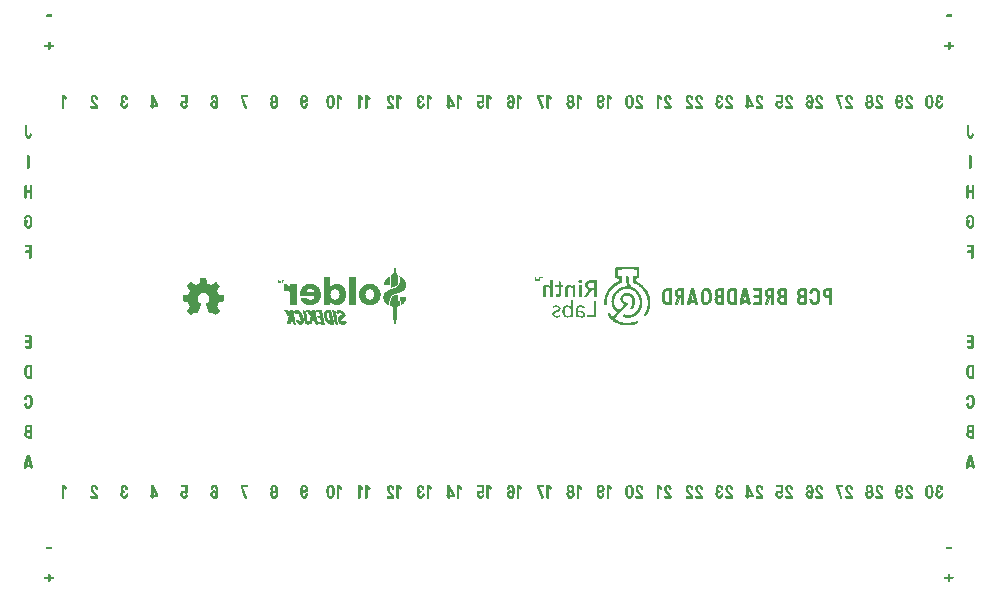
<source format=gbr>
%TF.GenerationSoftware,KiCad,Pcbnew,9.0.1*%
%TF.CreationDate,2025-05-06T20:19:04-04:00*%
%TF.ProjectId,PCB_breadboard,5043425f-6272-4656-9164-626f6172642e,V1.1.1.Locking*%
%TF.SameCoordinates,PX54c81a0PY9157080*%
%TF.FileFunction,Legend,Bot*%
%TF.FilePolarity,Positive*%
%FSLAX46Y46*%
G04 Gerber Fmt 4.6, Leading zero omitted, Abs format (unit mm)*
G04 Created by KiCad (PCBNEW 9.0.1) date 2025-05-06 20:19:04*
%MOMM*%
%LPD*%
G01*
G04 APERTURE LIST*
%ADD10C,0.000000*%
%ADD11C,0.010000*%
G04 APERTURE END LIST*
D10*
G36*
X45791602Y28548154D02*
G01*
X45688302Y28548154D01*
X45688302Y28258581D01*
X45624714Y28258581D01*
X45624714Y28548154D01*
X45521886Y28548154D01*
X45521886Y28600396D01*
X45791602Y28600396D01*
X45791602Y28548154D01*
G37*
G36*
X50267592Y25221877D02*
G01*
X49464269Y25221877D01*
X49464269Y25382739D01*
X50076137Y25382739D01*
X50076137Y26636085D01*
X50267592Y26636085D01*
X50267592Y25221877D01*
G37*
G36*
X46607492Y26947927D02*
G01*
X46363731Y26947927D01*
X46363731Y27680197D01*
X46357553Y27686271D01*
X46351323Y27692189D01*
X46345043Y27697949D01*
X46338712Y27703551D01*
X46332333Y27708993D01*
X46325905Y27714276D01*
X46319429Y27719399D01*
X46312907Y27724360D01*
X46306338Y27729159D01*
X46299724Y27733796D01*
X46293065Y27738269D01*
X46286361Y27742579D01*
X46279615Y27746723D01*
X46272825Y27750702D01*
X46265994Y27754515D01*
X46259122Y27758161D01*
X46252197Y27761613D01*
X46245209Y27764845D01*
X46238157Y27767856D01*
X46231042Y27770647D01*
X46223863Y27773217D01*
X46216620Y27775565D01*
X46209314Y27777691D01*
X46201944Y27779595D01*
X46194511Y27781276D01*
X46187014Y27782734D01*
X46179453Y27783969D01*
X46171829Y27784980D01*
X46164141Y27785767D01*
X46156389Y27786330D01*
X46148574Y27786668D01*
X46140696Y27786780D01*
X46130131Y27786581D01*
X46119902Y27785983D01*
X46110008Y27784987D01*
X46100449Y27783592D01*
X46091226Y27781801D01*
X46082338Y27779612D01*
X46073786Y27777026D01*
X46065569Y27774044D01*
X46057688Y27770665D01*
X46050141Y27766891D01*
X46042931Y27762722D01*
X46036055Y27758157D01*
X46029515Y27753198D01*
X46023311Y27747844D01*
X46017441Y27742097D01*
X46011908Y27735956D01*
X46006709Y27729453D01*
X46001846Y27722621D01*
X45997318Y27715460D01*
X45993126Y27707968D01*
X45989269Y27700147D01*
X45985747Y27691997D01*
X45982561Y27683517D01*
X45979710Y27674707D01*
X45977195Y27665568D01*
X45975015Y27656099D01*
X45973170Y27646300D01*
X45971661Y27636172D01*
X45970487Y27625715D01*
X45969649Y27614927D01*
X45969146Y27603810D01*
X45968978Y27592364D01*
X45968978Y26947927D01*
X45725218Y26947927D01*
X45725218Y27592364D01*
X45725565Y27613331D01*
X45726605Y27633860D01*
X45728340Y27653948D01*
X45730769Y27673597D01*
X45733891Y27692807D01*
X45737707Y27711577D01*
X45742218Y27729907D01*
X45747422Y27747799D01*
X45750279Y27756556D01*
X45753297Y27765158D01*
X45756478Y27773603D01*
X45759820Y27781892D01*
X45763324Y27790026D01*
X45766990Y27798003D01*
X45770818Y27805824D01*
X45774808Y27813488D01*
X45778960Y27820997D01*
X45783274Y27828349D01*
X45787750Y27835546D01*
X45792388Y27842586D01*
X45797187Y27849470D01*
X45802149Y27856198D01*
X45807272Y27862770D01*
X45812557Y27869186D01*
X45818007Y27875436D01*
X45823624Y27881513D01*
X45829409Y27887416D01*
X45835360Y27893144D01*
X45841477Y27898698D01*
X45847760Y27904076D01*
X45854208Y27909278D01*
X45860822Y27914305D01*
X45867600Y27919155D01*
X45874543Y27923828D01*
X45881650Y27928324D01*
X45888921Y27932643D01*
X45896355Y27936784D01*
X45903952Y27940747D01*
X45911712Y27944531D01*
X45919634Y27948136D01*
X45927712Y27951542D01*
X45935940Y27954728D01*
X45944318Y27957695D01*
X45952845Y27960442D01*
X45961521Y27962969D01*
X45970345Y27965276D01*
X45979318Y27967363D01*
X45988438Y27969231D01*
X45997706Y27970879D01*
X46007121Y27972307D01*
X46016683Y27973516D01*
X46026391Y27974505D01*
X46036245Y27975274D01*
X46046244Y27975823D01*
X46056389Y27976153D01*
X46066679Y27976263D01*
X46078562Y27976127D01*
X46090249Y27975720D01*
X46101740Y27975041D01*
X46113036Y27974092D01*
X46124136Y27972873D01*
X46135042Y27971384D01*
X46145753Y27969625D01*
X46156270Y27967596D01*
X46166593Y27965299D01*
X46176723Y27962734D01*
X46186660Y27959900D01*
X46196405Y27956798D01*
X46205957Y27953429D01*
X46215317Y27949793D01*
X46224486Y27945891D01*
X46233463Y27941722D01*
X46242299Y27937333D01*
X46251042Y27932771D01*
X46259693Y27928036D01*
X46268251Y27923129D01*
X46276717Y27918050D01*
X46285090Y27912799D01*
X46293371Y27907377D01*
X46301559Y27901784D01*
X46309654Y27896020D01*
X46317657Y27890086D01*
X46325568Y27883983D01*
X46333386Y27877709D01*
X46341111Y27871267D01*
X46348744Y27864656D01*
X46356284Y27857876D01*
X46363732Y27850928D01*
X46363732Y28414440D01*
X46607492Y28414440D01*
X46607492Y26947927D01*
G37*
G36*
X47197387Y28270312D02*
G01*
X47200022Y28270182D01*
X47202595Y28269966D01*
X47205106Y28269665D01*
X47207556Y28269278D01*
X47209947Y28268807D01*
X47212278Y28268251D01*
X47214550Y28267610D01*
X47216765Y28266886D01*
X47218923Y28266078D01*
X47221024Y28265188D01*
X47223070Y28264214D01*
X47225061Y28263158D01*
X47226997Y28262020D01*
X47228881Y28260800D01*
X47230711Y28259499D01*
X47232472Y28258120D01*
X47234147Y28256667D01*
X47235736Y28255140D01*
X47237241Y28253539D01*
X47238662Y28251867D01*
X47240000Y28250123D01*
X47241256Y28248308D01*
X47242430Y28246423D01*
X47243523Y28244469D01*
X47244536Y28242445D01*
X47245469Y28240354D01*
X47246323Y28238196D01*
X47247100Y28235972D01*
X47247799Y28233681D01*
X47248421Y28231326D01*
X47248968Y28228906D01*
X47300285Y27952578D01*
X47463121Y27925932D01*
X47463121Y27829217D01*
X47463066Y27826074D01*
X47462901Y27823029D01*
X47462625Y27820083D01*
X47462239Y27817235D01*
X47461741Y27814486D01*
X47461131Y27811834D01*
X47460409Y27809282D01*
X47459575Y27806827D01*
X47458629Y27804470D01*
X47457569Y27802212D01*
X47456395Y27800053D01*
X47455108Y27797991D01*
X47453706Y27796028D01*
X47452190Y27794163D01*
X47450559Y27792396D01*
X47448812Y27790728D01*
X47446988Y27789161D01*
X47445123Y27787698D01*
X47443218Y27786337D01*
X47441272Y27785080D01*
X47439285Y27783926D01*
X47437258Y27782874D01*
X47435191Y27781924D01*
X47433083Y27781075D01*
X47430935Y27780328D01*
X47428746Y27779681D01*
X47426517Y27779135D01*
X47424248Y27778689D01*
X47421937Y27778342D01*
X47419587Y27778095D01*
X47417196Y27777948D01*
X47414764Y27777898D01*
X47312128Y27777898D01*
X47312128Y27212412D01*
X47311850Y27196213D01*
X47311018Y27180458D01*
X47309630Y27165149D01*
X47307687Y27150285D01*
X47305189Y27135866D01*
X47302136Y27121893D01*
X47298528Y27108365D01*
X47294364Y27095282D01*
X47289646Y27082644D01*
X47284372Y27070451D01*
X47278544Y27058704D01*
X47272160Y27047402D01*
X47265221Y27036545D01*
X47257726Y27026134D01*
X47249677Y27016168D01*
X47241073Y27006647D01*
X47231956Y26997638D01*
X47222371Y26989207D01*
X47212317Y26981356D01*
X47201794Y26974083D01*
X47190800Y26967391D01*
X47179337Y26961278D01*
X47167402Y26955746D01*
X47154997Y26950795D01*
X47142121Y26946425D01*
X47128773Y26942636D01*
X47114953Y26939430D01*
X47100661Y26936805D01*
X47085896Y26934763D01*
X47070658Y26933304D01*
X47054946Y26932429D01*
X47038761Y26932137D01*
X47020338Y26932495D01*
X47002073Y26933567D01*
X46983965Y26935351D01*
X46966009Y26937843D01*
X46948205Y26941040D01*
X46930547Y26944940D01*
X46913034Y26949539D01*
X46895663Y26954836D01*
X46887076Y26957744D01*
X46878616Y26960826D01*
X46870282Y26964080D01*
X46862075Y26967507D01*
X46853993Y26971106D01*
X46846036Y26974876D01*
X46838205Y26978818D01*
X46830498Y26982931D01*
X46822916Y26987214D01*
X46815457Y26991668D01*
X46808123Y26996291D01*
X46800911Y27001084D01*
X46793822Y27006046D01*
X46786856Y27011177D01*
X46780012Y27016476D01*
X46773290Y27021944D01*
X46846319Y27140370D01*
X46847288Y27141692D01*
X46848251Y27142973D01*
X46849208Y27144213D01*
X46850159Y27145413D01*
X46851104Y27146572D01*
X46852044Y27147691D01*
X46852978Y27148770D01*
X46853906Y27149808D01*
X46854828Y27150805D01*
X46855745Y27151762D01*
X46856656Y27152679D01*
X46857561Y27153555D01*
X46858460Y27154390D01*
X46859353Y27155185D01*
X46860241Y27155940D01*
X46861123Y27156654D01*
X46862016Y27157325D01*
X46862939Y27157950D01*
X46863890Y27158529D01*
X46864870Y27159063D01*
X46865879Y27159553D01*
X46866917Y27159998D01*
X46867984Y27160399D01*
X46869080Y27160756D01*
X46870204Y27161069D01*
X46871358Y27161340D01*
X46872540Y27161568D01*
X46873752Y27161754D01*
X46874992Y27161898D01*
X46876262Y27162000D01*
X46877560Y27162062D01*
X46878887Y27162082D01*
X46879997Y27162062D01*
X46881107Y27162000D01*
X46882218Y27161898D01*
X46883328Y27161754D01*
X46884438Y27161568D01*
X46885548Y27161340D01*
X46886658Y27161069D01*
X46887769Y27160756D01*
X46888879Y27160399D01*
X46889989Y27159998D01*
X46891099Y27159553D01*
X46892210Y27159063D01*
X46893320Y27158529D01*
X46894430Y27157950D01*
X46895540Y27157325D01*
X46896650Y27156654D01*
X46898906Y27155266D01*
X46901234Y27153874D01*
X46903638Y27152477D01*
X46906119Y27151072D01*
X46911327Y27148223D01*
X46916882Y27145305D01*
X46919808Y27143835D01*
X46922849Y27142386D01*
X46926006Y27140955D01*
X46929279Y27139537D01*
X46932668Y27138132D01*
X46936172Y27136735D01*
X46939792Y27135343D01*
X46943527Y27133955D01*
X46945456Y27133284D01*
X46947447Y27132659D01*
X46949500Y27132080D01*
X46951615Y27131546D01*
X46953791Y27131056D01*
X46956027Y27130611D01*
X46960675Y27129853D01*
X46965554Y27129269D01*
X46970659Y27128855D01*
X46975984Y27128609D01*
X46981523Y27128527D01*
X46986409Y27128631D01*
X46991168Y27128944D01*
X46995801Y27129464D01*
X47000308Y27130193D01*
X47004689Y27131129D01*
X47008945Y27132274D01*
X47013075Y27133627D01*
X47017081Y27135189D01*
X47020963Y27136958D01*
X47024720Y27138936D01*
X47028354Y27141122D01*
X47031865Y27143516D01*
X47035253Y27146118D01*
X47038519Y27148928D01*
X47041662Y27151947D01*
X47044683Y27155173D01*
X47047552Y27158585D01*
X47050235Y27162159D01*
X47052733Y27165894D01*
X47055046Y27169792D01*
X47057174Y27173851D01*
X47059117Y27178072D01*
X47060875Y27182455D01*
X47062447Y27187001D01*
X47063835Y27191708D01*
X47065038Y27196576D01*
X47066056Y27201607D01*
X47066888Y27206800D01*
X47067536Y27212155D01*
X47067999Y27217671D01*
X47068276Y27223350D01*
X47068369Y27229190D01*
X47068369Y27777899D01*
X46801909Y27777899D01*
X46801909Y27951591D01*
X47068369Y27951591D01*
X47068369Y28270355D01*
X47194690Y28270355D01*
X47197387Y28270312D01*
G37*
G36*
X48894078Y28411430D02*
G01*
X48897975Y28411283D01*
X48901848Y28411039D01*
X48905697Y28410697D01*
X48909521Y28410258D01*
X48913321Y28409723D01*
X48917095Y28409092D01*
X48920843Y28408365D01*
X48924566Y28407542D01*
X48928262Y28406625D01*
X48931931Y28405612D01*
X48935573Y28404506D01*
X48939188Y28403305D01*
X48942775Y28402011D01*
X48946334Y28400624D01*
X48949864Y28399144D01*
X48953351Y28397582D01*
X48956780Y28395952D01*
X48960151Y28394253D01*
X48963465Y28392486D01*
X48966720Y28390651D01*
X48969918Y28388748D01*
X48973058Y28386778D01*
X48976140Y28384741D01*
X48979164Y28382638D01*
X48982131Y28380468D01*
X48985039Y28378233D01*
X48987890Y28375933D01*
X48990683Y28373567D01*
X48993418Y28371136D01*
X48996095Y28368642D01*
X48998715Y28366083D01*
X49001274Y28363461D01*
X49003768Y28360775D01*
X49006199Y28358027D01*
X49008564Y28355216D01*
X49010865Y28352343D01*
X49013100Y28349408D01*
X49015270Y28346411D01*
X49017373Y28343354D01*
X49019410Y28340236D01*
X49021380Y28337057D01*
X49023283Y28333818D01*
X49025118Y28330520D01*
X49026885Y28327163D01*
X49028584Y28323746D01*
X49030214Y28320272D01*
X49031775Y28316738D01*
X49033256Y28313151D01*
X49034643Y28309515D01*
X49035937Y28305835D01*
X49037138Y28302113D01*
X49038244Y28298353D01*
X49039257Y28294560D01*
X49040174Y28290736D01*
X49040997Y28286885D01*
X49041724Y28283012D01*
X49042355Y28279119D01*
X49042890Y28275209D01*
X49043329Y28271288D01*
X49043671Y28267358D01*
X49043916Y28263423D01*
X49044063Y28259486D01*
X49044112Y28255552D01*
X49044063Y28251634D01*
X49043916Y28247745D01*
X49043671Y28243886D01*
X49043329Y28240055D01*
X49042890Y28236253D01*
X49042355Y28232480D01*
X49041724Y28228735D01*
X49040997Y28225020D01*
X49040174Y28221334D01*
X49039257Y28217676D01*
X49038244Y28214048D01*
X49037138Y28210448D01*
X49035937Y28206877D01*
X49034643Y28203336D01*
X49033256Y28199823D01*
X49031775Y28196339D01*
X49030214Y28192898D01*
X49028584Y28189515D01*
X49026885Y28186189D01*
X49025118Y28182919D01*
X49023283Y28179706D01*
X49021380Y28176549D01*
X49019410Y28173448D01*
X49017373Y28170402D01*
X49015270Y28167411D01*
X49013100Y28164474D01*
X49010865Y28161592D01*
X49008564Y28158764D01*
X49006199Y28155989D01*
X49003768Y28153267D01*
X49001274Y28150598D01*
X48998715Y28147981D01*
X48996095Y28145422D01*
X48993418Y28142928D01*
X48990683Y28140497D01*
X48987890Y28138131D01*
X48985039Y28135831D01*
X48982131Y28133596D01*
X48979164Y28131426D01*
X48976140Y28129323D01*
X48973058Y28127286D01*
X48969918Y28125316D01*
X48966720Y28123413D01*
X48963465Y28121578D01*
X48960151Y28119811D01*
X48956780Y28118112D01*
X48953351Y28116482D01*
X48949864Y28114920D01*
X48946342Y28113440D01*
X48942805Y28112053D01*
X48939251Y28110759D01*
X48935677Y28109558D01*
X48932080Y28108451D01*
X48928457Y28107439D01*
X48924805Y28106522D01*
X48921121Y28105699D01*
X48917402Y28104972D01*
X48913646Y28104341D01*
X48909849Y28103806D01*
X48906009Y28103367D01*
X48902123Y28103025D01*
X48898187Y28102781D01*
X48894200Y28102634D01*
X48890157Y28102584D01*
X48886101Y28102634D01*
X48882074Y28102781D01*
X48878076Y28103025D01*
X48874108Y28103367D01*
X48870171Y28103806D01*
X48866265Y28104341D01*
X48862389Y28104972D01*
X48858546Y28105699D01*
X48854733Y28106522D01*
X48850954Y28107439D01*
X48847206Y28108451D01*
X48843492Y28109558D01*
X48839810Y28110759D01*
X48836163Y28112053D01*
X48832549Y28113440D01*
X48828970Y28114920D01*
X48825434Y28116482D01*
X48821951Y28118112D01*
X48818521Y28119811D01*
X48815146Y28121578D01*
X48811826Y28123413D01*
X48808561Y28125316D01*
X48805352Y28127286D01*
X48802201Y28129323D01*
X48799107Y28131426D01*
X48796072Y28133596D01*
X48793097Y28135831D01*
X48790181Y28138131D01*
X48787326Y28140497D01*
X48784532Y28142928D01*
X48781801Y28145422D01*
X48779132Y28147981D01*
X48776527Y28150598D01*
X48773986Y28153267D01*
X48771508Y28155989D01*
X48769094Y28158764D01*
X48766743Y28161592D01*
X48764456Y28164475D01*
X48762233Y28167411D01*
X48760073Y28170402D01*
X48757977Y28173448D01*
X48755944Y28176549D01*
X48753975Y28179706D01*
X48752070Y28182919D01*
X48750228Y28186189D01*
X48748450Y28189515D01*
X48746736Y28192898D01*
X48745085Y28196339D01*
X48743518Y28199823D01*
X48742054Y28203336D01*
X48740694Y28206877D01*
X48739437Y28210448D01*
X48738283Y28214048D01*
X48737231Y28217676D01*
X48736281Y28221334D01*
X48735432Y28225020D01*
X48734685Y28228735D01*
X48734038Y28232479D01*
X48733492Y28236252D01*
X48733046Y28240054D01*
X48732699Y28243885D01*
X48732453Y28247745D01*
X48732305Y28251634D01*
X48732255Y28255552D01*
X48732305Y28259608D01*
X48732452Y28263635D01*
X48732699Y28267633D01*
X48733046Y28271600D01*
X48733492Y28275537D01*
X48734038Y28279444D01*
X48734684Y28283319D01*
X48735432Y28287163D01*
X48736280Y28290975D01*
X48737231Y28294755D01*
X48738283Y28298502D01*
X48739437Y28302217D01*
X48740694Y28305898D01*
X48742054Y28309545D01*
X48743518Y28313159D01*
X48745085Y28316738D01*
X48746736Y28320272D01*
X48748450Y28323746D01*
X48750228Y28327163D01*
X48752070Y28330520D01*
X48753975Y28333818D01*
X48755944Y28337057D01*
X48757977Y28340236D01*
X48760073Y28343354D01*
X48762233Y28346411D01*
X48764456Y28349408D01*
X48766743Y28352343D01*
X48769094Y28355216D01*
X48771508Y28358027D01*
X48773986Y28360775D01*
X48776527Y28363461D01*
X48779132Y28366083D01*
X48781801Y28368642D01*
X48784532Y28371136D01*
X48787326Y28373567D01*
X48790181Y28375933D01*
X48793096Y28378233D01*
X48796072Y28380468D01*
X48799107Y28382638D01*
X48802201Y28384741D01*
X48805352Y28386778D01*
X48808560Y28388748D01*
X48811825Y28390651D01*
X48815146Y28392486D01*
X48818521Y28394253D01*
X48821951Y28395952D01*
X48825434Y28397582D01*
X48828970Y28399144D01*
X48832557Y28400624D01*
X48836193Y28402011D01*
X48839874Y28403305D01*
X48843596Y28404506D01*
X48847356Y28405612D01*
X48851149Y28406625D01*
X48854973Y28407542D01*
X48858823Y28408365D01*
X48862697Y28409092D01*
X48866590Y28409723D01*
X48870499Y28410258D01*
X48874421Y28410697D01*
X48878351Y28411039D01*
X48882286Y28411283D01*
X48886223Y28411430D01*
X48890157Y28411480D01*
X48894078Y28411430D01*
G37*
G36*
X50298442Y26947927D02*
G01*
X50032970Y26947927D01*
X50032970Y27505518D01*
X49919478Y27505518D01*
X49914606Y27505474D01*
X49909890Y27505345D01*
X49905328Y27505129D01*
X49900920Y27504827D01*
X49896666Y27504441D01*
X49892564Y27503969D01*
X49888613Y27503413D01*
X49884814Y27502773D01*
X49881165Y27502048D01*
X49877666Y27501241D01*
X49874315Y27500350D01*
X49871113Y27499376D01*
X49868058Y27498320D01*
X49865150Y27497182D01*
X49862388Y27495963D01*
X49859772Y27494662D01*
X49857242Y27493260D01*
X49854741Y27491737D01*
X49852269Y27490094D01*
X49849826Y27488332D01*
X49847411Y27486451D01*
X49845026Y27484453D01*
X49842670Y27482337D01*
X49840342Y27480105D01*
X49838044Y27477758D01*
X49835774Y27475295D01*
X49833533Y27472719D01*
X49831322Y27470028D01*
X49829139Y27467225D01*
X49826985Y27464310D01*
X49824860Y27461284D01*
X49822763Y27458147D01*
X49522750Y27001218D01*
X49520637Y26998070D01*
X49518461Y26995009D01*
X49516222Y26992036D01*
X49513922Y26989152D01*
X49511562Y26986358D01*
X49509141Y26983654D01*
X49506661Y26981041D01*
X49504123Y26978520D01*
X49501527Y26976092D01*
X49498873Y26973756D01*
X49496164Y26971515D01*
X49493398Y26969368D01*
X49490578Y26967317D01*
X49487703Y26965362D01*
X49484776Y26963504D01*
X49481795Y26961743D01*
X49478745Y26960083D01*
X49475608Y26958528D01*
X49472387Y26957078D01*
X49469081Y26955733D01*
X49465691Y26954493D01*
X49462218Y26953360D01*
X49458662Y26952332D01*
X49455025Y26951412D01*
X49451307Y26950598D01*
X49447509Y26949891D01*
X49443631Y26949292D01*
X49439675Y26948802D01*
X49435640Y26948419D01*
X49431528Y26948146D01*
X49427340Y26947981D01*
X49423075Y26947927D01*
X49184248Y26947927D01*
X49541501Y27474924D01*
X49546133Y27481490D01*
X49550869Y27487865D01*
X49555710Y27494048D01*
X49560657Y27500040D01*
X49565708Y27505839D01*
X49570866Y27511445D01*
X49576130Y27516859D01*
X49581501Y27522079D01*
X49586978Y27527105D01*
X49592563Y27531937D01*
X49598256Y27536575D01*
X49604056Y27541019D01*
X49609966Y27545266D01*
X49615983Y27549319D01*
X49622110Y27553175D01*
X49628347Y27556836D01*
X49609830Y27563000D01*
X49591840Y27569654D01*
X49574370Y27576799D01*
X49557414Y27584438D01*
X49549128Y27588444D01*
X49540968Y27592574D01*
X49532934Y27596830D01*
X49525025Y27601211D01*
X49517240Y27605718D01*
X49509579Y27610351D01*
X49502040Y27615110D01*
X49494624Y27619997D01*
X49487344Y27624996D01*
X49480213Y27630093D01*
X49473233Y27635289D01*
X49466401Y27640582D01*
X49459719Y27645975D01*
X49453185Y27651465D01*
X49446799Y27657054D01*
X49440561Y27662741D01*
X49434471Y27668526D01*
X49428527Y27674410D01*
X49422730Y27680392D01*
X49417080Y27686473D01*
X49411576Y27692651D01*
X49406217Y27698928D01*
X49401004Y27705303D01*
X49395936Y27711777D01*
X49391012Y27718349D01*
X49386233Y27725018D01*
X49381599Y27731784D01*
X49377111Y27738647D01*
X49372770Y27745604D01*
X49368574Y27752657D01*
X49364525Y27759803D01*
X49360624Y27767043D01*
X49356869Y27774375D01*
X49353263Y27781799D01*
X49349805Y27789314D01*
X49346495Y27796919D01*
X49343334Y27804614D01*
X49340323Y27812398D01*
X49337461Y27820270D01*
X49334749Y27828230D01*
X49329799Y27844363D01*
X49325500Y27860751D01*
X49321855Y27877393D01*
X49318866Y27894289D01*
X49316536Y27911440D01*
X49314869Y27928846D01*
X49313970Y27944682D01*
X49573081Y27944682D01*
X49573151Y27937919D01*
X49573359Y27931231D01*
X49573706Y27924617D01*
X49574192Y27918075D01*
X49574816Y27911606D01*
X49575580Y27905208D01*
X49576482Y27898881D01*
X49577522Y27892624D01*
X49578702Y27886437D01*
X49580021Y27880318D01*
X49581478Y27874267D01*
X49583074Y27868284D01*
X49584809Y27862366D01*
X49586682Y27856515D01*
X49588694Y27850729D01*
X49590846Y27845007D01*
X49593138Y27839366D01*
X49595575Y27833824D01*
X49598156Y27828379D01*
X49600880Y27823033D01*
X49603747Y27817786D01*
X49606757Y27812636D01*
X49609910Y27807585D01*
X49613204Y27802633D01*
X49616641Y27797778D01*
X49620218Y27793022D01*
X49623936Y27788364D01*
X49627796Y27783805D01*
X49631795Y27779344D01*
X49635934Y27774981D01*
X49640213Y27770716D01*
X49644630Y27766550D01*
X49649196Y27762487D01*
X49653917Y27758535D01*
X49658795Y27754693D01*
X49663828Y27750960D01*
X49669018Y27747337D01*
X49674364Y27743824D01*
X49679866Y27740421D01*
X49685525Y27737128D01*
X49691339Y27733945D01*
X49697309Y27730871D01*
X49703436Y27727908D01*
X49709719Y27725054D01*
X49716158Y27722310D01*
X49722752Y27719676D01*
X49729503Y27717152D01*
X49736411Y27714738D01*
X49750671Y27710320D01*
X49765516Y27706500D01*
X49780951Y27703276D01*
X49796981Y27700644D01*
X49813612Y27698602D01*
X49830851Y27697148D01*
X49848703Y27696277D01*
X49867173Y27695987D01*
X50032970Y27695987D01*
X50032970Y28169692D01*
X49863225Y28169692D01*
X49845152Y28169464D01*
X49827664Y28168779D01*
X49810761Y28167638D01*
X49794444Y28166042D01*
X49778714Y28163990D01*
X49763572Y28161483D01*
X49749018Y28158521D01*
X49735054Y28155105D01*
X49721679Y28151235D01*
X49708895Y28146912D01*
X49696701Y28142135D01*
X49685100Y28136905D01*
X49674092Y28131223D01*
X49663677Y28125089D01*
X49653856Y28118503D01*
X49644630Y28111466D01*
X49635980Y28104004D01*
X49627885Y28096143D01*
X49620346Y28087885D01*
X49613362Y28079230D01*
X49606936Y28070179D01*
X49601066Y28060733D01*
X49595754Y28050892D01*
X49591000Y28040657D01*
X49586803Y28030029D01*
X49583165Y28019008D01*
X49580085Y28007596D01*
X49577565Y27995792D01*
X49575604Y27983598D01*
X49574203Y27971015D01*
X49573362Y27958043D01*
X49573081Y27944682D01*
X49313970Y27944682D01*
X49313866Y27946506D01*
X49313531Y27964420D01*
X49313652Y27975696D01*
X49314017Y27986856D01*
X49314624Y27997899D01*
X49315474Y28008826D01*
X49316567Y28019636D01*
X49317902Y28030328D01*
X49319481Y28040903D01*
X49321303Y28051359D01*
X49323367Y28061697D01*
X49325674Y28071915D01*
X49328224Y28082015D01*
X49331017Y28091995D01*
X49334053Y28101855D01*
X49337331Y28111594D01*
X49340853Y28121213D01*
X49344617Y28130711D01*
X49348642Y28140064D01*
X49352944Y28149250D01*
X49357524Y28158269D01*
X49362381Y28167121D01*
X49367516Y28175807D01*
X49372929Y28184328D01*
X49378619Y28192682D01*
X49384586Y28200872D01*
X49390831Y28208897D01*
X49397354Y28216757D01*
X49404154Y28224453D01*
X49411232Y28231986D01*
X49418588Y28239355D01*
X49426221Y28246561D01*
X49434131Y28253605D01*
X49442319Y28260486D01*
X49450794Y28267191D01*
X49459562Y28273705D01*
X49468625Y28280028D01*
X49477982Y28286161D01*
X49487632Y28292102D01*
X49497576Y28297853D01*
X49507812Y28303413D01*
X49518340Y28308782D01*
X49529161Y28313960D01*
X49540273Y28318948D01*
X49551676Y28323744D01*
X49563371Y28328350D01*
X49575356Y28332765D01*
X49587631Y28336989D01*
X49600196Y28341022D01*
X49613050Y28344865D01*
X49639708Y28351896D01*
X49667684Y28357999D01*
X49696978Y28363171D01*
X49727591Y28367409D01*
X49759522Y28370710D01*
X49792771Y28373072D01*
X49827339Y28374491D01*
X49863225Y28374965D01*
X50298442Y28374965D01*
X50298442Y27695987D01*
X50298442Y26947927D01*
G37*
G36*
X53301682Y29498647D02*
G01*
X53452412Y29495095D01*
X53603017Y29489175D01*
X53635912Y29488332D01*
X53671513Y29487891D01*
X53689902Y29487412D01*
X53708456Y29486543D01*
X53727004Y29485119D01*
X53745375Y29482976D01*
X53763400Y29479952D01*
X53780907Y29475883D01*
X53789413Y29473404D01*
X53797726Y29470604D01*
X53805824Y29467460D01*
X53813686Y29463952D01*
X53821291Y29460060D01*
X53828617Y29455763D01*
X53835643Y29451041D01*
X53842348Y29445874D01*
X53848711Y29440241D01*
X53854709Y29434121D01*
X53860322Y29427494D01*
X53865529Y29420340D01*
X53871419Y29410464D01*
X53876842Y29399125D01*
X53886356Y29372426D01*
X53894208Y29340980D01*
X53900536Y29305525D01*
X53905478Y29266799D01*
X53909171Y29225539D01*
X53911753Y29182482D01*
X53913362Y29138368D01*
X53914211Y29049913D01*
X53912818Y28966075D01*
X53907718Y28835856D01*
X53906735Y28805578D01*
X53906053Y28772194D01*
X53904908Y28736948D01*
X53903923Y28719016D01*
X53902537Y28701084D01*
X53900653Y28683309D01*
X53898177Y28665844D01*
X53895012Y28648847D01*
X53891064Y28632472D01*
X53886237Y28616875D01*
X53880436Y28602211D01*
X53877140Y28595278D01*
X53873565Y28588636D01*
X53869698Y28582305D01*
X53865529Y28576305D01*
X53859145Y28568373D01*
X53852368Y28561158D01*
X53845228Y28554623D01*
X53837756Y28548728D01*
X53829984Y28543436D01*
X53821941Y28538708D01*
X53813659Y28534505D01*
X53805170Y28530789D01*
X53796504Y28527521D01*
X53787693Y28524663D01*
X53769757Y28520025D01*
X53751610Y28516565D01*
X53733501Y28513977D01*
X53698391Y28510184D01*
X53681886Y28508364D01*
X53666413Y28506186D01*
X53652218Y28503341D01*
X53645678Y28501572D01*
X53639551Y28499522D01*
X53633868Y28497151D01*
X53628660Y28494421D01*
X53623959Y28491294D01*
X53619794Y28487732D01*
X53618116Y28485752D01*
X53616550Y28483214D01*
X53613742Y28476604D01*
X53611352Y28468186D01*
X53609359Y28458245D01*
X53607743Y28447065D01*
X53606484Y28434930D01*
X53605563Y28422125D01*
X53604960Y28408935D01*
X53604627Y28382535D01*
X53605326Y28358006D01*
X53606013Y28347154D01*
X53606899Y28337624D01*
X53607963Y28329698D01*
X53609185Y28323662D01*
X53609704Y28321741D01*
X53610287Y28319865D01*
X53610933Y28318031D01*
X53611639Y28316240D01*
X53612405Y28314490D01*
X53613227Y28312780D01*
X53615033Y28309479D01*
X53617044Y28306330D01*
X53619243Y28303326D01*
X53621614Y28300460D01*
X53624143Y28297725D01*
X53626813Y28295115D01*
X53629610Y28292622D01*
X53632517Y28290239D01*
X53635519Y28287961D01*
X53638601Y28285779D01*
X53641746Y28283687D01*
X53644940Y28281678D01*
X53648167Y28279745D01*
X53868489Y28168721D01*
X53953502Y28116379D01*
X54034897Y28060358D01*
X54112628Y28000827D01*
X54186651Y27937954D01*
X54256921Y27871908D01*
X54323393Y27802856D01*
X54386023Y27730968D01*
X54444764Y27656411D01*
X54499574Y27579354D01*
X54550405Y27499965D01*
X54597215Y27418412D01*
X54639958Y27334864D01*
X54678589Y27249489D01*
X54713063Y27162456D01*
X54743335Y27073932D01*
X54769361Y26984087D01*
X54791095Y26893087D01*
X54808493Y26801103D01*
X54821511Y26708301D01*
X54830102Y26614851D01*
X54834222Y26520921D01*
X54833827Y26426679D01*
X54828871Y26332292D01*
X54819310Y26237931D01*
X54805099Y26143763D01*
X54786193Y26049955D01*
X54762546Y25956678D01*
X54734115Y25864099D01*
X54700854Y25772385D01*
X54662719Y25681707D01*
X54619664Y25592231D01*
X54571645Y25504127D01*
X54546868Y25462801D01*
X54529191Y25434372D01*
X54509810Y25404266D01*
X54490094Y25375109D01*
X54480538Y25361706D01*
X54471410Y25349525D01*
X54462883Y25338893D01*
X54455126Y25330140D01*
X54448311Y25323592D01*
X54445311Y25321248D01*
X54442609Y25319579D01*
X54438562Y25317579D01*
X54434729Y25315919D01*
X54431079Y25314587D01*
X54427583Y25313569D01*
X54424211Y25312853D01*
X54422562Y25312605D01*
X54420934Y25312427D01*
X54417722Y25312278D01*
X54414545Y25312393D01*
X54411374Y25312760D01*
X54408180Y25313365D01*
X54404931Y25314197D01*
X54401600Y25315242D01*
X54398156Y25316488D01*
X54394569Y25317923D01*
X54390811Y25319533D01*
X54386851Y25321306D01*
X54380570Y25324533D01*
X54373243Y25328945D01*
X54365072Y25334406D01*
X54356261Y25340782D01*
X54347012Y25347938D01*
X54337527Y25355741D01*
X54328010Y25364056D01*
X54318663Y25372747D01*
X54309689Y25381682D01*
X54301291Y25390725D01*
X54293671Y25399742D01*
X54287033Y25408599D01*
X54284145Y25412925D01*
X54281578Y25417161D01*
X54279358Y25421289D01*
X54277510Y25425293D01*
X54276060Y25429157D01*
X54275032Y25432862D01*
X54274452Y25436393D01*
X54274346Y25439732D01*
X54274761Y25442433D01*
X54275751Y25445835D01*
X54279321Y25454564D01*
X54284780Y25465568D01*
X54291851Y25478495D01*
X54309730Y25508711D01*
X54330752Y25542399D01*
X54373400Y25608941D01*
X54390614Y25636168D01*
X54402147Y25655614D01*
X54444779Y25738930D01*
X54482458Y25823385D01*
X54515246Y25908812D01*
X54543199Y25995044D01*
X54566378Y26081913D01*
X54584841Y26169252D01*
X54598647Y26256893D01*
X54607855Y26344669D01*
X54612524Y26432412D01*
X54612713Y26519956D01*
X54608482Y26607132D01*
X54599888Y26693773D01*
X54586991Y26779712D01*
X54569850Y26864782D01*
X54548524Y26948814D01*
X54523071Y27031642D01*
X54493552Y27113098D01*
X54460023Y27193015D01*
X54422546Y27271225D01*
X54381178Y27347560D01*
X54335979Y27421855D01*
X54287007Y27493940D01*
X54234322Y27563648D01*
X54177982Y27630813D01*
X54118046Y27695267D01*
X54054573Y27756842D01*
X53987623Y27815370D01*
X53917255Y27870685D01*
X53843526Y27922620D01*
X53766496Y27971005D01*
X53686225Y28015675D01*
X53602770Y28056462D01*
X53583677Y28064381D01*
X53557578Y28074384D01*
X53494922Y28098066D01*
X53463645Y28110454D01*
X53435921Y28122348D01*
X53424217Y28127909D01*
X53414390Y28133103D01*
X53406772Y28137852D01*
X53401692Y28142074D01*
X53399129Y28145069D01*
X53396796Y28148386D01*
X53394683Y28151987D01*
X53392776Y28155837D01*
X53391065Y28159897D01*
X53389536Y28164132D01*
X53388180Y28168504D01*
X53386982Y28172976D01*
X53385932Y28177512D01*
X53385017Y28182075D01*
X53384227Y28186628D01*
X53383547Y28191133D01*
X53382476Y28199856D01*
X53381708Y28207949D01*
X53378693Y28254341D01*
X53376504Y28307305D01*
X53375159Y28364646D01*
X53374677Y28424170D01*
X53375073Y28483682D01*
X53376365Y28540989D01*
X53378571Y28593895D01*
X53381708Y28640206D01*
X53382737Y28650376D01*
X53384010Y28659637D01*
X53385578Y28668035D01*
X53387494Y28675614D01*
X53388599Y28679111D01*
X53389811Y28682420D01*
X53391136Y28685547D01*
X53392581Y28688497D01*
X53394152Y28691277D01*
X53395855Y28693891D01*
X53397699Y28696346D01*
X53399688Y28698648D01*
X53401830Y28700801D01*
X53404130Y28702811D01*
X53406597Y28704685D01*
X53409235Y28706428D01*
X53412053Y28708045D01*
X53415055Y28709541D01*
X53418249Y28710924D01*
X53421642Y28712198D01*
X53425240Y28713369D01*
X53429049Y28714443D01*
X53437328Y28716321D01*
X53446531Y28717877D01*
X53456711Y28719157D01*
X53467109Y28719934D01*
X53478908Y28720301D01*
X53505817Y28720213D01*
X53535652Y28719720D01*
X53566626Y28719650D01*
X53581981Y28720031D01*
X53596952Y28720829D01*
X53611314Y28722145D01*
X53624844Y28724083D01*
X53637319Y28726747D01*
X53648515Y28730241D01*
X53653564Y28732331D01*
X53658209Y28734666D01*
X53662423Y28737261D01*
X53666178Y28740128D01*
X53667781Y28741571D01*
X53669309Y28743121D01*
X53670762Y28744773D01*
X53672143Y28746521D01*
X53674697Y28750280D01*
X53676987Y28754353D01*
X53679028Y28758695D01*
X53680836Y28763261D01*
X53682428Y28768005D01*
X53683818Y28772880D01*
X53685024Y28777843D01*
X53686060Y28782846D01*
X53686943Y28787846D01*
X53687689Y28792795D01*
X53688832Y28802363D01*
X53689616Y28811184D01*
X53692237Y28851946D01*
X53694158Y28898392D01*
X53695350Y28948621D01*
X53695784Y29000728D01*
X53695433Y29052812D01*
X53694266Y29102971D01*
X53692254Y29149302D01*
X53689370Y29189902D01*
X53688220Y29199736D01*
X53686631Y29208768D01*
X53684618Y29217030D01*
X53682196Y29224554D01*
X53679380Y29231375D01*
X53676184Y29237525D01*
X53672624Y29243037D01*
X53668714Y29247943D01*
X53664470Y29252277D01*
X53659906Y29256071D01*
X53655037Y29259358D01*
X53649878Y29262172D01*
X53644444Y29264545D01*
X53638750Y29266509D01*
X53632810Y29268099D01*
X53626641Y29269346D01*
X53613670Y29270945D01*
X53599957Y29271570D01*
X53585621Y29271484D01*
X53570781Y29270950D01*
X53540068Y29269589D01*
X53524432Y29269289D01*
X53508769Y29269593D01*
X53355718Y29275288D01*
X53201424Y29278798D01*
X53046309Y29280296D01*
X52890795Y29279955D01*
X52580257Y29274450D01*
X52273190Y29263671D01*
X52260712Y29263480D01*
X52247212Y29263782D01*
X52218078Y29265021D01*
X52202909Y29265533D01*
X52187649Y29265692D01*
X52172530Y29265286D01*
X52157786Y29264103D01*
X52150627Y29263154D01*
X52143649Y29261931D01*
X52136881Y29260408D01*
X52130351Y29258559D01*
X52124091Y29256356D01*
X52118127Y29253774D01*
X52112490Y29250785D01*
X52107208Y29247365D01*
X52102311Y29243485D01*
X52097827Y29239119D01*
X52093786Y29234242D01*
X52090217Y29228827D01*
X52087149Y29222846D01*
X52084611Y29216274D01*
X52082632Y29209085D01*
X52081241Y29201251D01*
X52076674Y29159181D01*
X52073296Y29111540D01*
X52071045Y29060158D01*
X52069861Y29006865D01*
X52069683Y28953491D01*
X52070451Y28901866D01*
X52072103Y28853820D01*
X52074579Y28811184D01*
X52075328Y28801500D01*
X52076233Y28792256D01*
X52077365Y28783462D01*
X52078793Y28775132D01*
X52080586Y28767275D01*
X52081642Y28763528D01*
X52082815Y28759904D01*
X52084114Y28756405D01*
X52085549Y28753031D01*
X52087127Y28749784D01*
X52088858Y28746666D01*
X52090750Y28743678D01*
X52092812Y28740822D01*
X52095052Y28738099D01*
X52097480Y28735510D01*
X52100104Y28733057D01*
X52102933Y28730741D01*
X52105975Y28728564D01*
X52109239Y28726527D01*
X52112735Y28724633D01*
X52116470Y28722881D01*
X52120453Y28721273D01*
X52124694Y28719812D01*
X52129200Y28718498D01*
X52133981Y28717333D01*
X52139045Y28716319D01*
X52144401Y28715456D01*
X52155931Y28713958D01*
X52167567Y28712769D01*
X52191085Y28711173D01*
X52214823Y28710369D01*
X52238648Y28710059D01*
X52286026Y28709731D01*
X52309314Y28709118D01*
X52332156Y28707807D01*
X52344677Y28706754D01*
X52356005Y28705566D01*
X52366202Y28704151D01*
X52375332Y28702414D01*
X52379515Y28701396D01*
X52383455Y28700263D01*
X52387159Y28699002D01*
X52390634Y28697603D01*
X52393890Y28696053D01*
X52396932Y28694340D01*
X52399769Y28692454D01*
X52402410Y28690383D01*
X52404861Y28688113D01*
X52407130Y28685635D01*
X52409225Y28682936D01*
X52411155Y28680005D01*
X52412926Y28676830D01*
X52414546Y28673399D01*
X52416024Y28669700D01*
X52417367Y28665722D01*
X52418583Y28661453D01*
X52419679Y28656881D01*
X52420663Y28651996D01*
X52421544Y28646784D01*
X52423025Y28635335D01*
X52424183Y28622442D01*
X52426875Y28578354D01*
X52428832Y28528892D01*
X52430038Y28475850D01*
X52430474Y28421024D01*
X52430124Y28366210D01*
X52428971Y28313203D01*
X52426996Y28263799D01*
X52424183Y28219792D01*
X52423405Y28211629D01*
X52422309Y28202872D01*
X52421615Y28198362D01*
X52420809Y28193810D01*
X52419880Y28189253D01*
X52418817Y28184727D01*
X52417609Y28180267D01*
X52416247Y28175910D01*
X52414717Y28171691D01*
X52413011Y28167645D01*
X52411117Y28163809D01*
X52409024Y28160219D01*
X52406722Y28156910D01*
X52405488Y28155371D01*
X52404199Y28153917D01*
X52399415Y28149941D01*
X52392297Y28145551D01*
X52383149Y28140814D01*
X52372272Y28135795D01*
X52346544Y28125177D01*
X52317538Y28114226D01*
X52259381Y28093444D01*
X52235076Y28084670D01*
X52217184Y28077680D01*
X52111009Y28028007D01*
X52008894Y27971710D01*
X51911121Y27909092D01*
X51817974Y27840457D01*
X51729736Y27766110D01*
X51646692Y27686353D01*
X51569123Y27601490D01*
X51497314Y27511824D01*
X51431547Y27417660D01*
X51372106Y27319300D01*
X51319275Y27217049D01*
X51273337Y27111210D01*
X51234575Y27002086D01*
X51203272Y26889981D01*
X51179712Y26775199D01*
X51164178Y26658044D01*
X51162567Y26638718D01*
X51161399Y26619414D01*
X51160173Y26580862D01*
X51160062Y26542374D01*
X51160632Y26503935D01*
X51162062Y26427147D01*
X51162050Y26388769D01*
X51160971Y26350382D01*
X51160762Y26346469D01*
X51160493Y26342600D01*
X51160142Y26338787D01*
X51159691Y26335039D01*
X51159118Y26331366D01*
X51158403Y26327778D01*
X51157526Y26324286D01*
X51156468Y26320899D01*
X51155207Y26317628D01*
X51154494Y26316039D01*
X51153723Y26314482D01*
X51152891Y26312960D01*
X51151996Y26311473D01*
X51151036Y26310022D01*
X51150007Y26308609D01*
X51148907Y26307235D01*
X51147734Y26305902D01*
X51146485Y26304610D01*
X51145157Y26303360D01*
X51143749Y26302155D01*
X51142257Y26300995D01*
X51140679Y26299882D01*
X51139012Y26298817D01*
X51134728Y26296777D01*
X51128867Y26294828D01*
X51121643Y26292978D01*
X51113272Y26291238D01*
X51103968Y26289616D01*
X51093947Y26288122D01*
X51072613Y26285556D01*
X51050990Y26283614D01*
X51030798Y26282371D01*
X51013757Y26281904D01*
X51006957Y26281984D01*
X51001589Y26282286D01*
X50999404Y26282528D01*
X50996951Y26282880D01*
X50991415Y26283886D01*
X50985329Y26285257D01*
X50982190Y26286064D01*
X50979044Y26286943D01*
X50975936Y26287889D01*
X50972909Y26288895D01*
X50970007Y26289956D01*
X50967274Y26291064D01*
X50964754Y26292215D01*
X50962490Y26293401D01*
X50960526Y26294617D01*
X50958905Y26295856D01*
X50957673Y26296844D01*
X50956689Y26297784D01*
X50955728Y26298841D01*
X50953871Y26301281D01*
X50952106Y26304110D01*
X50950433Y26307272D01*
X50948857Y26310713D01*
X50947377Y26314378D01*
X50945998Y26318213D01*
X50944720Y26322164D01*
X50943547Y26326175D01*
X50942480Y26330192D01*
X50940673Y26338027D01*
X50939316Y26345231D01*
X50938429Y26351369D01*
X50932321Y26420393D01*
X50929313Y26489506D01*
X50929338Y26558626D01*
X50932329Y26627673D01*
X50938219Y26696562D01*
X50946941Y26765213D01*
X50958430Y26833543D01*
X50972619Y26901470D01*
X50989440Y26968911D01*
X51008827Y27035785D01*
X51030714Y27102009D01*
X51055034Y27167501D01*
X51081721Y27232179D01*
X51110707Y27295960D01*
X51141926Y27358764D01*
X51175311Y27420507D01*
X51210797Y27481106D01*
X51248315Y27540481D01*
X51287800Y27598549D01*
X51329185Y27655228D01*
X51372403Y27710435D01*
X51417388Y27764089D01*
X51464072Y27816106D01*
X51512390Y27866406D01*
X51562275Y27914905D01*
X51613660Y27961522D01*
X51666478Y28006175D01*
X51720663Y28048781D01*
X51776148Y28089258D01*
X51832867Y28127524D01*
X51890753Y28163497D01*
X51949738Y28197094D01*
X51961814Y28203477D01*
X51974474Y28209773D01*
X52001165Y28222155D01*
X52057309Y28246407D01*
X52085214Y28258468D01*
X52111973Y28270613D01*
X52124682Y28276747D01*
X52136813Y28282937D01*
X52148271Y28289196D01*
X52158958Y28295536D01*
X52163216Y28298362D01*
X52167205Y28301422D01*
X52170933Y28304703D01*
X52174406Y28308194D01*
X52177632Y28311884D01*
X52180618Y28315761D01*
X52183372Y28319814D01*
X52185901Y28324032D01*
X52188212Y28328403D01*
X52190312Y28332916D01*
X52193909Y28342322D01*
X52196751Y28352159D01*
X52198896Y28362336D01*
X52200402Y28372761D01*
X52201327Y28383344D01*
X52201730Y28393993D01*
X52201668Y28404618D01*
X52201200Y28415127D01*
X52200383Y28425429D01*
X52199277Y28435433D01*
X52197940Y28445049D01*
X52197430Y28448085D01*
X52196828Y28450997D01*
X52196135Y28453788D01*
X52195351Y28456460D01*
X52194478Y28459017D01*
X52193517Y28461462D01*
X52192469Y28463796D01*
X52191336Y28466024D01*
X52190119Y28468149D01*
X52188819Y28470172D01*
X52187437Y28472098D01*
X52185974Y28473928D01*
X52184433Y28475667D01*
X52182813Y28477317D01*
X52181116Y28478881D01*
X52179343Y28480361D01*
X52177496Y28481761D01*
X52175576Y28483084D01*
X52171521Y28485510D01*
X52167188Y28487662D01*
X52162586Y28489563D01*
X52157725Y28491237D01*
X52152615Y28492708D01*
X52147266Y28493999D01*
X52141687Y28495133D01*
X52121089Y28498495D01*
X52100204Y28501107D01*
X52058234Y28505315D01*
X52037479Y28507527D01*
X52017097Y28510222D01*
X51997253Y28513708D01*
X51987584Y28515845D01*
X51978111Y28518295D01*
X51968856Y28521097D01*
X51959837Y28524289D01*
X51951077Y28527911D01*
X51942595Y28532000D01*
X51934413Y28536595D01*
X51926550Y28541735D01*
X51919028Y28547458D01*
X51911867Y28553803D01*
X51905087Y28560809D01*
X51898710Y28568513D01*
X51892755Y28576954D01*
X51887244Y28586172D01*
X51882198Y28596203D01*
X51877635Y28607088D01*
X51873578Y28618864D01*
X51870047Y28631571D01*
X51864818Y28656377D01*
X51860466Y28684510D01*
X51856927Y28715515D01*
X51854137Y28748937D01*
X51850544Y28821210D01*
X51849168Y28897691D01*
X51849493Y28974738D01*
X51851000Y29048711D01*
X51855491Y29172878D01*
X51857769Y29216729D01*
X51859433Y29240451D01*
X51861504Y29264627D01*
X51864027Y29288700D01*
X51867044Y29312110D01*
X51870599Y29334300D01*
X51874735Y29354712D01*
X51877461Y29365414D01*
X51880546Y29375468D01*
X51883980Y29384896D01*
X51887754Y29393721D01*
X51891859Y29401962D01*
X51896287Y29409643D01*
X51901027Y29416784D01*
X51906072Y29423408D01*
X51911413Y29429536D01*
X51917039Y29435190D01*
X51922943Y29440392D01*
X51929115Y29445162D01*
X51935547Y29449524D01*
X51942229Y29453498D01*
X51949152Y29457106D01*
X51956307Y29460370D01*
X51971279Y29465953D01*
X51987073Y29470420D01*
X52003616Y29473945D01*
X52020836Y29476700D01*
X52038663Y29478860D01*
X52057023Y29480598D01*
X52095057Y29483500D01*
X52132289Y29485697D01*
X52169891Y29487058D01*
X52207747Y29487789D01*
X52245742Y29488095D01*
X52321686Y29488253D01*
X52396797Y29489175D01*
X52698271Y29495940D01*
X53000000Y29500000D01*
X53150865Y29500169D01*
X53301682Y29498647D01*
G37*
G36*
X48274086Y25221876D02*
G01*
X48160595Y25221877D01*
X48158287Y25221914D01*
X48156035Y25222025D01*
X48153840Y25222209D01*
X48151702Y25222467D01*
X48149621Y25222798D01*
X48147596Y25223203D01*
X48145628Y25223681D01*
X48143717Y25224233D01*
X48141864Y25224858D01*
X48140067Y25225556D01*
X48138328Y25226328D01*
X48136646Y25227173D01*
X48135022Y25228091D01*
X48133455Y25229082D01*
X48131946Y25230146D01*
X48130494Y25231283D01*
X48129101Y25232494D01*
X48127765Y25233777D01*
X48126487Y25235133D01*
X48125268Y25236562D01*
X48124107Y25238064D01*
X48123003Y25239639D01*
X48121959Y25241286D01*
X48120973Y25243006D01*
X48120045Y25244799D01*
X48119176Y25246665D01*
X48118365Y25248602D01*
X48117614Y25250613D01*
X48116921Y25252696D01*
X48116288Y25254851D01*
X48115198Y25259379D01*
X48106317Y25350172D01*
X48099959Y25341912D01*
X48093467Y25333878D01*
X48086842Y25326071D01*
X48080083Y25318492D01*
X48073189Y25311141D01*
X48066161Y25304019D01*
X48058997Y25297127D01*
X48051698Y25290466D01*
X48044263Y25284036D01*
X48036692Y25277838D01*
X48028984Y25271872D01*
X48021139Y25266141D01*
X48013157Y25260643D01*
X48005037Y25255380D01*
X47996780Y25250353D01*
X47988383Y25245562D01*
X47979835Y25241035D01*
X47971112Y25236797D01*
X47962204Y25232848D01*
X47953098Y25229190D01*
X47943783Y25225823D01*
X47934246Y25222746D01*
X47924475Y25219961D01*
X47914460Y25217467D01*
X47904186Y25215266D01*
X47893644Y25213356D01*
X47882820Y25211740D01*
X47871704Y25210416D01*
X47860282Y25209387D01*
X47848543Y25208650D01*
X47836475Y25208208D01*
X47824067Y25208061D01*
X47811562Y25208217D01*
X47799214Y25208686D01*
X47787023Y25209466D01*
X47774989Y25210559D01*
X47763113Y25211964D01*
X47751394Y25213682D01*
X47739834Y25215711D01*
X47728432Y25218053D01*
X47717190Y25220707D01*
X47706106Y25223674D01*
X47695183Y25226952D01*
X47684419Y25230543D01*
X47673817Y25234447D01*
X47663374Y25238662D01*
X47653093Y25243190D01*
X47642974Y25248030D01*
X47633031Y25253141D01*
X47623279Y25258485D01*
X47613717Y25264059D01*
X47604347Y25269865D01*
X47595167Y25275902D01*
X47586178Y25282170D01*
X47577380Y25288670D01*
X47568773Y25295400D01*
X47560357Y25302363D01*
X47552131Y25309556D01*
X47544096Y25316981D01*
X47536252Y25324637D01*
X47528599Y25332524D01*
X47521137Y25340643D01*
X47513865Y25348993D01*
X47506784Y25357574D01*
X47499903Y25366372D01*
X47493230Y25375373D01*
X47486764Y25384574D01*
X47480505Y25393977D01*
X47474453Y25403581D01*
X47468607Y25413386D01*
X47462967Y25423391D01*
X47457533Y25433595D01*
X47452304Y25443999D01*
X47447280Y25454603D01*
X47442460Y25465405D01*
X47437845Y25476405D01*
X47433434Y25487604D01*
X47429226Y25499000D01*
X47425221Y25510593D01*
X47421419Y25522384D01*
X47414480Y25546405D01*
X47408466Y25570911D01*
X47403377Y25595903D01*
X47399214Y25621381D01*
X47395976Y25647345D01*
X47393663Y25673794D01*
X47392275Y25700729D01*
X47391812Y25728150D01*
X47573398Y25728150D01*
X47573690Y25705398D01*
X47574566Y25683312D01*
X47576027Y25661891D01*
X47578074Y25641134D01*
X47580706Y25621043D01*
X47583923Y25601617D01*
X47587727Y25582855D01*
X47592118Y25564759D01*
X47597095Y25547327D01*
X47602660Y25530561D01*
X47608812Y25514459D01*
X47615553Y25499023D01*
X47622881Y25484251D01*
X47630799Y25470145D01*
X47639305Y25456703D01*
X47648401Y25443927D01*
X47658044Y25431870D01*
X47668190Y25420589D01*
X47678841Y25410083D01*
X47689997Y25400353D01*
X47701659Y25391400D01*
X47713827Y25383223D01*
X47726504Y25375823D01*
X47739688Y25369201D01*
X47753381Y25363356D01*
X47767584Y25358290D01*
X47782297Y25354002D01*
X47797521Y25350492D01*
X47813257Y25347762D01*
X47829505Y25345812D01*
X47846266Y25344641D01*
X47863542Y25344251D01*
X47872372Y25344355D01*
X47881097Y25344667D01*
X47889719Y25345188D01*
X47898237Y25345916D01*
X47906651Y25346853D01*
X47914960Y25347998D01*
X47923166Y25349351D01*
X47931267Y25350912D01*
X47939264Y25352682D01*
X47947157Y25354659D01*
X47954947Y25356845D01*
X47962631Y25359239D01*
X47970212Y25361841D01*
X47977689Y25364652D01*
X47985062Y25367670D01*
X47992331Y25370897D01*
X47999507Y25374378D01*
X48006602Y25378160D01*
X48013616Y25382242D01*
X48020549Y25386625D01*
X48027402Y25391309D01*
X48034173Y25396294D01*
X48040863Y25401579D01*
X48047473Y25407165D01*
X48054001Y25413051D01*
X48060449Y25419239D01*
X48066816Y25425727D01*
X48073101Y25432515D01*
X48079306Y25439605D01*
X48085430Y25446995D01*
X48091472Y25454686D01*
X48097434Y25462677D01*
X48097434Y25946252D01*
X48090596Y25955142D01*
X48083682Y25963774D01*
X48076692Y25972146D01*
X48069624Y25980261D01*
X48062478Y25988118D01*
X48055253Y25995718D01*
X48047949Y26003063D01*
X48040565Y26010152D01*
X48033099Y26016987D01*
X48025552Y26023569D01*
X48017923Y26029897D01*
X48010210Y26035973D01*
X48002413Y26041798D01*
X47994532Y26047372D01*
X47986566Y26052695D01*
X47978514Y26057770D01*
X47970337Y26062563D01*
X47961998Y26067045D01*
X47953497Y26071216D01*
X47944833Y26075075D01*
X47936005Y26078623D01*
X47927014Y26081861D01*
X47917858Y26084789D01*
X47908538Y26087407D01*
X47899053Y26089716D01*
X47889403Y26091716D01*
X47879588Y26093407D01*
X47869606Y26094789D01*
X47859459Y26095864D01*
X47849144Y26096632D01*
X47838663Y26097092D01*
X47828014Y26097245D01*
X47828013Y26097245D01*
X47820525Y26097164D01*
X47813141Y26096921D01*
X47805859Y26096516D01*
X47798681Y26095950D01*
X47791605Y26095221D01*
X47784632Y26094331D01*
X47777761Y26093278D01*
X47770991Y26092064D01*
X47764322Y26090688D01*
X47757754Y26089150D01*
X47751286Y26087450D01*
X47744919Y26085588D01*
X47738652Y26083564D01*
X47732483Y26081378D01*
X47726414Y26079030D01*
X47720444Y26076521D01*
X47714580Y26073835D01*
X47708832Y26070958D01*
X47703200Y26067892D01*
X47697683Y26064636D01*
X47692282Y26061190D01*
X47686997Y26057555D01*
X47681828Y26053732D01*
X47676774Y26049720D01*
X47671835Y26045521D01*
X47667013Y26041134D01*
X47662306Y26036559D01*
X47657714Y26031798D01*
X47653239Y26026851D01*
X47648879Y26021717D01*
X47644634Y26016398D01*
X47640506Y26010893D01*
X47636496Y26005194D01*
X47632607Y25999294D01*
X47628838Y25993193D01*
X47625190Y25986891D01*
X47621662Y25980390D01*
X47618254Y25973691D01*
X47614965Y25966793D01*
X47611794Y25959698D01*
X47608742Y25952406D01*
X47605809Y25944919D01*
X47602993Y25937236D01*
X47600295Y25929359D01*
X47595249Y25913024D01*
X47590669Y25895920D01*
X47586597Y25877995D01*
X47583078Y25859194D01*
X47580108Y25839519D01*
X47577685Y25818974D01*
X47575805Y25797562D01*
X47574466Y25775285D01*
X47573664Y25752147D01*
X47573398Y25728150D01*
X47391812Y25728150D01*
X47392229Y25758785D01*
X47393478Y25788515D01*
X47395559Y25817338D01*
X47398473Y25845250D01*
X47402220Y25872248D01*
X47406800Y25898330D01*
X47412212Y25923492D01*
X47418457Y25947732D01*
X47421877Y25959502D01*
X47425477Y25971036D01*
X47429254Y25982332D01*
X47433210Y25993391D01*
X47437344Y26004213D01*
X47441655Y26014798D01*
X47446144Y26025146D01*
X47450809Y26035257D01*
X47455650Y26045130D01*
X47460667Y26054767D01*
X47465860Y26064166D01*
X47471229Y26073329D01*
X47476772Y26082254D01*
X47482490Y26090942D01*
X47488382Y26099394D01*
X47494448Y26107608D01*
X47500684Y26115576D01*
X47507087Y26123291D01*
X47513656Y26130751D01*
X47520391Y26137959D01*
X47527291Y26144913D01*
X47534355Y26151615D01*
X47541582Y26158064D01*
X47548972Y26164261D01*
X47556524Y26170207D01*
X47564237Y26175902D01*
X47572111Y26181346D01*
X47580144Y26186540D01*
X47588336Y26191483D01*
X47596687Y26196177D01*
X47605195Y26200621D01*
X47613860Y26204816D01*
X47622670Y26208760D01*
X47631612Y26212449D01*
X47640688Y26215884D01*
X47649897Y26219065D01*
X47659238Y26221991D01*
X47668713Y26224662D01*
X47678321Y26227079D01*
X47688061Y26229242D01*
X47697935Y26231150D01*
X47707942Y26232804D01*
X47718081Y26234203D01*
X47728354Y26235348D01*
X47738760Y26236239D01*
X47749298Y26236875D01*
X47759970Y26237256D01*
X47770775Y26237384D01*
X47783638Y26237213D01*
X47796321Y26236701D01*
X47808825Y26235847D01*
X47821148Y26234651D01*
X47833290Y26233112D01*
X47845252Y26231230D01*
X47857032Y26229004D01*
X47868630Y26226436D01*
X47880046Y26223523D01*
X47891280Y26220265D01*
X47902330Y26216663D01*
X47913198Y26212716D01*
X47923882Y26208423D01*
X47934382Y26203784D01*
X47944697Y26198799D01*
X47954828Y26193467D01*
X47964797Y26187855D01*
X47974627Y26182029D01*
X47984318Y26175986D01*
X47993868Y26169728D01*
X48003279Y26163253D01*
X48012548Y26156560D01*
X48021677Y26149649D01*
X48030665Y26142519D01*
X48039510Y26135169D01*
X48048214Y26127599D01*
X48056775Y26119808D01*
X48065194Y26111795D01*
X48073469Y26103559D01*
X48081601Y26095099D01*
X48089589Y26086416D01*
X48097433Y26077508D01*
X48097433Y26675561D01*
X48274086Y26675561D01*
X48274086Y25946252D01*
X48274086Y25221876D01*
G37*
G36*
X52882280Y28732909D02*
G01*
X52899184Y28732169D01*
X52911948Y28731244D01*
X52921181Y28730242D01*
X52926114Y28729580D01*
X52931181Y28728781D01*
X52936324Y28727821D01*
X52941487Y28726677D01*
X52946611Y28725328D01*
X52951640Y28723750D01*
X52956515Y28721920D01*
X52961179Y28719816D01*
X52963415Y28718654D01*
X52965576Y28717415D01*
X52967656Y28716096D01*
X52969647Y28714694D01*
X52971542Y28713207D01*
X52973334Y28711631D01*
X52975016Y28709964D01*
X52976581Y28708202D01*
X52978022Y28706343D01*
X52979330Y28704385D01*
X52980500Y28702324D01*
X52981524Y28700157D01*
X52989638Y28551484D01*
X52993905Y28476017D01*
X52999627Y28400452D01*
X53007788Y28325280D01*
X53013092Y28287995D01*
X53019376Y28250993D01*
X53026763Y28214334D01*
X53035376Y28178082D01*
X53045338Y28142296D01*
X53056774Y28107038D01*
X53066803Y28080522D01*
X53077890Y28055329D01*
X53089987Y28031395D01*
X53103044Y28008653D01*
X53117014Y27987036D01*
X53131846Y27966479D01*
X53147493Y27946915D01*
X53163905Y27928277D01*
X53181033Y27910500D01*
X53198828Y27893517D01*
X53236226Y27861670D01*
X53275707Y27832203D01*
X53316879Y27804589D01*
X53359353Y27778295D01*
X53402737Y27752793D01*
X53490671Y27702041D01*
X53534439Y27675731D01*
X53577553Y27648092D01*
X53619621Y27618592D01*
X53660253Y27586703D01*
X53731358Y27522538D01*
X53797483Y27453379D01*
X53858504Y27379651D01*
X53914300Y27301778D01*
X53964746Y27220183D01*
X54009721Y27135292D01*
X54049101Y27047528D01*
X54082764Y26957316D01*
X54110586Y26865080D01*
X54132446Y26771244D01*
X54148219Y26676233D01*
X54157783Y26580471D01*
X54161015Y26484383D01*
X54157792Y26388392D01*
X54147992Y26292923D01*
X54131491Y26198400D01*
X54117579Y26139697D01*
X54100879Y26081719D01*
X54081472Y26024575D01*
X54059442Y25968376D01*
X54034872Y25913231D01*
X54007843Y25859252D01*
X53978438Y25806546D01*
X53946740Y25755226D01*
X53912831Y25705400D01*
X53876794Y25657179D01*
X53838711Y25610673D01*
X53798665Y25565992D01*
X53756738Y25523246D01*
X53713014Y25482545D01*
X53667574Y25443999D01*
X53620501Y25407718D01*
X53571878Y25373813D01*
X53521786Y25342392D01*
X53470309Y25313567D01*
X53417530Y25287447D01*
X53363530Y25264143D01*
X53308392Y25243764D01*
X53252200Y25226420D01*
X53195034Y25212222D01*
X53136978Y25201280D01*
X53078115Y25193703D01*
X53018527Y25189602D01*
X52958296Y25189086D01*
X52897505Y25192267D01*
X52836237Y25199253D01*
X52774573Y25210155D01*
X52712598Y25225083D01*
X52692705Y25230760D01*
X52666889Y25238907D01*
X52652538Y25243817D01*
X52637643Y25249239D01*
X52622514Y25255137D01*
X52607464Y25261474D01*
X52592803Y25268216D01*
X52578845Y25275328D01*
X52565901Y25282774D01*
X52554284Y25290518D01*
X52549069Y25294491D01*
X52544304Y25298525D01*
X52540025Y25302616D01*
X52536273Y25306760D01*
X52533087Y25310952D01*
X52530505Y25315187D01*
X52528566Y25319462D01*
X52527310Y25323771D01*
X52527019Y25326502D01*
X52527195Y25329633D01*
X52527811Y25333136D01*
X52528843Y25336980D01*
X52530264Y25341136D01*
X52532050Y25345576D01*
X52536612Y25355190D01*
X52542327Y25365587D01*
X52548990Y25376534D01*
X52556399Y25387798D01*
X52564349Y25399145D01*
X52572638Y25410341D01*
X52581061Y25421154D01*
X52589416Y25431349D01*
X52597498Y25440694D01*
X52605105Y25448955D01*
X52612033Y25455897D01*
X52618078Y25461289D01*
X52623038Y25464896D01*
X52627091Y25467103D01*
X52631289Y25468925D01*
X52635623Y25470380D01*
X52640084Y25471487D01*
X52644664Y25472264D01*
X52649352Y25472730D01*
X52654142Y25472902D01*
X52659024Y25472799D01*
X52669030Y25471842D01*
X52679300Y25470005D01*
X52689765Y25467435D01*
X52700354Y25464279D01*
X52710998Y25460684D01*
X52721628Y25456796D01*
X52742563Y25448728D01*
X52762602Y25441250D01*
X52772111Y25438099D01*
X52781186Y25435536D01*
X52828572Y25424837D01*
X52875516Y25416954D01*
X52922004Y25411846D01*
X52968024Y25409472D01*
X53013560Y25409791D01*
X53058600Y25412763D01*
X53103130Y25418346D01*
X53147136Y25426499D01*
X53190603Y25437183D01*
X53233520Y25450356D01*
X53275871Y25465977D01*
X53317643Y25484005D01*
X53358822Y25504400D01*
X53399395Y25527120D01*
X53439348Y25552125D01*
X53478667Y25579375D01*
X53523410Y25613593D01*
X53565900Y25649488D01*
X53606134Y25686979D01*
X53644109Y25725986D01*
X53679819Y25766429D01*
X53713261Y25808228D01*
X53744432Y25851302D01*
X53773326Y25895572D01*
X53799940Y25940957D01*
X53824269Y25987377D01*
X53846311Y26034752D01*
X53866061Y26083002D01*
X53883514Y26132047D01*
X53898667Y26181806D01*
X53911516Y26232200D01*
X53922056Y26283148D01*
X53930284Y26334571D01*
X53936196Y26386387D01*
X53941055Y26490881D01*
X53936600Y26595990D01*
X53922800Y26701072D01*
X53899622Y26805486D01*
X53884506Y26857242D01*
X53867034Y26908591D01*
X53847201Y26959452D01*
X53825004Y27009746D01*
X53800438Y27059391D01*
X53773499Y27108309D01*
X53716219Y27198205D01*
X53654041Y27279267D01*
X53587423Y27351667D01*
X53516819Y27415580D01*
X53442686Y27471178D01*
X53365480Y27518634D01*
X53285657Y27558123D01*
X53203673Y27589817D01*
X53119984Y27613890D01*
X53035045Y27630514D01*
X52949314Y27639864D01*
X52863245Y27642113D01*
X52777295Y27637433D01*
X52691921Y27625998D01*
X52607577Y27607981D01*
X52524720Y27583557D01*
X52443806Y27552897D01*
X52365290Y27516175D01*
X52289630Y27473565D01*
X52217281Y27425240D01*
X52148699Y27371373D01*
X52084339Y27312138D01*
X52024659Y27247707D01*
X51970114Y27178254D01*
X51921159Y27103953D01*
X51878252Y27024976D01*
X51841847Y26941498D01*
X51812402Y26853690D01*
X51790371Y26761727D01*
X51776212Y26665782D01*
X51770380Y26566028D01*
X51773330Y26462638D01*
X51775082Y26443882D01*
X51777684Y26424569D01*
X51785344Y26384502D01*
X51796118Y26342904D01*
X51809814Y26300242D01*
X51826239Y26256981D01*
X51845201Y26213587D01*
X51866508Y26170528D01*
X51889968Y26128269D01*
X51915387Y26087276D01*
X51942575Y26048016D01*
X51971339Y26010955D01*
X52001486Y25976558D01*
X52017018Y25960505D01*
X52032824Y25945293D01*
X52048879Y25930980D01*
X52065161Y25917625D01*
X52081644Y25905286D01*
X52098305Y25894021D01*
X52115119Y25883889D01*
X52132063Y25874947D01*
X52137162Y25872606D01*
X52142102Y25870661D01*
X52146889Y25869099D01*
X52151529Y25867905D01*
X52156031Y25867065D01*
X52160400Y25866566D01*
X52164643Y25866393D01*
X52168767Y25866532D01*
X52172778Y25866969D01*
X52176684Y25867690D01*
X52180491Y25868682D01*
X52184206Y25869929D01*
X52187835Y25871419D01*
X52191385Y25873136D01*
X52194864Y25875067D01*
X52198277Y25877198D01*
X52201632Y25879515D01*
X52204934Y25882004D01*
X52211411Y25887440D01*
X52217762Y25893394D01*
X52224040Y25899754D01*
X52249502Y25927005D01*
X52326263Y26007517D01*
X52366633Y26050967D01*
X52407280Y26095547D01*
X52447419Y26140509D01*
X52486262Y26185103D01*
X52523023Y26228582D01*
X52556917Y26270195D01*
X52562200Y26277186D01*
X52566648Y26283872D01*
X52570293Y26290268D01*
X52573170Y26296388D01*
X52575313Y26302246D01*
X52576755Y26307855D01*
X52577532Y26313229D01*
X52577676Y26318383D01*
X52577222Y26323330D01*
X52576204Y26328084D01*
X52574656Y26332660D01*
X52572612Y26337070D01*
X52570106Y26341330D01*
X52567172Y26345452D01*
X52563843Y26349451D01*
X52560155Y26353340D01*
X52551835Y26360847D01*
X52542482Y26368084D01*
X52532370Y26375161D01*
X52521771Y26382191D01*
X52500198Y26396553D01*
X52489768Y26404108D01*
X52479940Y26412060D01*
X52455476Y26434704D01*
X52432874Y26458531D01*
X52412130Y26483443D01*
X52393241Y26509341D01*
X52376203Y26536129D01*
X52361011Y26563707D01*
X52347662Y26591978D01*
X52336152Y26620845D01*
X52326477Y26650208D01*
X52318632Y26679970D01*
X52312615Y26710033D01*
X52308420Y26740299D01*
X52306045Y26770670D01*
X52305485Y26801048D01*
X52306737Y26831335D01*
X52309795Y26861433D01*
X52314657Y26891244D01*
X52321319Y26920670D01*
X52329776Y26949613D01*
X52340025Y26977976D01*
X52352061Y27005659D01*
X52365881Y27032566D01*
X52381482Y27058597D01*
X52398858Y27083656D01*
X52418006Y27107644D01*
X52438922Y27130463D01*
X52461602Y27152015D01*
X52486042Y27172202D01*
X52512239Y27190927D01*
X52540188Y27208091D01*
X52569885Y27223596D01*
X52601327Y27237344D01*
X52628628Y27247641D01*
X52656021Y27256881D01*
X52683480Y27265063D01*
X52710979Y27272185D01*
X52738491Y27278246D01*
X52765993Y27283244D01*
X52793457Y27287178D01*
X52820859Y27290046D01*
X52848172Y27291847D01*
X52875370Y27292579D01*
X52902429Y27292241D01*
X52929322Y27290831D01*
X52956024Y27288348D01*
X52982508Y27284790D01*
X53008750Y27280156D01*
X53034724Y27274445D01*
X53060403Y27267654D01*
X53085762Y27259783D01*
X53110776Y27250829D01*
X53135418Y27240792D01*
X53159664Y27229670D01*
X53183486Y27217461D01*
X53206861Y27204164D01*
X53229761Y27189777D01*
X53252161Y27174299D01*
X53274036Y27157729D01*
X53295359Y27140064D01*
X53316106Y27121304D01*
X53336250Y27101447D01*
X53355766Y27080492D01*
X53374627Y27058436D01*
X53392809Y27035279D01*
X53413170Y27006820D01*
X53431856Y26977898D01*
X53448905Y26948541D01*
X53464355Y26918777D01*
X53478242Y26888633D01*
X53490605Y26858136D01*
X53501479Y26827314D01*
X53510903Y26796194D01*
X53525550Y26733173D01*
X53534842Y26669292D01*
X53539079Y26604772D01*
X53538559Y26539832D01*
X53533581Y26474692D01*
X53524443Y26409573D01*
X53511444Y26344694D01*
X53494882Y26280277D01*
X53475056Y26216540D01*
X53452264Y26153704D01*
X53426805Y26091989D01*
X53398977Y26031616D01*
X53391974Y26017513D01*
X53382042Y25998224D01*
X53369976Y25975800D01*
X53356572Y25952295D01*
X53349616Y25940778D01*
X53342624Y25929761D01*
X53335694Y25919500D01*
X53328927Y25910252D01*
X53322422Y25902273D01*
X53316278Y25895820D01*
X53313372Y25893245D01*
X53310594Y25891149D01*
X53307955Y25889562D01*
X53305469Y25888517D01*
X53303262Y25887844D01*
X53301125Y25887257D01*
X53299053Y25886753D01*
X53297043Y25886332D01*
X53295092Y25885989D01*
X53293195Y25885724D01*
X53291348Y25885535D01*
X53289548Y25885418D01*
X53287791Y25885372D01*
X53286072Y25885395D01*
X53284388Y25885484D01*
X53282735Y25885638D01*
X53281110Y25885854D01*
X53279507Y25886129D01*
X53276356Y25886852D01*
X53273252Y25887789D01*
X53270162Y25888922D01*
X53267057Y25890235D01*
X53263905Y25891710D01*
X53260674Y25893329D01*
X53257335Y25895075D01*
X53250204Y25898880D01*
X53244133Y25902284D01*
X53237057Y25906600D01*
X53229170Y25911730D01*
X53220663Y25917573D01*
X53211730Y25924031D01*
X53202563Y25931004D01*
X53193355Y25938392D01*
X53184299Y25946097D01*
X53175586Y25954018D01*
X53167410Y25962057D01*
X53159964Y25970114D01*
X53153439Y25978089D01*
X53150583Y25982016D01*
X53148029Y25985884D01*
X53145803Y25989683D01*
X53143927Y25993399D01*
X53142426Y25997021D01*
X53141324Y26000535D01*
X53140645Y26003929D01*
X53140413Y26007191D01*
X53152955Y26036492D01*
X53166319Y26065302D01*
X53194260Y26122164D01*
X53208213Y26150575D01*
X53221738Y26179211D01*
X53234524Y26208251D01*
X53240541Y26222980D01*
X53246256Y26237876D01*
X53263942Y26288669D01*
X53279583Y26340715D01*
X53292847Y26393677D01*
X53303403Y26447220D01*
X53310917Y26501005D01*
X53315057Y26554696D01*
X53315490Y26607956D01*
X53314213Y26634320D01*
X53311884Y26660449D01*
X53308463Y26686302D01*
X53303907Y26711837D01*
X53298175Y26737012D01*
X53291225Y26761784D01*
X53283016Y26786112D01*
X53273507Y26809953D01*
X53262655Y26833265D01*
X53250420Y26856007D01*
X53236759Y26878135D01*
X53221631Y26899609D01*
X53204994Y26920385D01*
X53186808Y26940422D01*
X53167030Y26959678D01*
X53145619Y26978110D01*
X53122533Y26995677D01*
X53097730Y27012336D01*
X53080821Y27022177D01*
X53062864Y27031110D01*
X53043960Y27039125D01*
X53024208Y27046212D01*
X53003707Y27052362D01*
X52982557Y27057565D01*
X52960857Y27061811D01*
X52938707Y27065092D01*
X52916206Y27067397D01*
X52893453Y27068717D01*
X52870549Y27069042D01*
X52847591Y27068364D01*
X52824681Y27066672D01*
X52801917Y27063957D01*
X52779398Y27060209D01*
X52757224Y27055419D01*
X52735495Y27049578D01*
X52714310Y27042675D01*
X52693769Y27034701D01*
X52673970Y27025647D01*
X52655013Y27015504D01*
X52636999Y27004261D01*
X52620025Y26991909D01*
X52604192Y26978438D01*
X52589598Y26963840D01*
X52576345Y26948104D01*
X52564530Y26931221D01*
X52554253Y26913182D01*
X52545614Y26893976D01*
X52538712Y26873595D01*
X52533647Y26852029D01*
X52530518Y26829268D01*
X52529373Y26812445D01*
X52529024Y26796066D01*
X52529452Y26780125D01*
X52530637Y26764617D01*
X52532561Y26749536D01*
X52535205Y26734876D01*
X52538549Y26720632D01*
X52542573Y26706798D01*
X52547259Y26693368D01*
X52552588Y26680337D01*
X52558540Y26667699D01*
X52565097Y26655449D01*
X52572238Y26643581D01*
X52579945Y26632088D01*
X52588198Y26620967D01*
X52596979Y26610210D01*
X52606268Y26599812D01*
X52616046Y26589768D01*
X52636992Y26570719D01*
X52659663Y26553015D01*
X52683906Y26536614D01*
X52709567Y26521468D01*
X52736493Y26507534D01*
X52764529Y26494765D01*
X52793523Y26483117D01*
X52801757Y26480272D01*
X52810823Y26477551D01*
X52830890Y26472400D01*
X52874848Y26462701D01*
X52896502Y26457828D01*
X52916448Y26452724D01*
X52925430Y26450035D01*
X52933566Y26447227D01*
X52940714Y26444280D01*
X52946737Y26441174D01*
X52951311Y26438114D01*
X52955112Y26434820D01*
X52958175Y26431308D01*
X52960537Y26427593D01*
X52962233Y26423691D01*
X52963300Y26419619D01*
X52963774Y26415391D01*
X52963691Y26411025D01*
X52963087Y26406535D01*
X52961997Y26401938D01*
X52960459Y26397249D01*
X52958507Y26392484D01*
X52956179Y26387660D01*
X52953509Y26382792D01*
X52947292Y26372987D01*
X52940144Y26363197D01*
X52932353Y26353548D01*
X52924208Y26344167D01*
X52915997Y26335181D01*
X52888264Y26305724D01*
X52765071Y26166021D01*
X52640568Y26027395D01*
X52389240Y25752050D01*
X52137495Y25477029D01*
X51888550Y25199671D01*
X51884982Y25194309D01*
X51881018Y25189030D01*
X51876780Y25183806D01*
X51872386Y25178611D01*
X51863608Y25168198D01*
X51859465Y25162926D01*
X51855643Y25157574D01*
X51852265Y25152115D01*
X51850779Y25149337D01*
X51849448Y25146522D01*
X51848288Y25143667D01*
X51847313Y25140768D01*
X51846538Y25137822D01*
X51845979Y25134825D01*
X51845650Y25131775D01*
X51845566Y25128668D01*
X51845742Y25125499D01*
X51846194Y25122267D01*
X51846935Y25118968D01*
X51847981Y25115597D01*
X51849347Y25112153D01*
X51851048Y25108631D01*
X51854254Y25103539D01*
X51858641Y25098047D01*
X51870671Y25085986D01*
X51886567Y25072699D01*
X51905751Y25058438D01*
X51927651Y25043454D01*
X51951691Y25027999D01*
X52003892Y24996681D01*
X52057760Y24966496D01*
X52108695Y24939457D01*
X52152101Y24917576D01*
X52183382Y24902865D01*
X52269632Y24867416D01*
X52356345Y24836903D01*
X52443455Y24811279D01*
X52530900Y24790495D01*
X52618616Y24774503D01*
X52706538Y24763256D01*
X52794602Y24756704D01*
X52882744Y24754801D01*
X52970901Y24757498D01*
X53059009Y24764747D01*
X53147003Y24776499D01*
X53234819Y24792708D01*
X53322394Y24813324D01*
X53409664Y24838299D01*
X53496565Y24867587D01*
X53583032Y24901138D01*
X53589642Y24904053D01*
X53597170Y24907705D01*
X53614439Y24916619D01*
X53633760Y24926691D01*
X53654057Y24936727D01*
X53664233Y24941360D01*
X53674249Y24945538D01*
X53683969Y24949111D01*
X53693258Y24951931D01*
X53701983Y24953850D01*
X53706091Y24954424D01*
X53710007Y24954717D01*
X53713715Y24954710D01*
X53717196Y24954384D01*
X53720436Y24953721D01*
X53723416Y24952703D01*
X53727016Y24950905D01*
X53730679Y24948495D01*
X53734393Y24945509D01*
X53738141Y24941984D01*
X53745681Y24933458D01*
X53753181Y24923204D01*
X53760520Y24911511D01*
X53767579Y24898665D01*
X53774238Y24884955D01*
X53780378Y24870668D01*
X53785879Y24856092D01*
X53790621Y24841514D01*
X53794485Y24827223D01*
X53797352Y24813505D01*
X53799100Y24800650D01*
X53799612Y24788943D01*
X53799367Y24783611D01*
X53798767Y24778674D01*
X53797799Y24774167D01*
X53796446Y24770129D01*
X53795448Y24768162D01*
X53794043Y24766108D01*
X53792256Y24763975D01*
X53790110Y24761768D01*
X53784837Y24757169D01*
X53778416Y24752373D01*
X53771040Y24747440D01*
X53762900Y24742434D01*
X53754188Y24737414D01*
X53745097Y24732442D01*
X53726542Y24722891D01*
X53708771Y24714270D01*
X53681721Y24701787D01*
X53601736Y24667583D01*
X53520423Y24637391D01*
X53437940Y24611175D01*
X53354445Y24588899D01*
X53270098Y24570527D01*
X53185057Y24556023D01*
X53099480Y24545352D01*
X53013526Y24538476D01*
X52927355Y24535362D01*
X52841124Y24535972D01*
X52754993Y24540270D01*
X52669120Y24548221D01*
X52583664Y24559789D01*
X52498784Y24574938D01*
X52414638Y24593632D01*
X52331385Y24615835D01*
X52249183Y24641511D01*
X52168192Y24670625D01*
X52088570Y24703139D01*
X52010476Y24739019D01*
X51934068Y24778229D01*
X51859506Y24820732D01*
X51786947Y24866493D01*
X51716552Y24915475D01*
X51648477Y24967643D01*
X51582882Y25022961D01*
X51519927Y25081394D01*
X51459768Y25142904D01*
X51402566Y25207456D01*
X51348479Y25275015D01*
X51297665Y25345544D01*
X51250283Y25419007D01*
X51233506Y25445912D01*
X51229496Y25452928D01*
X51225806Y25460021D01*
X51222558Y25467174D01*
X51219875Y25474366D01*
X51218784Y25477970D01*
X51217880Y25481578D01*
X51217179Y25485185D01*
X51216696Y25488791D01*
X51216447Y25492391D01*
X51216447Y25495986D01*
X51216710Y25499570D01*
X51217253Y25503143D01*
X51218092Y25506702D01*
X51219240Y25510245D01*
X51220714Y25513768D01*
X51222529Y25517270D01*
X51224700Y25520749D01*
X51227243Y25524201D01*
X51230174Y25527625D01*
X51233506Y25531019D01*
X51236780Y25533770D01*
X51241643Y25537315D01*
X51255256Y25546277D01*
X51272582Y25556893D01*
X51291856Y25568150D01*
X51311315Y25579038D01*
X51329196Y25588543D01*
X51343734Y25595655D01*
X51349198Y25597997D01*
X51353166Y25599360D01*
X51358341Y25600440D01*
X51363412Y25600923D01*
X51368380Y25600840D01*
X51373248Y25600219D01*
X51378018Y25599089D01*
X51382689Y25597482D01*
X51387265Y25595425D01*
X51391747Y25592949D01*
X51396136Y25590084D01*
X51400434Y25586857D01*
X51404644Y25583300D01*
X51408765Y25579441D01*
X51416751Y25570937D01*
X51424407Y25561581D01*
X51431744Y25551609D01*
X51438776Y25541258D01*
X51451978Y25520359D01*
X51464115Y25500773D01*
X51469818Y25492063D01*
X51475293Y25484388D01*
X51529603Y25411420D01*
X51543780Y25392976D01*
X51558111Y25375029D01*
X51572551Y25357868D01*
X51579799Y25349673D01*
X51587058Y25341783D01*
X51603031Y25325067D01*
X51610361Y25317815D01*
X51617370Y25311401D01*
X51620782Y25308532D01*
X51624147Y25305899D01*
X51627475Y25303514D01*
X51630779Y25301385D01*
X51634068Y25299521D01*
X51637353Y25297931D01*
X51640647Y25296627D01*
X51643959Y25295615D01*
X51647300Y25294906D01*
X51650682Y25294510D01*
X51654116Y25294435D01*
X51657613Y25294691D01*
X51661182Y25295288D01*
X51664837Y25296234D01*
X51668587Y25297539D01*
X51672443Y25299212D01*
X51676417Y25301263D01*
X51680519Y25303701D01*
X51684761Y25306535D01*
X51689153Y25309775D01*
X51693707Y25313430D01*
X51698432Y25317510D01*
X51703342Y25322023D01*
X51708445Y25326979D01*
X51735776Y25354751D01*
X51763884Y25384419D01*
X51792438Y25415452D01*
X51821104Y25447318D01*
X51877445Y25511419D01*
X51930247Y25572468D01*
X51950089Y25594592D01*
X51961685Y25607879D01*
X51967491Y25614854D01*
X51973146Y25621966D01*
X51978531Y25629151D01*
X51983531Y25636343D01*
X51988026Y25643480D01*
X51991901Y25650497D01*
X51995036Y25657331D01*
X51996290Y25660659D01*
X51997315Y25663917D01*
X51998097Y25667098D01*
X51998621Y25670192D01*
X51998872Y25673192D01*
X51998836Y25676091D01*
X51998439Y25678986D01*
X51997632Y25681976D01*
X51996439Y25685053D01*
X51994884Y25688208D01*
X51992988Y25691435D01*
X51990776Y25694724D01*
X51985493Y25701461D01*
X51979220Y25708356D01*
X51972142Y25715345D01*
X51964443Y25722365D01*
X51956307Y25729353D01*
X51939466Y25742979D01*
X51923096Y25755717D01*
X51908675Y25767062D01*
X51902657Y25772054D01*
X51897680Y25776507D01*
X51838983Y25835375D01*
X51785821Y25895771D01*
X51738151Y25957689D01*
X51695928Y26021124D01*
X51659106Y26086071D01*
X51627643Y26152525D01*
X51601493Y26220482D01*
X51580613Y26289935D01*
X51564956Y26360880D01*
X51554480Y26433312D01*
X51549139Y26507226D01*
X51548890Y26582616D01*
X51553687Y26659478D01*
X51563486Y26737807D01*
X51578243Y26817597D01*
X51597914Y26898844D01*
X51626504Y26990801D01*
X51661729Y27079529D01*
X51703267Y27164787D01*
X51750796Y27246336D01*
X51803995Y27323935D01*
X51862543Y27397345D01*
X51926116Y27466325D01*
X51994395Y27530636D01*
X52067057Y27590038D01*
X52143780Y27644290D01*
X52224243Y27693153D01*
X52308124Y27736386D01*
X52395102Y27773751D01*
X52484855Y27805006D01*
X52577061Y27829912D01*
X52671398Y27848228D01*
X52682785Y27849811D01*
X52694766Y27851163D01*
X52720118Y27853340D01*
X52773602Y27856740D01*
X52800151Y27858622D01*
X52825514Y27861066D01*
X52837503Y27862600D01*
X52848899Y27864399D01*
X52859603Y27866503D01*
X52869515Y27868953D01*
X52871701Y27869595D01*
X52873818Y27870318D01*
X52875869Y27871123D01*
X52877853Y27872010D01*
X52879772Y27872980D01*
X52881628Y27874032D01*
X52883420Y27875167D01*
X52885151Y27876386D01*
X52886821Y27877688D01*
X52888431Y27879075D01*
X52889983Y27880546D01*
X52891477Y27882103D01*
X52892915Y27883744D01*
X52894297Y27885472D01*
X52895625Y27887285D01*
X52896901Y27889184D01*
X52897885Y27891447D01*
X52898538Y27894056D01*
X52898876Y27896991D01*
X52898917Y27900228D01*
X52898679Y27903748D01*
X52898180Y27907528D01*
X52896469Y27915780D01*
X52893925Y27924812D01*
X52890690Y27934448D01*
X52886906Y27944517D01*
X52882715Y27954843D01*
X52873675Y27975573D01*
X52864704Y27995247D01*
X52856936Y28012476D01*
X52853857Y28019738D01*
X52851504Y28025868D01*
X52841506Y28055632D01*
X52832223Y28085945D01*
X52823638Y28116747D01*
X52815730Y28147972D01*
X52801873Y28211444D01*
X52790503Y28275859D01*
X52781468Y28340713D01*
X52774620Y28405503D01*
X52769807Y28469727D01*
X52766879Y28532881D01*
X52765673Y28574003D01*
X52765374Y28601304D01*
X52765738Y28630182D01*
X52766276Y28644528D01*
X52767108Y28658446D01*
X52768278Y28671665D01*
X52769828Y28683909D01*
X52771802Y28694906D01*
X52774243Y28704382D01*
X52775651Y28708464D01*
X52777193Y28712063D01*
X52778872Y28715145D01*
X52780695Y28717676D01*
X52780694Y28717799D01*
X52780693Y28717921D01*
X52782425Y28719659D01*
X52784552Y28721269D01*
X52787050Y28722755D01*
X52789894Y28724120D01*
X52796526Y28726508D01*
X52804254Y28728468D01*
X52812884Y28730036D01*
X52822223Y28731244D01*
X52832075Y28732129D01*
X52842249Y28732724D01*
X52862785Y28733187D01*
X52882280Y28732909D01*
G37*
G36*
X49333871Y25479933D02*
G01*
X49333999Y25472546D01*
X49333912Y25464060D01*
X49333652Y25455719D01*
X49333218Y25447522D01*
X49332611Y25439470D01*
X49331830Y25431563D01*
X49330876Y25423799D01*
X49329749Y25416181D01*
X49328448Y25408707D01*
X49326973Y25401378D01*
X49325325Y25394193D01*
X49323504Y25387153D01*
X49321509Y25380257D01*
X49319341Y25373506D01*
X49316999Y25366899D01*
X49314483Y25360437D01*
X49311794Y25354120D01*
X49308958Y25347941D01*
X49306001Y25341896D01*
X49302923Y25335984D01*
X49299724Y25330207D01*
X49296406Y25324564D01*
X49292968Y25319056D01*
X49289410Y25313683D01*
X49285734Y25308445D01*
X49281939Y25303344D01*
X49278027Y25298378D01*
X49273996Y25293550D01*
X49269848Y25288858D01*
X49265582Y25284304D01*
X49261200Y25279887D01*
X49256702Y25275608D01*
X49252088Y25271468D01*
X49247361Y25267417D01*
X49242524Y25263499D01*
X49237580Y25259714D01*
X49232527Y25256060D01*
X49227368Y25252537D01*
X49222102Y25249146D01*
X49216731Y25245886D01*
X49211255Y25242756D01*
X49205675Y25239756D01*
X49199992Y25236886D01*
X49194206Y25234145D01*
X49188318Y25231534D01*
X49182329Y25229051D01*
X49176239Y25226696D01*
X49170050Y25224470D01*
X49163761Y25222370D01*
X49150939Y25218554D01*
X49137840Y25215246D01*
X49124486Y25212448D01*
X49110901Y25210158D01*
X49097108Y25208377D01*
X49083129Y25207105D01*
X49068989Y25206341D01*
X49054710Y25206087D01*
X49040542Y25206238D01*
X49026715Y25206692D01*
X49013224Y25207453D01*
X49000062Y25208523D01*
X48987224Y25209906D01*
X48974703Y25211603D01*
X48962495Y25213619D01*
X48950594Y25215956D01*
X48938936Y25218593D01*
X48927460Y25221510D01*
X48916164Y25224712D01*
X48905044Y25228199D01*
X48894097Y25231975D01*
X48883321Y25236044D01*
X48872712Y25240407D01*
X48862268Y25245068D01*
X48851964Y25250018D01*
X48841779Y25255246D01*
X48831714Y25260751D01*
X48821775Y25266534D01*
X48811962Y25272594D01*
X48802280Y25278931D01*
X48792731Y25285546D01*
X48783318Y25292439D01*
X48773938Y25299586D01*
X48764489Y25306965D01*
X48754971Y25314575D01*
X48745384Y25322416D01*
X48735727Y25330488D01*
X48726001Y25338792D01*
X48716205Y25347327D01*
X48706340Y25356093D01*
X48686603Y25263326D01*
X48685958Y25260200D01*
X48685226Y25257209D01*
X48684408Y25254352D01*
X48683503Y25251630D01*
X48682511Y25249044D01*
X48681433Y25246594D01*
X48680268Y25244282D01*
X48679653Y25243178D01*
X48679016Y25242108D01*
X48678357Y25241073D01*
X48677677Y25240073D01*
X48676975Y25239107D01*
X48676252Y25238177D01*
X48675507Y25237281D01*
X48674740Y25236421D01*
X48673951Y25235596D01*
X48673141Y25234806D01*
X48672309Y25234052D01*
X48671455Y25233334D01*
X48670580Y25232650D01*
X48669683Y25232003D01*
X48668764Y25231391D01*
X48667824Y25230816D01*
X48666862Y25230276D01*
X48665878Y25229772D01*
X48663852Y25228829D01*
X48661750Y25227945D01*
X48659573Y25227119D01*
X48657320Y25226352D01*
X48654993Y25225645D01*
X48652590Y25224997D01*
X48650112Y25224409D01*
X48647559Y25223881D01*
X48644931Y25223414D01*
X48642228Y25223008D01*
X48639449Y25222664D01*
X48636596Y25222381D01*
X48633667Y25222161D01*
X48630663Y25222003D01*
X48627584Y25221908D01*
X48624430Y25221876D01*
X48546465Y25221876D01*
X48546465Y25221815D01*
X48546464Y25221753D01*
X48546462Y25221629D01*
X48546462Y25669922D01*
X48719171Y25669922D01*
X48719171Y25463663D01*
X48726595Y25455903D01*
X48734066Y25448351D01*
X48741583Y25441008D01*
X48749147Y25433872D01*
X48756757Y25426944D01*
X48764413Y25420225D01*
X48772115Y25413714D01*
X48779863Y25407411D01*
X48787682Y25401338D01*
X48795592Y25395514D01*
X48803595Y25389933D01*
X48811691Y25384589D01*
X48819879Y25379476D01*
X48828160Y25374589D01*
X48836533Y25369921D01*
X48844998Y25365468D01*
X48853580Y25361247D01*
X48862300Y25357280D01*
X48871158Y25353568D01*
X48880156Y25350110D01*
X48889292Y25346906D01*
X48898567Y25343957D01*
X48907981Y25341263D01*
X48917534Y25338822D01*
X48927283Y25336649D01*
X48937283Y25334755D01*
X48947533Y25333145D01*
X48958027Y25331821D01*
X48968765Y25330787D01*
X48979743Y25330044D01*
X48990957Y25329597D01*
X49002406Y25329447D01*
X49002407Y25329447D01*
X49010942Y25329574D01*
X49019335Y25329959D01*
X49027583Y25330605D01*
X49035684Y25331513D01*
X49043635Y25332687D01*
X49051432Y25334130D01*
X49059073Y25335845D01*
X49066555Y25337835D01*
X49070224Y25338937D01*
X49073830Y25340114D01*
X49077373Y25341367D01*
X49080853Y25342696D01*
X49084271Y25344102D01*
X49087628Y25345585D01*
X49090923Y25347146D01*
X49094157Y25348783D01*
X49097330Y25350499D01*
X49100443Y25352294D01*
X49103495Y25354167D01*
X49106489Y25356120D01*
X49109423Y25358151D01*
X49112298Y25360263D01*
X49115114Y25362455D01*
X49117872Y25364728D01*
X49120564Y25367038D01*
X49123182Y25369434D01*
X49125725Y25371917D01*
X49128196Y25374485D01*
X49130595Y25377138D01*
X49132921Y25379877D01*
X49135177Y25382700D01*
X49137363Y25385607D01*
X49139480Y25388598D01*
X49141528Y25391672D01*
X49143508Y25394830D01*
X49145420Y25398070D01*
X49147266Y25401393D01*
X49149047Y25404798D01*
X49150762Y25408284D01*
X49152413Y25411852D01*
X49153980Y25415487D01*
X49155444Y25419181D01*
X49156804Y25422938D01*
X49158061Y25426767D01*
X49159215Y25430672D01*
X49160267Y25434659D01*
X49161217Y25438736D01*
X49162066Y25442908D01*
X49162813Y25447181D01*
X49163460Y25451561D01*
X49164006Y25456055D01*
X49164452Y25460668D01*
X49164798Y25465407D01*
X49165045Y25470278D01*
X49165193Y25475287D01*
X49165242Y25480440D01*
X49165147Y25485636D01*
X49164861Y25490768D01*
X49164385Y25495837D01*
X49163719Y25500841D01*
X49162864Y25505782D01*
X49161820Y25510660D01*
X49160588Y25515474D01*
X49159167Y25520224D01*
X49157558Y25524911D01*
X49155761Y25529534D01*
X49153778Y25534094D01*
X49151607Y25538589D01*
X49149250Y25543022D01*
X49146707Y25547391D01*
X49143978Y25551696D01*
X49141064Y25555937D01*
X49137941Y25560112D01*
X49134587Y25564218D01*
X49131003Y25568254D01*
X49127189Y25572221D01*
X49123145Y25576118D01*
X49118871Y25579946D01*
X49114369Y25583705D01*
X49109637Y25587394D01*
X49104677Y25591014D01*
X49099489Y25594564D01*
X49094074Y25598045D01*
X49088431Y25601457D01*
X49082561Y25604799D01*
X49076464Y25608072D01*
X49070142Y25611276D01*
X49063593Y25614410D01*
X49049773Y25620459D01*
X49034961Y25626210D01*
X49019161Y25631667D01*
X49002375Y25636831D01*
X48984606Y25641706D01*
X48965856Y25646295D01*
X48946129Y25650601D01*
X48925428Y25654626D01*
X48903664Y25658187D01*
X48880745Y25661283D01*
X48856676Y25663911D01*
X48831459Y25666067D01*
X48805097Y25667750D01*
X48777593Y25668955D01*
X48748950Y25669680D01*
X48719171Y25669922D01*
X48546462Y25669922D01*
X48546462Y25861132D01*
X48546820Y25881915D01*
X48547892Y25902258D01*
X48549676Y25922161D01*
X48552168Y25941625D01*
X48555365Y25960649D01*
X48559265Y25979235D01*
X48561478Y25988362D01*
X48563865Y25997380D01*
X48566426Y26006288D01*
X48569161Y26015087D01*
X48572070Y26023751D01*
X48575152Y26032260D01*
X48578406Y26040610D01*
X48581833Y26048802D01*
X48585432Y26056836D01*
X48589202Y26064709D01*
X48593144Y26072422D01*
X48597257Y26079974D01*
X48601540Y26087364D01*
X48605994Y26094592D01*
X48610617Y26101656D01*
X48615410Y26108555D01*
X48620372Y26115291D01*
X48625503Y26121860D01*
X48630802Y26128264D01*
X48636270Y26134500D01*
X48641902Y26140569D01*
X48647696Y26146470D01*
X48653652Y26152203D01*
X48659770Y26157769D01*
X48666050Y26163167D01*
X48672491Y26168397D01*
X48679095Y26173459D01*
X48685860Y26178354D01*
X48692788Y26183082D01*
X48699877Y26187641D01*
X48707128Y26192033D01*
X48714542Y26196257D01*
X48722117Y26200313D01*
X48729854Y26204202D01*
X48737753Y26207923D01*
X48745813Y26211477D01*
X48754028Y26214836D01*
X48762387Y26217977D01*
X48770891Y26220898D01*
X48779541Y26223601D01*
X48788337Y26226085D01*
X48797280Y26228352D01*
X48806369Y26230400D01*
X48815605Y26232232D01*
X48824989Y26233847D01*
X48834520Y26235245D01*
X48844200Y26236427D01*
X48854028Y26237394D01*
X48864005Y26238145D01*
X48874132Y26238681D01*
X48884408Y26239002D01*
X48894834Y26239109D01*
X48909322Y26238956D01*
X48923643Y26238496D01*
X48937798Y26237729D01*
X48951787Y26236654D01*
X48965612Y26235271D01*
X48979273Y26233580D01*
X48992770Y26231580D01*
X49006105Y26229271D01*
X49019277Y26226653D01*
X49032289Y26223725D01*
X49045140Y26220487D01*
X49057831Y26216939D01*
X49070364Y26213080D01*
X49082738Y26208910D01*
X49094954Y26204428D01*
X49107014Y26199634D01*
X49118943Y26194528D01*
X49130769Y26189109D01*
X49142491Y26183377D01*
X49154111Y26177332D01*
X49165627Y26170974D01*
X49177042Y26164301D01*
X49188354Y26157314D01*
X49199565Y26150012D01*
X49210675Y26142395D01*
X49221684Y26134462D01*
X49232592Y26126214D01*
X49243400Y26117649D01*
X49254109Y26108768D01*
X49264718Y26099570D01*
X49275228Y26090054D01*
X49285640Y26080221D01*
X49254060Y26023968D01*
X49253065Y26022271D01*
X49252025Y26020604D01*
X49250939Y26018967D01*
X49249808Y26017361D01*
X49248631Y26015786D01*
X49247411Y26014245D01*
X49246146Y26012736D01*
X49244838Y26011262D01*
X49243487Y26009822D01*
X49242092Y26008418D01*
X49240655Y26007050D01*
X49239175Y26005718D01*
X49237654Y26004425D01*
X49236091Y26003169D01*
X49234486Y26001953D01*
X49232841Y26000776D01*
X49231159Y25999654D01*
X49229441Y25998602D01*
X49227689Y25997621D01*
X49225902Y25996709D01*
X49224081Y25995869D01*
X49222225Y25995099D01*
X49220334Y25994401D01*
X49218408Y25993775D01*
X49216448Y25993222D01*
X49214453Y25992741D01*
X49212423Y25992333D01*
X49210359Y25991998D01*
X49208260Y25991737D01*
X49206126Y25991550D01*
X49203958Y25991438D01*
X49201755Y25991401D01*
X49198930Y25991464D01*
X49196099Y25991655D01*
X49193263Y25991973D01*
X49190421Y25992418D01*
X49187573Y25992991D01*
X49184719Y25993690D01*
X49181860Y25994517D01*
X49178995Y25995472D01*
X49176124Y25996553D01*
X49173247Y25997761D01*
X49170365Y25999097D01*
X49167476Y26000560D01*
X49164582Y26002150D01*
X49161682Y26003868D01*
X49158776Y26005713D01*
X49155865Y26007685D01*
X49143691Y26016062D01*
X49130453Y26024924D01*
X49116104Y26034296D01*
X49100599Y26044199D01*
X49092376Y26049219D01*
X49083799Y26054103D01*
X49074864Y26058854D01*
X49065565Y26063475D01*
X49055896Y26067968D01*
X49045851Y26072338D01*
X49035424Y26076585D01*
X49024610Y26080715D01*
X49019027Y26082686D01*
X49013287Y26084531D01*
X49007392Y26086248D01*
X49001341Y26087839D01*
X48995133Y26089302D01*
X48988769Y26090637D01*
X48975574Y26092927D01*
X48961754Y26094708D01*
X48947309Y26095980D01*
X48932240Y26096744D01*
X48916546Y26096998D01*
X48904521Y26096761D01*
X48892872Y26096051D01*
X48881597Y26094868D01*
X48870698Y26093212D01*
X48860173Y26091086D01*
X48850022Y26088489D01*
X48840245Y26085422D01*
X48830841Y26081886D01*
X48821810Y26077882D01*
X48813151Y26073410D01*
X48804865Y26068471D01*
X48796951Y26063066D01*
X48789408Y26057196D01*
X48782237Y26050860D01*
X48775436Y26044061D01*
X48769006Y26036798D01*
X48762957Y26029081D01*
X48757302Y26020919D01*
X48752039Y26012311D01*
X48747168Y26003256D01*
X48742688Y25993754D01*
X48738600Y25983806D01*
X48734904Y25973410D01*
X48731597Y25962566D01*
X48728681Y25951274D01*
X48726156Y25939534D01*
X48724019Y25927344D01*
X48722272Y25914706D01*
X48720914Y25901618D01*
X48719944Y25888080D01*
X48719362Y25874091D01*
X48719169Y25859652D01*
X48719169Y25781195D01*
X48760815Y25780778D01*
X48800818Y25779522D01*
X48839180Y25777422D01*
X48875899Y25774472D01*
X48910975Y25770666D01*
X48944410Y25765998D01*
X48976202Y25760463D01*
X49006352Y25754055D01*
X49034987Y25746977D01*
X49062231Y25739433D01*
X49088082Y25731421D01*
X49100483Y25727239D01*
X49112535Y25722938D01*
X49124238Y25718518D01*
X49135590Y25713980D01*
X49146592Y25709323D01*
X49157242Y25704546D01*
X49167542Y25699648D01*
X49177489Y25694631D01*
X49187085Y25689493D01*
X49196328Y25684234D01*
X49205239Y25678867D01*
X49213838Y25673407D01*
X49222124Y25667854D01*
X49230098Y25662205D01*
X49237760Y25656462D01*
X49245110Y25650622D01*
X49252147Y25644685D01*
X49258872Y25638651D01*
X49265285Y25632519D01*
X49271386Y25626287D01*
X49277174Y25619956D01*
X49282650Y25613524D01*
X49287814Y25606991D01*
X49292665Y25600356D01*
X49297205Y25593619D01*
X49301432Y25586778D01*
X49305375Y25579911D01*
X49309065Y25573005D01*
X49312499Y25566060D01*
X49315680Y25559076D01*
X49318606Y25552055D01*
X49321277Y25544996D01*
X49323694Y25537902D01*
X49325857Y25530772D01*
X49327765Y25523608D01*
X49329419Y25516409D01*
X49330818Y25509178D01*
X49331963Y25501914D01*
X49332854Y25494618D01*
X49333490Y25487290D01*
X49333845Y25480440D01*
X49333871Y25479933D01*
G37*
G36*
X46898542Y26237015D02*
G01*
X46908774Y26236552D01*
X46918862Y26235904D01*
X46928805Y26235072D01*
X46938604Y26234054D01*
X46948258Y26232851D01*
X46957767Y26231464D01*
X46967132Y26229891D01*
X46976352Y26228133D01*
X46985428Y26226190D01*
X46994359Y26224062D01*
X47003145Y26221749D01*
X47011787Y26219251D01*
X47020285Y26216567D01*
X47028638Y26213699D01*
X47036834Y26210675D01*
X47044864Y26207524D01*
X47052728Y26204245D01*
X47060426Y26200839D01*
X47067959Y26197306D01*
X47075328Y26193646D01*
X47082534Y26189858D01*
X47089577Y26185944D01*
X47096458Y26181902D01*
X47103178Y26177732D01*
X47109738Y26173436D01*
X47116138Y26169012D01*
X47122379Y26164461D01*
X47128462Y26159783D01*
X47134387Y26154978D01*
X47140155Y26150046D01*
X47145758Y26145000D01*
X47151188Y26139856D01*
X47156446Y26134613D01*
X47161531Y26129271D01*
X47166444Y26123828D01*
X47171185Y26118286D01*
X47175755Y26112643D01*
X47180154Y26106900D01*
X47184383Y26101055D01*
X47188441Y26095109D01*
X47192330Y26089061D01*
X47196049Y26082910D01*
X47199599Y26076657D01*
X47202980Y26070301D01*
X47206192Y26063841D01*
X47209237Y26057278D01*
X47212105Y26050648D01*
X47214788Y26043989D01*
X47217286Y26037299D01*
X47219599Y26030578D01*
X47221727Y26023825D01*
X47223670Y26017040D01*
X47225428Y26010222D01*
X47227001Y26003369D01*
X47228388Y25996482D01*
X47229591Y25989560D01*
X47230609Y25982601D01*
X47231441Y25975605D01*
X47232089Y25968572D01*
X47232552Y25961501D01*
X47232829Y25954390D01*
X47232922Y25947240D01*
X47232835Y25939310D01*
X47232575Y25931524D01*
X47232141Y25923885D01*
X47231534Y25916392D01*
X47230753Y25909047D01*
X47229799Y25901850D01*
X47228672Y25894802D01*
X47227370Y25887903D01*
X47225896Y25881155D01*
X47224248Y25874558D01*
X47222427Y25868113D01*
X47220432Y25861820D01*
X47218263Y25855681D01*
X47215921Y25849695D01*
X47213406Y25843864D01*
X47210717Y25838189D01*
X47207886Y25832646D01*
X47204946Y25827214D01*
X47201894Y25821891D01*
X47198732Y25816678D01*
X47195458Y25811575D01*
X47192072Y25806582D01*
X47188575Y25801698D01*
X47184965Y25796925D01*
X47181243Y25792261D01*
X47177407Y25787707D01*
X47173458Y25783263D01*
X47169395Y25778929D01*
X47165218Y25774705D01*
X47160926Y25770591D01*
X47156519Y25766587D01*
X47151998Y25762692D01*
X47142687Y25755186D01*
X47133069Y25748020D01*
X47123139Y25741190D01*
X47112892Y25734689D01*
X47102320Y25728513D01*
X47091419Y25722654D01*
X47080183Y25717108D01*
X47068605Y25711868D01*
X47056832Y25706859D01*
X47045009Y25702007D01*
X47033134Y25697305D01*
X47021204Y25692747D01*
X47009216Y25688328D01*
X46997168Y25684042D01*
X46985056Y25679884D01*
X46972877Y25675846D01*
X46948587Y25668021D01*
X46924551Y25660427D01*
X46877150Y25645747D01*
X46865572Y25642068D01*
X46854335Y25638249D01*
X46843434Y25634284D01*
X46832863Y25630172D01*
X46822615Y25625910D01*
X46812686Y25621495D01*
X46803068Y25616923D01*
X46793757Y25612192D01*
X46789236Y25609755D01*
X46784829Y25607255D01*
X46780537Y25604691D01*
X46776360Y25602065D01*
X46772297Y25599377D01*
X46768348Y25596627D01*
X46764512Y25593816D01*
X46760789Y25590944D01*
X46757180Y25588011D01*
X46753682Y25585017D01*
X46750297Y25581964D01*
X46747023Y25578851D01*
X46743861Y25575678D01*
X46740809Y25572447D01*
X46737868Y25569157D01*
X46735038Y25565809D01*
X46732349Y25562374D01*
X46729833Y25558824D01*
X46727491Y25555159D01*
X46725323Y25551380D01*
X46723328Y25547486D01*
X46721506Y25543478D01*
X46719858Y25539357D01*
X46718384Y25535123D01*
X46717083Y25530776D01*
X46715955Y25526317D01*
X46715001Y25521745D01*
X46714220Y25517062D01*
X46713613Y25512268D01*
X46713179Y25507362D01*
X46712919Y25502347D01*
X46712832Y25497220D01*
X46712882Y25493028D01*
X46713029Y25488870D01*
X46713273Y25484746D01*
X46713615Y25480655D01*
X46714054Y25476598D01*
X46714589Y25472574D01*
X46715220Y25468582D01*
X46715947Y25464622D01*
X46716770Y25460694D01*
X46717687Y25456798D01*
X46718699Y25452933D01*
X46719806Y25449098D01*
X46721007Y25445294D01*
X46722301Y25441519D01*
X46723688Y25437775D01*
X46725168Y25434059D01*
X46726749Y25430385D01*
X46728440Y25426763D01*
X46730239Y25423193D01*
X46732145Y25419677D01*
X46734159Y25416214D01*
X46736279Y25412804D01*
X46738504Y25409450D01*
X46740834Y25406149D01*
X46743269Y25402904D01*
X46745807Y25399714D01*
X46748447Y25396579D01*
X46751189Y25393501D01*
X46754033Y25390479D01*
X46756976Y25387514D01*
X46760020Y25384605D01*
X46763163Y25381755D01*
X46766407Y25378968D01*
X46769754Y25376250D01*
X46773205Y25373603D01*
X46776759Y25371026D01*
X46780416Y25368520D01*
X46784175Y25366086D01*
X46788036Y25363722D01*
X46791998Y25361431D01*
X46796062Y25359212D01*
X46800226Y25357066D01*
X46804491Y25354992D01*
X46808856Y25352992D01*
X46813321Y25351066D01*
X46817885Y25349214D01*
X46822548Y25347436D01*
X46827310Y25345733D01*
X46832170Y25344120D01*
X46837129Y25342611D01*
X46847344Y25339904D01*
X46857958Y25337614D01*
X46868975Y25335741D01*
X46880396Y25334284D01*
X46892224Y25333243D01*
X46904463Y25332618D01*
X46917116Y25332410D01*
X46931874Y25332629D01*
X46945986Y25333285D01*
X46952802Y25333776D01*
X46959457Y25334375D01*
X46965953Y25335081D01*
X46972289Y25335895D01*
X46978467Y25336816D01*
X46984485Y25337843D01*
X46990345Y25338977D01*
X46996048Y25340217D01*
X47001592Y25341562D01*
X47006980Y25343012D01*
X47012210Y25344567D01*
X47017284Y25346227D01*
X47027092Y25349707D01*
X47036529Y25353297D01*
X47045596Y25356991D01*
X47054293Y25360783D01*
X47062620Y25364668D01*
X47070577Y25368639D01*
X47078164Y25372692D01*
X47085381Y25376820D01*
X47092284Y25380948D01*
X47098931Y25385000D01*
X47105317Y25388972D01*
X47111440Y25392857D01*
X47117297Y25396649D01*
X47122886Y25400343D01*
X47128202Y25403933D01*
X47133244Y25407413D01*
X47135690Y25409073D01*
X47138124Y25410628D01*
X47140546Y25412078D01*
X47142955Y25413423D01*
X47145351Y25414663D01*
X47147734Y25415796D01*
X47150102Y25416824D01*
X47152457Y25417745D01*
X47154798Y25418559D01*
X47157123Y25419265D01*
X47159434Y25419864D01*
X47161728Y25420355D01*
X47164008Y25420737D01*
X47166270Y25421010D01*
X47168517Y25421175D01*
X47170746Y25421230D01*
X47172940Y25421204D01*
X47175082Y25421125D01*
X47177171Y25420994D01*
X47179208Y25420809D01*
X47181190Y25420572D01*
X47183119Y25420280D01*
X47184993Y25419934D01*
X47186813Y25419533D01*
X47188578Y25419078D01*
X47190288Y25418567D01*
X47191942Y25418001D01*
X47193540Y25417378D01*
X47195082Y25416700D01*
X47196567Y25415964D01*
X47197995Y25415171D01*
X47199366Y25414321D01*
X47200698Y25413422D01*
X47202013Y25412481D01*
X47203309Y25411499D01*
X47204585Y25410474D01*
X47205841Y25409406D01*
X47207076Y25408293D01*
X47208290Y25407136D01*
X47209481Y25405933D01*
X47210649Y25404684D01*
X47211793Y25403388D01*
X47212913Y25402044D01*
X47214007Y25400652D01*
X47215075Y25399210D01*
X47216116Y25397719D01*
X47217130Y25396177D01*
X47218116Y25394584D01*
X47259565Y25327476D01*
X47252063Y25320890D01*
X47244358Y25314454D01*
X47236451Y25308168D01*
X47228344Y25302033D01*
X47220035Y25296048D01*
X47211526Y25290213D01*
X47202816Y25284529D01*
X47193907Y25278995D01*
X47184798Y25273611D01*
X47175490Y25268378D01*
X47165983Y25263295D01*
X47156278Y25258363D01*
X47146375Y25253581D01*
X47136274Y25248949D01*
X47125976Y25244467D01*
X47115480Y25240136D01*
X47104809Y25236013D01*
X47093981Y25232156D01*
X47082997Y25228565D01*
X47071857Y25225240D01*
X47060561Y25222181D01*
X47049109Y25219388D01*
X47037500Y25216861D01*
X47025736Y25214600D01*
X47013815Y25212605D01*
X47001738Y25210876D01*
X46989505Y25209413D01*
X46977116Y25208216D01*
X46964571Y25207285D01*
X46951869Y25206620D01*
X46939012Y25206221D01*
X46925999Y25206088D01*
X46903389Y25206471D01*
X46881454Y25207619D01*
X46870740Y25208481D01*
X46860195Y25209536D01*
X46849820Y25210784D01*
X46839615Y25212225D01*
X46829581Y25213861D01*
X46819718Y25215690D01*
X46810026Y25217713D01*
X46800506Y25219932D01*
X46791158Y25222345D01*
X46781982Y25224954D01*
X46772979Y25227759D01*
X46764150Y25230760D01*
X46755490Y25233929D01*
X46746999Y25237237D01*
X46738675Y25240685D01*
X46730518Y25244272D01*
X46722530Y25248000D01*
X46714709Y25251868D01*
X46707056Y25255877D01*
X46699570Y25260028D01*
X46692253Y25264320D01*
X46685102Y25268754D01*
X46678120Y25273331D01*
X46671305Y25278050D01*
X46664658Y25282912D01*
X46658179Y25287918D01*
X46651867Y25293068D01*
X46645723Y25298362D01*
X46639759Y25303789D01*
X46633984Y25309338D01*
X46628399Y25315009D01*
X46623002Y25320802D01*
X46617793Y25326718D01*
X46612771Y25332758D01*
X46607936Y25338921D01*
X46603287Y25345208D01*
X46598823Y25351620D01*
X46594543Y25358156D01*
X46590446Y25364817D01*
X46586533Y25371603D01*
X46582802Y25378516D01*
X46579252Y25385554D01*
X46575883Y25392719D01*
X46572694Y25400011D01*
X46569693Y25407404D01*
X46566888Y25414873D01*
X46564279Y25422419D01*
X46561865Y25430042D01*
X46559647Y25437743D01*
X46557623Y25445523D01*
X46555794Y25453382D01*
X46554159Y25461321D01*
X46552717Y25469342D01*
X46551469Y25477444D01*
X46550414Y25485629D01*
X46549552Y25493896D01*
X46548882Y25502248D01*
X46548403Y25510684D01*
X46548117Y25519205D01*
X46548021Y25527813D01*
X46548108Y25535284D01*
X46548368Y25542617D01*
X46548802Y25549811D01*
X46549409Y25556868D01*
X46550190Y25563788D01*
X46551144Y25570570D01*
X46552272Y25577216D01*
X46553573Y25583726D01*
X46555047Y25590100D01*
X46556696Y25596338D01*
X46558517Y25602441D01*
X46560512Y25608410D01*
X46562681Y25614243D01*
X46565022Y25619943D01*
X46567538Y25625509D01*
X46570227Y25630942D01*
X46573057Y25636256D01*
X46575998Y25641466D01*
X46579049Y25646572D01*
X46582212Y25651574D01*
X46585486Y25656472D01*
X46588871Y25661266D01*
X46592368Y25665956D01*
X46595978Y25670541D01*
X46599701Y25675023D01*
X46603537Y25679400D01*
X46607486Y25683673D01*
X46611549Y25687843D01*
X46615726Y25691908D01*
X46620018Y25695869D01*
X46624424Y25699726D01*
X46628946Y25703479D01*
X46638256Y25710729D01*
X46647867Y25717676D01*
X46657778Y25724317D01*
X46667990Y25730649D01*
X46678503Y25736668D01*
X46689316Y25742372D01*
X46700430Y25747758D01*
X46711844Y25752823D01*
X46735156Y25762441D01*
X46758814Y25771666D01*
X46782796Y25780475D01*
X46794901Y25784716D01*
X46807078Y25788844D01*
X46831361Y25796851D01*
X46855343Y25804603D01*
X46902312Y25819437D01*
X46913727Y25823104D01*
X46924841Y25826893D01*
X46935655Y25830808D01*
X46946168Y25834857D01*
X46956380Y25839045D01*
X46966291Y25843377D01*
X46975901Y25847859D01*
X46985211Y25852498D01*
X46989733Y25854883D01*
X46994140Y25857320D01*
X46998432Y25859810D01*
X47002609Y25862351D01*
X47006672Y25864944D01*
X47010621Y25867590D01*
X47014457Y25870287D01*
X47018180Y25873037D01*
X47021789Y25875839D01*
X47025287Y25878692D01*
X47028672Y25881598D01*
X47031946Y25884556D01*
X47035108Y25887566D01*
X47038160Y25890627D01*
X47041100Y25893741D01*
X47043931Y25896907D01*
X47046620Y25900151D01*
X47049135Y25903499D01*
X47051477Y25906950D01*
X47053646Y25910504D01*
X47055641Y25914161D01*
X47057462Y25917920D01*
X47059110Y25921781D01*
X47060585Y25925743D01*
X47061886Y25929807D01*
X47063013Y25933971D01*
X47063967Y25938236D01*
X47064748Y25942601D01*
X47065355Y25947066D01*
X47065788Y25951630D01*
X47066049Y25956293D01*
X47066135Y25961055D01*
X47066083Y25964875D01*
X47065927Y25968654D01*
X47065667Y25972395D01*
X47065303Y25976097D01*
X47064834Y25979762D01*
X47064262Y25983390D01*
X47063585Y25986982D01*
X47062805Y25990538D01*
X47061920Y25994060D01*
X47060931Y25997548D01*
X47059838Y26001002D01*
X47058641Y26004424D01*
X47057340Y26007814D01*
X47055935Y26011173D01*
X47054426Y26014502D01*
X47052813Y26017801D01*
X47051101Y26021059D01*
X47049297Y26024265D01*
X47047400Y26027420D01*
X47045411Y26030522D01*
X47043329Y26033572D01*
X47041155Y26036571D01*
X47038888Y26039517D01*
X47036529Y26042411D01*
X47034077Y26045253D01*
X47031533Y26048043D01*
X47028896Y26050781D01*
X47026167Y26053467D01*
X47023345Y26056101D01*
X47020431Y26058683D01*
X47017424Y26061213D01*
X47014324Y26063691D01*
X47011138Y26066111D01*
X47007871Y26068467D01*
X47004523Y26070760D01*
X47001094Y26072989D01*
X46997584Y26075155D01*
X46993993Y26077256D01*
X46990321Y26079295D01*
X46986568Y26081270D01*
X46982734Y26083181D01*
X46978820Y26085028D01*
X46974824Y26086812D01*
X46970747Y26088533D01*
X46966590Y26090189D01*
X46962351Y26091783D01*
X46953631Y26094778D01*
X46944611Y26097462D01*
X46935312Y26099778D01*
X46925736Y26101730D01*
X46915883Y26103321D01*
X46905752Y26104553D01*
X46895343Y26105429D01*
X46884657Y26105953D01*
X46873693Y26106127D01*
X46861053Y26105953D01*
X46848852Y26105429D01*
X46837091Y26104553D01*
X46825769Y26103321D01*
X46814886Y26101730D01*
X46809609Y26100799D01*
X46804443Y26099778D01*
X46799386Y26098665D01*
X46794439Y26097462D01*
X46789602Y26096166D01*
X46784875Y26094778D01*
X46775681Y26091886D01*
X46766794Y26088945D01*
X46758220Y26085952D01*
X46749963Y26082904D01*
X46742031Y26079799D01*
X46734428Y26076632D01*
X46727160Y26073402D01*
X46720234Y26070106D01*
X46707235Y26063587D01*
X46695254Y26057369D01*
X46684290Y26051474D01*
X46674344Y26045927D01*
X46672002Y26044626D01*
X46669694Y26043406D01*
X46667421Y26042268D01*
X46665181Y26041212D01*
X46662974Y26040238D01*
X46660800Y26039347D01*
X46658659Y26038540D01*
X46656550Y26037816D01*
X46654472Y26037175D01*
X46652426Y26036619D01*
X46650411Y26036147D01*
X46648427Y26035761D01*
X46646473Y26035459D01*
X46644549Y26035244D01*
X46642655Y26035114D01*
X46640790Y26035071D01*
X46637743Y26035155D01*
X46636258Y26035260D01*
X46634799Y26035407D01*
X46633366Y26035596D01*
X46631959Y26035827D01*
X46630577Y26036101D01*
X46629221Y26036416D01*
X46627891Y26036774D01*
X46626587Y26037175D01*
X46625308Y26037617D01*
X46624054Y26038102D01*
X46622826Y26038630D01*
X46621624Y26039200D01*
X46620447Y26039813D01*
X46619295Y26040468D01*
X46618168Y26041166D01*
X46617067Y26041907D01*
X46615991Y26042690D01*
X46614940Y26043516D01*
X46613914Y26044385D01*
X46612914Y26045297D01*
X46611938Y26046251D01*
X46610987Y26047249D01*
X46610062Y26048290D01*
X46609161Y26049374D01*
X46608285Y26050500D01*
X46607434Y26051670D01*
X46606607Y26052884D01*
X46605805Y26054140D01*
X46604276Y26056783D01*
X46564801Y26120932D01*
X46572052Y26127640D01*
X46579466Y26134163D01*
X46587042Y26140502D01*
X46594782Y26146656D01*
X46602684Y26152628D01*
X46610751Y26158416D01*
X46618981Y26164021D01*
X46627376Y26169443D01*
X46635935Y26174684D01*
X46644660Y26179743D01*
X46653551Y26184620D01*
X46662607Y26189316D01*
X46671829Y26193831D01*
X46681218Y26198167D01*
X46690774Y26202322D01*
X46700498Y26206297D01*
X46710383Y26210062D01*
X46720425Y26213583D01*
X46730623Y26216862D01*
X46740979Y26219898D01*
X46751493Y26222691D01*
X46762164Y26225241D01*
X46772994Y26227548D01*
X46783982Y26229613D01*
X46795130Y26231434D01*
X46806436Y26233013D01*
X46817903Y26234349D01*
X46829529Y26235442D01*
X46841316Y26236292D01*
X46853264Y26236899D01*
X46877644Y26237385D01*
X46898542Y26237015D01*
G37*
G36*
X47965350Y27976112D02*
G01*
X47977829Y27975657D01*
X47990053Y27974897D01*
X48002023Y27973826D01*
X48013738Y27972444D01*
X48025199Y27970746D01*
X48036406Y27968731D01*
X48047358Y27966394D01*
X48058102Y27963768D01*
X48068684Y27960881D01*
X48079104Y27957729D01*
X48089362Y27954304D01*
X48099458Y27950603D01*
X48109393Y27946617D01*
X48119165Y27942343D01*
X48128776Y27937774D01*
X48138236Y27932951D01*
X48147561Y27927921D01*
X48156753Y27922682D01*
X48165815Y27917234D01*
X48174749Y27911579D01*
X48183560Y27905716D01*
X48192248Y27899644D01*
X48200819Y27893364D01*
X48209273Y27886877D01*
X48217615Y27880188D01*
X48225847Y27873302D01*
X48233972Y27866225D01*
X48241992Y27858963D01*
X48249912Y27851522D01*
X48257734Y27843907D01*
X48265460Y27836125D01*
X48282237Y27916062D01*
X48284214Y27921440D01*
X48286446Y27926471D01*
X48288933Y27931155D01*
X48291673Y27935492D01*
X48294669Y27939482D01*
X48296262Y27941347D01*
X48297919Y27943125D01*
X48299639Y27944816D01*
X48301423Y27946421D01*
X48303270Y27947939D01*
X48305181Y27949370D01*
X48307156Y27950714D01*
X48309194Y27951972D01*
X48311296Y27953143D01*
X48313462Y27954227D01*
X48315691Y27955225D01*
X48317984Y27956136D01*
X48322760Y27957697D01*
X48327791Y27958911D01*
X48333076Y27959779D01*
X48338616Y27960299D01*
X48344410Y27960473D01*
X48493430Y27960473D01*
X48493430Y26947927D01*
X48249669Y26947927D01*
X48249669Y27680197D01*
X48243491Y27686271D01*
X48237261Y27692189D01*
X48230980Y27697949D01*
X48224650Y27703551D01*
X48218271Y27708993D01*
X48211843Y27714276D01*
X48205367Y27719399D01*
X48198845Y27724360D01*
X48192276Y27729159D01*
X48185662Y27733796D01*
X48179002Y27738269D01*
X48172299Y27742579D01*
X48165552Y27746723D01*
X48158763Y27750702D01*
X48151932Y27754515D01*
X48145060Y27758161D01*
X48138135Y27761613D01*
X48131147Y27764845D01*
X48124095Y27767856D01*
X48116980Y27770647D01*
X48109801Y27773217D01*
X48102558Y27775565D01*
X48095252Y27777691D01*
X48087882Y27779595D01*
X48080449Y27781276D01*
X48072952Y27782734D01*
X48065391Y27783969D01*
X48057767Y27784980D01*
X48050079Y27785767D01*
X48042327Y27786330D01*
X48034512Y27786668D01*
X48026634Y27786780D01*
X48016069Y27786581D01*
X48005840Y27785983D01*
X47995946Y27784987D01*
X47986387Y27783592D01*
X47977164Y27781801D01*
X47968276Y27779612D01*
X47959724Y27777026D01*
X47951507Y27774044D01*
X47943625Y27770665D01*
X47936079Y27766891D01*
X47928868Y27762722D01*
X47921993Y27758157D01*
X47915453Y27753198D01*
X47909248Y27747844D01*
X47903379Y27742097D01*
X47897845Y27735956D01*
X47892647Y27729453D01*
X47887784Y27722621D01*
X47883256Y27715460D01*
X47879064Y27707968D01*
X47875207Y27700147D01*
X47871685Y27691997D01*
X47868499Y27683517D01*
X47865648Y27674707D01*
X47863133Y27665568D01*
X47860953Y27656099D01*
X47859108Y27646300D01*
X47857599Y27636172D01*
X47856425Y27625715D01*
X47855586Y27614927D01*
X47855083Y27603810D01*
X47854916Y27592364D01*
X47854916Y26947927D01*
X47611155Y26947927D01*
X47611155Y27592364D01*
X47611502Y27613331D01*
X47612543Y27633860D01*
X47614278Y27653948D01*
X47616706Y27673597D01*
X47619829Y27692807D01*
X47623645Y27711577D01*
X47628156Y27729907D01*
X47633360Y27747799D01*
X47636216Y27756556D01*
X47639235Y27765158D01*
X47642415Y27773603D01*
X47645758Y27781892D01*
X47649262Y27790026D01*
X47652928Y27798003D01*
X47656756Y27805824D01*
X47660746Y27813488D01*
X47664898Y27820997D01*
X47669212Y27828349D01*
X47673687Y27835546D01*
X47678325Y27842586D01*
X47683124Y27849470D01*
X47688086Y27856198D01*
X47693209Y27862770D01*
X47698494Y27869186D01*
X47703944Y27875436D01*
X47709562Y27881513D01*
X47715346Y27887416D01*
X47721297Y27893144D01*
X47727414Y27898698D01*
X47733697Y27904076D01*
X47740146Y27909278D01*
X47746759Y27914305D01*
X47753538Y27919155D01*
X47760481Y27923828D01*
X47767588Y27928324D01*
X47774858Y27932643D01*
X47782293Y27936784D01*
X47789890Y27940747D01*
X47797649Y27944531D01*
X47805572Y27948136D01*
X47813650Y27951542D01*
X47821878Y27954728D01*
X47830255Y27957695D01*
X47838782Y27960442D01*
X47847458Y27962969D01*
X47856283Y27965276D01*
X47865255Y27967363D01*
X47874376Y27969231D01*
X47883644Y27970879D01*
X47893059Y27972307D01*
X47902620Y27973516D01*
X47912328Y27974505D01*
X47922182Y27975274D01*
X47932182Y27975823D01*
X47942327Y27976153D01*
X47952617Y27976263D01*
X47965350Y27976112D01*
G37*
G36*
X49012530Y26947927D02*
G01*
X48768770Y26947927D01*
X48768770Y27960473D01*
X49012530Y27960473D01*
X49012530Y26947927D01*
G37*
G36*
X45160852Y28600381D02*
G01*
X45162758Y28600337D01*
X45164516Y28600263D01*
X45165340Y28600215D01*
X45166126Y28600159D01*
X45166887Y28600089D01*
X45167633Y28599997D01*
X45168364Y28599882D01*
X45169081Y28599746D01*
X45169783Y28599587D01*
X45170470Y28599406D01*
X45171142Y28599203D01*
X45171800Y28598977D01*
X45172094Y28598855D01*
X45172387Y28598723D01*
X45172678Y28598581D01*
X45172967Y28598431D01*
X45173254Y28598271D01*
X45173539Y28598102D01*
X45173822Y28597924D01*
X45174104Y28597736D01*
X45174384Y28597540D01*
X45174662Y28597334D01*
X45174938Y28597119D01*
X45175212Y28596894D01*
X45175484Y28596661D01*
X45175755Y28596418D01*
X45176024Y28596166D01*
X45176290Y28595904D01*
X45176763Y28595350D01*
X45177236Y28594752D01*
X45177709Y28594109D01*
X45178182Y28593422D01*
X45178654Y28592691D01*
X45179127Y28591915D01*
X45179600Y28591095D01*
X45180073Y28590231D01*
X45281246Y28400885D01*
X45282243Y28398983D01*
X45283226Y28397059D01*
X45284193Y28395112D01*
X45285146Y28393144D01*
X45286084Y28391153D01*
X45287008Y28389140D01*
X45287916Y28387105D01*
X45288810Y28385047D01*
X45290568Y28380896D01*
X45292297Y28376715D01*
X45293996Y28372504D01*
X45295666Y28368264D01*
X45297335Y28372386D01*
X45299034Y28376478D01*
X45300762Y28380541D01*
X45302521Y28384575D01*
X45303359Y28386632D01*
X45304220Y28388667D01*
X45305102Y28390680D01*
X45306007Y28392671D01*
X45306935Y28394640D01*
X45307884Y28396586D01*
X45308855Y28398510D01*
X45309849Y28400413D01*
X45411967Y28590231D01*
X45412205Y28590669D01*
X45412444Y28591095D01*
X45412685Y28591511D01*
X45412928Y28591915D01*
X45413172Y28592309D01*
X45413419Y28592691D01*
X45413667Y28593062D01*
X45413917Y28593422D01*
X45414169Y28593771D01*
X45414423Y28594109D01*
X45414679Y28594436D01*
X45414937Y28594752D01*
X45415196Y28595057D01*
X45415458Y28595350D01*
X45415721Y28595633D01*
X45415986Y28595904D01*
X45416254Y28596166D01*
X45416525Y28596418D01*
X45416800Y28596661D01*
X45417079Y28596894D01*
X45417362Y28597119D01*
X45417648Y28597334D01*
X45417938Y28597540D01*
X45418231Y28597736D01*
X45418529Y28597924D01*
X45418830Y28598102D01*
X45419134Y28598271D01*
X45419443Y28598431D01*
X45419755Y28598581D01*
X45420071Y28598723D01*
X45420390Y28598855D01*
X45420713Y28598977D01*
X45421316Y28599203D01*
X45421940Y28599406D01*
X45422586Y28599587D01*
X45423255Y28599746D01*
X45423945Y28599882D01*
X45424658Y28599997D01*
X45425393Y28600089D01*
X45426150Y28600159D01*
X45427761Y28600263D01*
X45429519Y28600337D01*
X45431425Y28600381D01*
X45433478Y28600396D01*
X45481464Y28600396D01*
X45481464Y28258581D01*
X45425441Y28258581D01*
X45425441Y28479366D01*
X45425470Y28482616D01*
X45425559Y28485985D01*
X45425707Y28489471D01*
X45425914Y28493076D01*
X45425984Y28494971D01*
X45426076Y28496873D01*
X45426191Y28498783D01*
X45426327Y28500700D01*
X45426486Y28502624D01*
X45426667Y28504556D01*
X45426870Y28506495D01*
X45427095Y28508441D01*
X45322377Y28313895D01*
X45321926Y28313079D01*
X45321457Y28312285D01*
X45320973Y28311513D01*
X45320471Y28310763D01*
X45319953Y28310035D01*
X45319419Y28309330D01*
X45318867Y28308647D01*
X45318299Y28307985D01*
X45317715Y28307346D01*
X45317114Y28306730D01*
X45316496Y28306135D01*
X45315862Y28305562D01*
X45315211Y28305012D01*
X45314543Y28304484D01*
X45313859Y28303978D01*
X45313158Y28303494D01*
X45312441Y28303065D01*
X45311710Y28302663D01*
X45310964Y28302289D01*
X45310203Y28301943D01*
X45309427Y28301624D01*
X45308637Y28301333D01*
X45307832Y28301070D01*
X45307012Y28300835D01*
X45306177Y28300627D01*
X45305328Y28300447D01*
X45304463Y28300294D01*
X45303584Y28300170D01*
X45302690Y28300073D01*
X45301782Y28300004D01*
X45300858Y28299962D01*
X45299920Y28299948D01*
X45291174Y28299948D01*
X45290236Y28299962D01*
X45289312Y28300004D01*
X45288404Y28300073D01*
X45287510Y28300170D01*
X45286631Y28300294D01*
X45285766Y28300447D01*
X45284917Y28300627D01*
X45284082Y28300835D01*
X45283262Y28301070D01*
X45282457Y28301333D01*
X45281667Y28301624D01*
X45280891Y28301943D01*
X45280130Y28302289D01*
X45279384Y28302663D01*
X45278653Y28303065D01*
X45277937Y28303494D01*
X45277236Y28303978D01*
X45276552Y28304484D01*
X45275884Y28305012D01*
X45275233Y28305562D01*
X45274599Y28306135D01*
X45273981Y28306730D01*
X45273380Y28307346D01*
X45272795Y28307985D01*
X45272227Y28308647D01*
X45271676Y28309330D01*
X45271141Y28310035D01*
X45270623Y28310763D01*
X45270122Y28311513D01*
X45269637Y28312285D01*
X45269169Y28313079D01*
X45268718Y28313895D01*
X45165417Y28507732D01*
X45165757Y28503965D01*
X45166067Y28500227D01*
X45166347Y28496519D01*
X45166598Y28492840D01*
X45166702Y28489250D01*
X45166776Y28485807D01*
X45166820Y28482513D01*
X45166835Y28479366D01*
X45166835Y28258581D01*
X45110812Y28258581D01*
X45110812Y28600396D01*
X45158798Y28600396D01*
X45160852Y28600381D01*
G37*
G36*
X23789416Y28341828D02*
G01*
X23731229Y28341828D01*
X23731229Y28165078D01*
X23677736Y28165078D01*
X23677736Y28341829D01*
X23619549Y28341829D01*
X23619549Y28384687D01*
X23789416Y28384687D01*
X23789416Y28341828D01*
G37*
G36*
X34160446Y26928547D02*
G01*
X34158419Y26884363D01*
X34154003Y26840783D01*
X34147226Y26797885D01*
X34138117Y26755746D01*
X34126706Y26714443D01*
X34113022Y26674053D01*
X34097095Y26634653D01*
X34078953Y26596319D01*
X34058626Y26559129D01*
X34036144Y26523160D01*
X34011535Y26488489D01*
X33984829Y26455192D01*
X33956056Y26423347D01*
X33925245Y26393031D01*
X33892424Y26364321D01*
X33857624Y26337293D01*
X33845376Y26328509D01*
X33829205Y26317350D01*
X33810410Y26304783D01*
X33790287Y26291776D01*
X33770135Y26279297D01*
X33751252Y26268313D01*
X33742691Y26263685D01*
X33734934Y26259794D01*
X33728143Y26256760D01*
X33722481Y26254705D01*
X33720987Y26254369D01*
X33719669Y26254290D01*
X33718517Y26254454D01*
X33717523Y26254846D01*
X33716679Y26255452D01*
X33715977Y26256257D01*
X33715408Y26257248D01*
X33714963Y26258410D01*
X33714635Y26259729D01*
X33714415Y26261190D01*
X33714265Y26264483D01*
X33714447Y26268173D01*
X33714895Y26272146D01*
X33715540Y26276288D01*
X33716316Y26280484D01*
X33717994Y26288579D01*
X33719393Y26295517D01*
X33719821Y26298264D01*
X33719978Y26300379D01*
X33722158Y26369437D01*
X33722761Y26410667D01*
X33722402Y26453511D01*
X33720607Y26495826D01*
X33719022Y26516117D01*
X33716899Y26535473D01*
X33714178Y26553627D01*
X33710800Y26570310D01*
X33706705Y26585256D01*
X33701834Y26598196D01*
X33698186Y26605771D01*
X33694064Y26613222D01*
X33689491Y26620511D01*
X33684491Y26627602D01*
X33679088Y26634459D01*
X33673305Y26641045D01*
X33667167Y26647322D01*
X33660696Y26653255D01*
X33653918Y26658806D01*
X33646856Y26663940D01*
X33639534Y26668619D01*
X33631975Y26672807D01*
X33624203Y26676467D01*
X33616243Y26679562D01*
X33608117Y26682056D01*
X33599851Y26683912D01*
X33599851Y26928548D01*
X34160446Y26928547D01*
G37*
G36*
X27063541Y25813611D02*
G01*
X27286903Y24585429D01*
X26729436Y24678028D01*
X26716296Y24868231D01*
X26965937Y24833194D01*
X26905873Y25144775D01*
X26677506Y25153535D01*
X26645598Y25346865D01*
X26878970Y25335603D01*
X26822034Y25640302D01*
X26563634Y25650939D01*
X26520463Y25857408D01*
X27063541Y25813611D01*
G37*
G36*
X33512258Y26601950D02*
G01*
X33521490Y26603428D01*
X33530835Y26604324D01*
X33540212Y26604615D01*
X33549544Y26604277D01*
X33558750Y26603287D01*
X33567754Y26601620D01*
X33576475Y26599254D01*
X33584835Y26596163D01*
X33588855Y26594339D01*
X33592755Y26592324D01*
X33596526Y26590117D01*
X33600156Y26587714D01*
X33603638Y26585112D01*
X33606960Y26582308D01*
X33610113Y26579300D01*
X33613088Y26576083D01*
X33615873Y26572656D01*
X33618460Y26569015D01*
X33620838Y26565157D01*
X33622998Y26561079D01*
X33624930Y26556779D01*
X33626623Y26552253D01*
X33628069Y26547498D01*
X33629257Y26542512D01*
X33631174Y26530696D01*
X33632714Y26515932D01*
X33634742Y26479212D01*
X33635493Y26435644D01*
X33635123Y26388520D01*
X33633785Y26341132D01*
X33631633Y26296773D01*
X33628821Y26258733D01*
X33625503Y26230305D01*
X33623648Y26222033D01*
X33620823Y26214545D01*
X33617093Y26207786D01*
X33612523Y26201706D01*
X33607176Y26196250D01*
X33601118Y26191367D01*
X33594412Y26187003D01*
X33587123Y26183107D01*
X33579315Y26179624D01*
X33571052Y26176503D01*
X33553422Y26171136D01*
X33534747Y26166582D01*
X33515543Y26162420D01*
X33496323Y26158230D01*
X33477605Y26153588D01*
X33459901Y26148074D01*
X33451591Y26144857D01*
X33443728Y26141265D01*
X33436377Y26137244D01*
X33429601Y26132741D01*
X33423465Y26127704D01*
X33418034Y26122080D01*
X33413372Y26115816D01*
X33409544Y26108859D01*
X33406613Y26101158D01*
X33404644Y26092659D01*
X33403240Y26083172D01*
X33402064Y26072637D01*
X33400313Y26048979D01*
X33399222Y26022799D01*
X33398622Y25995211D01*
X33397761Y25893071D01*
X33394633Y25119123D01*
X33283265Y25016514D01*
X33282473Y24945784D01*
X33282561Y24860332D01*
X33283265Y24758114D01*
X33215068Y24601072D01*
X33148747Y24756237D01*
X33149998Y24756236D01*
X33152501Y25011508D01*
X33039256Y25121626D01*
X33031122Y26086402D01*
X33030212Y26093094D01*
X33028787Y26099339D01*
X33026872Y26105158D01*
X33024493Y26110568D01*
X33021673Y26115590D01*
X33018437Y26120243D01*
X33014811Y26124545D01*
X33010817Y26128517D01*
X33006482Y26132177D01*
X33001830Y26135545D01*
X32996885Y26138639D01*
X32991672Y26141480D01*
X32986216Y26144086D01*
X32980541Y26146477D01*
X32974672Y26148671D01*
X32968634Y26150689D01*
X32956147Y26154271D01*
X32943279Y26157376D01*
X32917183Y26162772D01*
X32904350Y26165371D01*
X32891923Y26168110D01*
X32880099Y26171142D01*
X32869075Y26174621D01*
X32860894Y26177644D01*
X32853452Y26180650D01*
X32846712Y26183697D01*
X32840637Y26186841D01*
X32837837Y26188467D01*
X32835188Y26190139D01*
X32832688Y26191863D01*
X32830329Y26193648D01*
X32828109Y26195499D01*
X32826022Y26197424D01*
X32824063Y26199430D01*
X32822229Y26201525D01*
X32820513Y26203715D01*
X32818912Y26206007D01*
X32817421Y26208409D01*
X32816034Y26210927D01*
X32814748Y26213569D01*
X32813558Y26216342D01*
X32812459Y26219253D01*
X32811446Y26222309D01*
X32809660Y26228884D01*
X32808162Y26236125D01*
X32806916Y26244087D01*
X32805883Y26252829D01*
X32803408Y26280299D01*
X32801210Y26311632D01*
X32799394Y26345532D01*
X32798063Y26380700D01*
X32797317Y26415838D01*
X32797261Y26449650D01*
X32797997Y26480837D01*
X32799627Y26508101D01*
X32801168Y26521776D01*
X32802217Y26528223D01*
X32803454Y26534411D01*
X32804879Y26540339D01*
X32806495Y26546009D01*
X32808302Y26551419D01*
X32810302Y26556571D01*
X32812496Y26561464D01*
X32814886Y26566099D01*
X32817474Y26570476D01*
X32820259Y26574595D01*
X32823244Y26578457D01*
X32826431Y26582061D01*
X32829820Y26585409D01*
X32833413Y26588499D01*
X32837211Y26591333D01*
X32841216Y26593910D01*
X32845429Y26596232D01*
X32849851Y26598297D01*
X32854484Y26600107D01*
X32859329Y26601661D01*
X32864388Y26602960D01*
X32869662Y26604004D01*
X32875152Y26604793D01*
X32880860Y26605327D01*
X32886787Y26605608D01*
X32892934Y26605634D01*
X32899303Y26605406D01*
X32905895Y26604925D01*
X32912712Y26604190D01*
X32919754Y26603202D01*
X32919754Y26850340D01*
X32920001Y26851863D01*
X32920704Y26854457D01*
X32923244Y26862277D01*
X32926914Y26872633D01*
X32931251Y26884361D01*
X32940079Y26907266D01*
X32943646Y26916112D01*
X32946032Y26921666D01*
X32950353Y26931045D01*
X32954757Y26939954D01*
X32959246Y26948411D01*
X32963828Y26956433D01*
X32968507Y26964039D01*
X32973287Y26971246D01*
X32978173Y26978073D01*
X32983171Y26984536D01*
X32988286Y26990653D01*
X32993521Y26996443D01*
X32998883Y27001922D01*
X33004377Y27007110D01*
X33010006Y27012023D01*
X33015776Y27016679D01*
X33021692Y27021096D01*
X33027759Y27025292D01*
X33040366Y27033091D01*
X33053635Y27040219D01*
X33067607Y27046816D01*
X33082319Y27053026D01*
X33097813Y27058991D01*
X33114127Y27064852D01*
X33149373Y27076831D01*
X33194349Y27091385D01*
X33239596Y27105162D01*
X33330581Y27131264D01*
X33421683Y27156897D01*
X33467077Y27170087D01*
X33512258Y27183820D01*
X33512258Y26601950D01*
G37*
G36*
X33218274Y29440675D02*
G01*
X33223922Y29440459D01*
X33229483Y29440111D01*
X33234863Y29439637D01*
X33239967Y29439042D01*
X33244700Y29438334D01*
X33248969Y29437518D01*
X33252679Y29436602D01*
X33255736Y29435591D01*
X33257296Y29434829D01*
X33258922Y29433842D01*
X33260607Y29432643D01*
X33262342Y29431247D01*
X33265933Y29427913D01*
X33269637Y29423948D01*
X33273392Y29419458D01*
X33277138Y29414552D01*
X33280814Y29409335D01*
X33284360Y29403917D01*
X33287715Y29398402D01*
X33290819Y29392900D01*
X33293612Y29387517D01*
X33296032Y29382360D01*
X33298020Y29377537D01*
X33299515Y29373155D01*
X33300456Y29369321D01*
X33300700Y29367643D01*
X33300783Y29366142D01*
X33300783Y29010138D01*
X33305244Y29009607D01*
X33310130Y29009378D01*
X33315371Y29009388D01*
X33320892Y29009571D01*
X33344345Y29010764D01*
X33350188Y29010856D01*
X33355877Y29010737D01*
X33361341Y29010343D01*
X33366507Y29009610D01*
X33368956Y29009097D01*
X33371303Y29008474D01*
X33373540Y29007735D01*
X33375656Y29006870D01*
X33377644Y29005873D01*
X33379494Y29004735D01*
X33381198Y29003448D01*
X33382745Y29002004D01*
X33511632Y28739850D01*
X33510381Y28112933D01*
X33505568Y28098664D01*
X33500402Y28084939D01*
X33494888Y28071741D01*
X33489032Y28059054D01*
X33482840Y28046860D01*
X33476317Y28035143D01*
X33469469Y28023886D01*
X33462302Y28013071D01*
X33447034Y27992704D01*
X33430557Y27973907D01*
X33412918Y27956545D01*
X33394164Y27940484D01*
X33374338Y27925589D01*
X33353488Y27911724D01*
X33331659Y27898756D01*
X33308897Y27886550D01*
X33285248Y27874970D01*
X33260758Y27863883D01*
X33209436Y27842646D01*
X33173842Y27828645D01*
X33137954Y27815224D01*
X33101832Y27802316D01*
X33065534Y27789855D01*
X32992644Y27766012D01*
X32919754Y27743165D01*
X32919754Y28735471D01*
X33058651Y29010138D01*
X33137485Y29010138D01*
X33137485Y29377404D01*
X33137577Y29378659D01*
X33137846Y29380072D01*
X33138284Y29381629D01*
X33138879Y29383320D01*
X33140508Y29387053D01*
X33142656Y29391178D01*
X33145248Y29395600D01*
X33148208Y29400225D01*
X33151459Y29404958D01*
X33154925Y29409704D01*
X33158531Y29414370D01*
X33162200Y29418861D01*
X33165856Y29423082D01*
X33169423Y29426939D01*
X33172825Y29430338D01*
X33175986Y29433185D01*
X33178831Y29435384D01*
X33180110Y29436212D01*
X33181281Y29436842D01*
X33184228Y29437921D01*
X33187842Y29438816D01*
X33192031Y29439533D01*
X33196698Y29440078D01*
X33201751Y29440459D01*
X33207094Y29440681D01*
X33212633Y29440750D01*
X33218274Y29440675D01*
G37*
G36*
X29073563Y27118359D02*
G01*
X29069229Y27058923D01*
X29061805Y27000000D01*
X29051312Y26941807D01*
X29037772Y26884560D01*
X29021207Y26828477D01*
X29001639Y26773775D01*
X28979088Y26720671D01*
X28953577Y26669381D01*
X28925128Y26620123D01*
X28893761Y26573113D01*
X28859500Y26528569D01*
X28822364Y26486708D01*
X28782377Y26447746D01*
X28739559Y26411901D01*
X28693932Y26379390D01*
X28645518Y26350429D01*
X28594339Y26325235D01*
X28540416Y26304026D01*
X28483771Y26287018D01*
X28424426Y26274429D01*
X28362402Y26266476D01*
X28297720Y26263374D01*
X28230403Y26265342D01*
X28192216Y26268905D01*
X28155719Y26274190D01*
X28120813Y26281191D01*
X28087400Y26289900D01*
X28055379Y26300310D01*
X28024652Y26312414D01*
X27995121Y26326204D01*
X27966686Y26341674D01*
X27939247Y26358815D01*
X27912707Y26377620D01*
X27886967Y26398083D01*
X27861926Y26420195D01*
X27837487Y26443949D01*
X27813549Y26469339D01*
X27790015Y26496356D01*
X27766786Y26524994D01*
X27766455Y26525408D01*
X27766164Y26525827D01*
X27765908Y26526250D01*
X27765684Y26526675D01*
X27765309Y26527523D01*
X27765007Y26528357D01*
X27764476Y26529921D01*
X27764179Y26530622D01*
X27764007Y26530947D01*
X27763814Y26531251D01*
X27763595Y26531533D01*
X27763346Y26531791D01*
X27763063Y26532023D01*
X27762741Y26532228D01*
X27762376Y26532404D01*
X27761964Y26532548D01*
X27761500Y26532660D01*
X27760979Y26532737D01*
X27760398Y26532777D01*
X27759753Y26532778D01*
X27759038Y26532739D01*
X27758249Y26532658D01*
X27757383Y26532533D01*
X27756434Y26532363D01*
X27755399Y26532144D01*
X27754273Y26531876D01*
X27754273Y26287241D01*
X27224335Y26287241D01*
X27216202Y26295375D01*
X27216202Y27159937D01*
X27757564Y27159937D01*
X27758272Y27133271D01*
X27760147Y27106425D01*
X27763192Y27079459D01*
X27767412Y27052430D01*
X27772371Y27028760D01*
X27778649Y27005753D01*
X27786195Y26983439D01*
X27794957Y26961851D01*
X27804883Y26941021D01*
X27815923Y26920980D01*
X27828023Y26901760D01*
X27841133Y26883393D01*
X27855200Y26865910D01*
X27870174Y26849343D01*
X27886002Y26833724D01*
X27902632Y26819085D01*
X27920014Y26805457D01*
X27938095Y26792872D01*
X27956824Y26781362D01*
X27976149Y26770958D01*
X27996018Y26761693D01*
X28016381Y26753598D01*
X28037184Y26746705D01*
X28058376Y26741045D01*
X28079907Y26736650D01*
X28101723Y26733553D01*
X28123774Y26731784D01*
X28146007Y26731375D01*
X28168372Y26732359D01*
X28190816Y26734766D01*
X28213287Y26738630D01*
X28235735Y26743980D01*
X28258107Y26750850D01*
X28280352Y26759270D01*
X28302418Y26769274D01*
X28324253Y26780891D01*
X28352376Y26798859D01*
X28378330Y26819095D01*
X28402124Y26841419D01*
X28423766Y26865653D01*
X28443265Y26891618D01*
X28460629Y26919138D01*
X28475868Y26948032D01*
X28488988Y26978122D01*
X28500000Y27009231D01*
X28508912Y27041180D01*
X28515731Y27073790D01*
X28520468Y27106884D01*
X28523130Y27140282D01*
X28523727Y27173806D01*
X28522266Y27207279D01*
X28518756Y27240521D01*
X28513206Y27273354D01*
X28505625Y27305600D01*
X28496021Y27337081D01*
X28484402Y27367618D01*
X28470778Y27397032D01*
X28455156Y27425146D01*
X28437546Y27451781D01*
X28417956Y27476758D01*
X28396394Y27499900D01*
X28372870Y27521028D01*
X28347391Y27539963D01*
X28319967Y27556527D01*
X28290606Y27570542D01*
X28259317Y27581829D01*
X28226107Y27590211D01*
X28190986Y27595508D01*
X28161056Y27597686D01*
X28132153Y27598042D01*
X28104283Y27596635D01*
X28077451Y27593523D01*
X28051662Y27588765D01*
X28026919Y27582420D01*
X28003230Y27574546D01*
X27980597Y27565202D01*
X27959027Y27554447D01*
X27938523Y27542338D01*
X27919092Y27528936D01*
X27900738Y27514298D01*
X27883466Y27498484D01*
X27867281Y27481551D01*
X27852187Y27463559D01*
X27838190Y27444566D01*
X27825295Y27424631D01*
X27813506Y27403812D01*
X27802829Y27382169D01*
X27793268Y27359759D01*
X27784829Y27336642D01*
X27777516Y27312875D01*
X27771334Y27288519D01*
X27766288Y27263631D01*
X27762383Y27238270D01*
X27759624Y27212495D01*
X27758016Y27186365D01*
X27757564Y27159937D01*
X27216202Y27159937D01*
X27216202Y28605332D01*
X27224335Y28613466D01*
X27754273Y28613466D01*
X27754273Y27808860D01*
X27755401Y27808594D01*
X27756441Y27808380D01*
X27757398Y27808218D01*
X27758275Y27808103D01*
X27759076Y27808035D01*
X27759806Y27808012D01*
X27760468Y27808030D01*
X27761067Y27808088D01*
X27761606Y27808183D01*
X27762090Y27808314D01*
X27762522Y27808478D01*
X27762906Y27808673D01*
X27763247Y27808897D01*
X27763548Y27809147D01*
X27763814Y27809423D01*
X27764049Y27809720D01*
X27764255Y27810038D01*
X27764439Y27810373D01*
X27764751Y27811090D01*
X27765018Y27811852D01*
X27765270Y27812643D01*
X27765542Y27813445D01*
X27765863Y27814240D01*
X27766053Y27814630D01*
X27766267Y27815012D01*
X27766510Y27815383D01*
X27766786Y27815742D01*
X27800680Y27852755D01*
X27836003Y27886740D01*
X27872634Y27917724D01*
X27910456Y27945738D01*
X27949350Y27970809D01*
X27989196Y27992966D01*
X28029875Y28012238D01*
X28071269Y28028654D01*
X28113259Y28042243D01*
X28155726Y28053033D01*
X28198550Y28061053D01*
X28241614Y28066332D01*
X28284797Y28068899D01*
X28327982Y28068782D01*
X28371049Y28066010D01*
X28413879Y28060612D01*
X28456354Y28052617D01*
X28498354Y28042053D01*
X28539760Y28028949D01*
X28580455Y28013334D01*
X28620318Y27995237D01*
X28659231Y27974686D01*
X28697074Y27951710D01*
X28733730Y27926338D01*
X28769079Y27898599D01*
X28803002Y27868522D01*
X28835380Y27836134D01*
X28866095Y27801466D01*
X28895027Y27764545D01*
X28922057Y27725400D01*
X28947067Y27684061D01*
X28969938Y27640556D01*
X28994390Y27586269D01*
X29015557Y27530542D01*
X29033461Y27473592D01*
X29048123Y27415636D01*
X29059564Y27356891D01*
X29067808Y27297574D01*
X29072874Y27237902D01*
X29074786Y27178091D01*
X29074698Y27173806D01*
X29073563Y27118359D01*
G37*
G36*
X24932903Y25850301D02*
G01*
X24972728Y25844830D01*
X25011308Y25835560D01*
X25048620Y25822685D01*
X25084638Y25806401D01*
X25119339Y25786904D01*
X25152698Y25764388D01*
X25184690Y25739050D01*
X25215290Y25711084D01*
X25244475Y25680685D01*
X25272220Y25648050D01*
X25298499Y25613373D01*
X25323290Y25576850D01*
X25346566Y25538675D01*
X25388480Y25458155D01*
X25424044Y25373375D01*
X25453063Y25285898D01*
X25475339Y25197286D01*
X25490678Y25109102D01*
X25498883Y25022909D01*
X25499758Y24940269D01*
X25493106Y24862745D01*
X25486896Y24826390D01*
X25478732Y24791899D01*
X25473583Y24774526D01*
X25467882Y24757841D01*
X25461641Y24741853D01*
X25454873Y24726573D01*
X25447588Y24712011D01*
X25439801Y24698177D01*
X25431522Y24685080D01*
X25422765Y24672729D01*
X25413541Y24661136D01*
X25403863Y24650310D01*
X25393743Y24640261D01*
X25383193Y24630998D01*
X25372226Y24622532D01*
X25360853Y24614872D01*
X25349088Y24608028D01*
X25336942Y24602010D01*
X25324427Y24596828D01*
X25311556Y24592491D01*
X25298342Y24589010D01*
X25284795Y24586395D01*
X25270930Y24584655D01*
X25256757Y24583800D01*
X25242289Y24583840D01*
X25227539Y24584784D01*
X25212518Y24586644D01*
X25197239Y24589428D01*
X25181714Y24593146D01*
X25165956Y24597808D01*
X25149976Y24603425D01*
X25133787Y24610006D01*
X25117402Y24617560D01*
X25100832Y24626098D01*
X25076934Y24639927D01*
X25054033Y24655081D01*
X25032112Y24671479D01*
X25011156Y24689036D01*
X24991150Y24707671D01*
X24972078Y24727302D01*
X24953924Y24747845D01*
X24936673Y24769219D01*
X24920309Y24791341D01*
X24904817Y24814128D01*
X24890180Y24837497D01*
X24876384Y24861368D01*
X24863413Y24885656D01*
X24851252Y24910280D01*
X24839884Y24935156D01*
X24829294Y24960203D01*
X25030132Y25036535D01*
X25030495Y25029608D01*
X25031781Y25022135D01*
X25033936Y25014193D01*
X25036903Y25005858D01*
X25040628Y24997208D01*
X25045055Y24988320D01*
X25050129Y24979270D01*
X25055794Y24970136D01*
X25061995Y24960995D01*
X25068678Y24951924D01*
X25075785Y24942999D01*
X25083263Y24934297D01*
X25091056Y24925897D01*
X25099108Y24917874D01*
X25107364Y24910305D01*
X25115769Y24903268D01*
X25124268Y24896840D01*
X25132805Y24891097D01*
X25141324Y24886117D01*
X25149771Y24881976D01*
X25158091Y24878752D01*
X25166227Y24876521D01*
X25174124Y24875361D01*
X25181728Y24875348D01*
X25188982Y24876559D01*
X25195832Y24879072D01*
X25202222Y24882964D01*
X25208097Y24888311D01*
X25213402Y24895190D01*
X25218080Y24903679D01*
X25222078Y24913854D01*
X25225339Y24925792D01*
X25227522Y24937490D01*
X25228932Y24950021D01*
X25229571Y24977350D01*
X25227527Y25007316D01*
X25223070Y25039458D01*
X25216473Y25073312D01*
X25208005Y25108414D01*
X25197940Y25144304D01*
X25186547Y25180516D01*
X25174099Y25216590D01*
X25160866Y25252061D01*
X25147119Y25286467D01*
X25133131Y25319346D01*
X25119172Y25350233D01*
X25105514Y25378668D01*
X25092428Y25404186D01*
X25080185Y25426325D01*
X25069832Y25443868D01*
X25063643Y25453968D01*
X25056839Y25464607D01*
X25049463Y25475525D01*
X25041559Y25486462D01*
X25033171Y25497156D01*
X25024343Y25507348D01*
X25015120Y25516778D01*
X25010373Y25521125D01*
X25005544Y25525185D01*
X25000638Y25528923D01*
X24995661Y25532308D01*
X24990617Y25535308D01*
X24985513Y25537889D01*
X24980354Y25540019D01*
X24975146Y25541665D01*
X24969893Y25542796D01*
X24964602Y25543378D01*
X24959278Y25543379D01*
X24953927Y25542766D01*
X24948553Y25541508D01*
X24943164Y25539570D01*
X24942037Y25538976D01*
X24940888Y25538256D01*
X24939722Y25537419D01*
X24938541Y25536475D01*
X24937349Y25535433D01*
X24936151Y25534303D01*
X24933749Y25531818D01*
X24931366Y25529094D01*
X24929031Y25526207D01*
X24926775Y25523235D01*
X24924629Y25520253D01*
X24922621Y25517336D01*
X24920783Y25514562D01*
X24917737Y25509743D01*
X24915009Y25505158D01*
X24915008Y25505158D01*
X24913233Y25504592D01*
X24910526Y25504402D01*
X24902554Y25505062D01*
X24891561Y25506955D01*
X24878016Y25509900D01*
X24845149Y25518213D01*
X24807707Y25528543D01*
X24734113Y25549414D01*
X24705470Y25557039D01*
X24694829Y25559509D01*
X24687267Y25560843D01*
X24684954Y25573397D01*
X24683289Y25586051D01*
X24682263Y25598773D01*
X24681867Y25611529D01*
X24682093Y25624288D01*
X24682932Y25637018D01*
X24684376Y25649686D01*
X24686416Y25662259D01*
X24689044Y25674706D01*
X24692250Y25686995D01*
X24696027Y25699092D01*
X24700365Y25710966D01*
X24705257Y25722584D01*
X24710693Y25733914D01*
X24716665Y25744924D01*
X24723164Y25755581D01*
X24730182Y25765854D01*
X24737710Y25775709D01*
X24745740Y25785114D01*
X24754263Y25794038D01*
X24763270Y25802447D01*
X24772753Y25810310D01*
X24782703Y25817594D01*
X24793112Y25824268D01*
X24803970Y25830297D01*
X24815270Y25835652D01*
X24827003Y25840298D01*
X24839160Y25844203D01*
X24851733Y25847337D01*
X24864713Y25849665D01*
X24878091Y25851156D01*
X24891859Y25851777D01*
X24932903Y25850301D01*
G37*
G36*
X28058971Y24585430D02*
G01*
X28029791Y24581447D01*
X28000916Y24578860D01*
X27972356Y24577637D01*
X27944123Y24577744D01*
X27916228Y24579147D01*
X27888682Y24581814D01*
X27861495Y24585712D01*
X27834680Y24590807D01*
X27808247Y24597066D01*
X27782207Y24604455D01*
X27756571Y24612942D01*
X27731351Y24622493D01*
X27706558Y24633076D01*
X27682202Y24644656D01*
X27658295Y24657201D01*
X27634849Y24670677D01*
X27611873Y24685051D01*
X27589379Y24700291D01*
X27567379Y24716362D01*
X27545883Y24733231D01*
X27504449Y24769233D01*
X27465167Y24808030D01*
X27428124Y24849357D01*
X27393410Y24892947D01*
X27361113Y24938536D01*
X27331323Y24985856D01*
X27310531Y25022523D01*
X27290539Y25061046D01*
X27271576Y25101201D01*
X27253868Y25142761D01*
X27237646Y25185503D01*
X27223136Y25229199D01*
X27210568Y25273624D01*
X27200169Y25318554D01*
X27192167Y25363762D01*
X27186792Y25409024D01*
X27184270Y25454113D01*
X27184518Y25473876D01*
X27443943Y25473876D01*
X27444666Y25440933D01*
X27448993Y25403170D01*
X27456640Y25361382D01*
X27467327Y25316364D01*
X27480771Y25268912D01*
X27496690Y25219821D01*
X27514800Y25169887D01*
X27534821Y25119905D01*
X27556469Y25070671D01*
X27579463Y25022980D01*
X27603520Y24977629D01*
X27628357Y24935412D01*
X27653694Y24897125D01*
X27679246Y24863563D01*
X27704733Y24835522D01*
X27717363Y24823821D01*
X27729871Y24813798D01*
X27732665Y24811853D01*
X27735444Y24809848D01*
X27738252Y24807903D01*
X27739681Y24806989D01*
X27741133Y24806134D01*
X27742615Y24805352D01*
X27744132Y24804657D01*
X27745689Y24804066D01*
X27747292Y24803592D01*
X27748113Y24803403D01*
X27748947Y24803250D01*
X27749795Y24803133D01*
X27750658Y24803054D01*
X27751536Y24803016D01*
X27752431Y24803020D01*
X27753343Y24803068D01*
X27754273Y24803162D01*
X27591600Y25599009D01*
X27583974Y25600202D01*
X27576469Y25600972D01*
X27569093Y25601328D01*
X27561852Y25601279D01*
X27554754Y25600836D01*
X27547806Y25600007D01*
X27541016Y25598801D01*
X27534391Y25597229D01*
X27527938Y25595300D01*
X27521665Y25593022D01*
X27515579Y25590406D01*
X27509687Y25587461D01*
X27503997Y25584195D01*
X27498515Y25580620D01*
X27493250Y25576743D01*
X27488209Y25572574D01*
X27483399Y25568124D01*
X27478827Y25563400D01*
X27474500Y25558413D01*
X27470427Y25553171D01*
X27466613Y25547685D01*
X27463068Y25541964D01*
X27459797Y25536017D01*
X27456809Y25529853D01*
X27454110Y25523482D01*
X27451708Y25516914D01*
X27449610Y25510157D01*
X27447824Y25503221D01*
X27446357Y25496115D01*
X27445217Y25488850D01*
X27444409Y25481433D01*
X27443943Y25473876D01*
X27184518Y25473876D01*
X27184830Y25498804D01*
X27188701Y25542872D01*
X27196110Y25586092D01*
X27201213Y25607313D01*
X27207287Y25628237D01*
X27214359Y25648837D01*
X27222458Y25669083D01*
X27232980Y25691289D01*
X27244569Y25711727D01*
X27257175Y25730459D01*
X27270746Y25747547D01*
X27285230Y25763050D01*
X27300578Y25777033D01*
X27316739Y25789555D01*
X27333660Y25800678D01*
X27351292Y25810464D01*
X27369583Y25818975D01*
X27388483Y25826271D01*
X27407940Y25832415D01*
X27427903Y25837467D01*
X27448321Y25841490D01*
X27490321Y25846694D01*
X27533530Y25848517D01*
X27577541Y25847453D01*
X27621946Y25843992D01*
X27666338Y25838629D01*
X27710307Y25831853D01*
X27753448Y25824159D01*
X27835609Y25807981D01*
X28019191Y24803162D01*
X28058971Y24585430D01*
G37*
G36*
X32832786Y27982795D02*
G01*
X32272817Y27982795D01*
X32273459Y28014618D01*
X32275484Y28046020D01*
X32278860Y28076982D01*
X32283560Y28107481D01*
X32289553Y28137497D01*
X32296811Y28167009D01*
X32305303Y28195997D01*
X32315001Y28224439D01*
X32325874Y28252314D01*
X32337894Y28279603D01*
X32351031Y28306283D01*
X32365256Y28332334D01*
X32380538Y28357736D01*
X32396849Y28382467D01*
X32414160Y28406506D01*
X32432440Y28429833D01*
X32451660Y28452427D01*
X32471792Y28474267D01*
X32492805Y28495331D01*
X32514670Y28515601D01*
X32537357Y28535053D01*
X32560837Y28553668D01*
X32585082Y28571425D01*
X32610060Y28588302D01*
X32635743Y28604280D01*
X32662102Y28619337D01*
X32689106Y28633452D01*
X32716727Y28646604D01*
X32744935Y28658773D01*
X32773701Y28669938D01*
X32802994Y28680078D01*
X32832786Y28689172D01*
X32832786Y27982795D01*
G37*
G36*
X26018056Y25839889D02*
G01*
X26255809Y25465741D01*
X26262692Y25477629D01*
X26198874Y25829879D01*
X26484802Y25841140D01*
X26502774Y25682842D01*
X26524756Y25525101D01*
X26550009Y25367829D01*
X26577791Y25210939D01*
X26699405Y24585429D01*
X26422861Y24624221D01*
X26335268Y25066567D01*
X26305237Y25102229D01*
X26232034Y24636734D01*
X25900432Y24639862D01*
X25902934Y24591060D01*
X25620134Y24628600D01*
X25422424Y25833007D01*
X25433685Y25839264D01*
X25694586Y25794215D01*
X25892922Y24678028D01*
X25942301Y24832401D01*
X25990917Y24987185D01*
X26014041Y25064933D01*
X26035896Y25143025D01*
X26056124Y25221542D01*
X26074364Y25300565D01*
X26049964Y25346239D01*
X25677788Y25873543D01*
X26018056Y25839889D01*
G37*
G36*
X33652555Y28674642D02*
G01*
X33704459Y28655302D01*
X33754698Y28632523D01*
X33803035Y28606427D01*
X33849231Y28577134D01*
X33893048Y28544765D01*
X33934247Y28509441D01*
X33972590Y28471283D01*
X34007839Y28430413D01*
X34039756Y28386950D01*
X34054390Y28364285D01*
X34068102Y28341017D01*
X34080862Y28317162D01*
X34092639Y28292734D01*
X34103405Y28267749D01*
X34113129Y28242222D01*
X34121782Y28216168D01*
X34129334Y28189602D01*
X34135754Y28162539D01*
X34141014Y28134995D01*
X34145083Y28106984D01*
X34147932Y28078521D01*
X34150652Y28034303D01*
X34151708Y27991248D01*
X34151009Y27949319D01*
X34148460Y27908477D01*
X34143968Y27868684D01*
X34137440Y27829900D01*
X34128782Y27792088D01*
X34117900Y27755209D01*
X34104702Y27719224D01*
X34089093Y27684096D01*
X34070980Y27649784D01*
X34050270Y27616252D01*
X34026869Y27583461D01*
X34000684Y27551371D01*
X33971621Y27519945D01*
X33939586Y27489145D01*
X33893396Y27450661D01*
X33844427Y27416341D01*
X33792994Y27385759D01*
X33739413Y27358488D01*
X33683999Y27334102D01*
X33627067Y27312175D01*
X33568933Y27292281D01*
X33509912Y27273994D01*
X33271260Y27208387D01*
X33154808Y27174143D01*
X33098404Y27155169D01*
X33043636Y27134392D01*
X33028394Y27127804D01*
X33013646Y27120492D01*
X32999403Y27112477D01*
X32985674Y27103783D01*
X32972469Y27094433D01*
X32959798Y27084450D01*
X32947671Y27073856D01*
X32936100Y27062675D01*
X32925092Y27050929D01*
X32914660Y27038642D01*
X32904812Y27025836D01*
X32895559Y27012534D01*
X32886910Y26998759D01*
X32878877Y26984534D01*
X32871469Y26969882D01*
X32864696Y26954826D01*
X32857938Y26937817D01*
X32852160Y26921017D01*
X32847289Y26904388D01*
X32843247Y26887890D01*
X32839961Y26871483D01*
X32837355Y26855129D01*
X32835353Y26838788D01*
X32833882Y26822420D01*
X32832865Y26805986D01*
X32832227Y26789446D01*
X32831790Y26755894D01*
X32832161Y26685790D01*
X32820308Y26681301D01*
X32809249Y26676293D01*
X32798958Y26670789D01*
X32789407Y26664808D01*
X32780570Y26658372D01*
X32772419Y26651501D01*
X32764927Y26644216D01*
X32758069Y26636538D01*
X32751816Y26628488D01*
X32746142Y26620087D01*
X32741020Y26611356D01*
X32736423Y26602315D01*
X32732325Y26592985D01*
X32728697Y26583387D01*
X32722748Y26563472D01*
X32718361Y26542736D01*
X32715319Y26521345D01*
X32713409Y26499466D01*
X32712415Y26477267D01*
X32712311Y26432574D01*
X32713285Y26388599D01*
X32724547Y26222797D01*
X32676642Y26243029D01*
X32630193Y26266545D01*
X32585391Y26293185D01*
X32542430Y26322786D01*
X32501504Y26355189D01*
X32462805Y26390231D01*
X32426529Y26427752D01*
X32392867Y26467589D01*
X32362013Y26509582D01*
X32334161Y26553569D01*
X32309503Y26599389D01*
X32288234Y26646881D01*
X32270547Y26695884D01*
X32256634Y26746235D01*
X32246691Y26797774D01*
X32243267Y26823939D01*
X32240909Y26850340D01*
X32238787Y26893338D01*
X32238494Y26934617D01*
X32239991Y26974228D01*
X32243236Y27012222D01*
X32248191Y27048652D01*
X32254814Y27083568D01*
X32263066Y27117023D01*
X32272905Y27149066D01*
X32284293Y27179750D01*
X32297188Y27209127D01*
X32311551Y27237247D01*
X32327342Y27264163D01*
X32344519Y27289925D01*
X32363044Y27314585D01*
X32382875Y27338195D01*
X32403972Y27360805D01*
X32426296Y27382468D01*
X32449806Y27403234D01*
X32500223Y27442284D01*
X32554902Y27478367D01*
X32613521Y27511893D01*
X32675758Y27543275D01*
X32741292Y27572924D01*
X32809801Y27601251D01*
X32880963Y27628668D01*
X32958926Y27656062D01*
X33043753Y27684167D01*
X33132157Y27714222D01*
X33176675Y27730368D01*
X33220855Y27747467D01*
X33264287Y27765672D01*
X33306561Y27785140D01*
X33347266Y27806024D01*
X33385991Y27828480D01*
X33422326Y27852663D01*
X33455860Y27878728D01*
X33471448Y27892514D01*
X33486183Y27906829D01*
X33500011Y27921692D01*
X33512883Y27937121D01*
X33522009Y27949936D01*
X33534391Y27969138D01*
X33548649Y27992606D01*
X33563406Y28018223D01*
X33577283Y28043869D01*
X33583461Y28056041D01*
X33588902Y28067426D01*
X33593433Y28077758D01*
X33596884Y28086774D01*
X33599080Y28094208D01*
X33599654Y28097248D01*
X33599851Y28099794D01*
X33599851Y28689797D01*
X33599225Y28690423D01*
X33652555Y28674642D01*
G37*
G36*
X28503804Y25846845D02*
G01*
X28547713Y25843390D01*
X28592596Y25835998D01*
X28637801Y25824945D01*
X28682672Y25810509D01*
X28726555Y25792966D01*
X28755539Y25779220D01*
X28784981Y25763387D01*
X28814489Y25745565D01*
X28843671Y25725853D01*
X28872135Y25704348D01*
X28899487Y25681148D01*
X28925337Y25656352D01*
X28949291Y25630058D01*
X28960435Y25616379D01*
X28970958Y25602363D01*
X28980811Y25588021D01*
X28989944Y25573365D01*
X28998310Y25558409D01*
X29005859Y25543164D01*
X29012542Y25527642D01*
X29018310Y25511856D01*
X29023113Y25495818D01*
X29026903Y25479540D01*
X29029631Y25463034D01*
X29031248Y25446314D01*
X29031705Y25429390D01*
X29030952Y25412276D01*
X29028941Y25394983D01*
X29025622Y25377524D01*
X29021351Y25361991D01*
X29015756Y25346933D01*
X29008924Y25332329D01*
X29000947Y25318154D01*
X28991915Y25304386D01*
X28981916Y25291002D01*
X28971041Y25277979D01*
X28959380Y25265295D01*
X28947022Y25252926D01*
X28934057Y25240849D01*
X28906668Y25217480D01*
X28877929Y25195006D01*
X28848559Y25173244D01*
X28790802Y25131119D01*
X28763852Y25110390D01*
X28739146Y25089639D01*
X28727859Y25079198D01*
X28717402Y25068683D01*
X28707865Y25058071D01*
X28699338Y25047338D01*
X28691911Y25036463D01*
X28685674Y25025422D01*
X28680716Y25014191D01*
X28677127Y25002750D01*
X28675769Y24996833D01*
X28674627Y24991047D01*
X28673703Y24985391D01*
X28672995Y24979865D01*
X28672506Y24974468D01*
X28672234Y24969199D01*
X28672181Y24964057D01*
X28672347Y24959041D01*
X28672731Y24954151D01*
X28673335Y24949386D01*
X28674159Y24944744D01*
X28675202Y24940226D01*
X28676467Y24935830D01*
X28677952Y24931556D01*
X28679658Y24927402D01*
X28681585Y24923368D01*
X28683734Y24919454D01*
X28686106Y24915658D01*
X28688700Y24911979D01*
X28691516Y24908417D01*
X28694556Y24904971D01*
X28697820Y24901640D01*
X28701307Y24898424D01*
X28705018Y24895321D01*
X28708954Y24892331D01*
X28713115Y24889452D01*
X28717501Y24886685D01*
X28722113Y24884028D01*
X28726950Y24881481D01*
X28732014Y24879042D01*
X28737305Y24876712D01*
X28742822Y24874488D01*
X28751959Y24871288D01*
X28761064Y24868712D01*
X28770134Y24866740D01*
X28779163Y24865351D01*
X28788145Y24864524D01*
X28797076Y24864239D01*
X28805951Y24864475D01*
X28814764Y24865211D01*
X28823509Y24866426D01*
X28832183Y24868099D01*
X28840779Y24870211D01*
X28849294Y24872739D01*
X28857720Y24875664D01*
X28866054Y24878965D01*
X28874290Y24882621D01*
X28882423Y24886610D01*
X28890448Y24890913D01*
X28898360Y24895509D01*
X28913822Y24905496D01*
X28928770Y24916405D01*
X28943161Y24928070D01*
X28956955Y24940326D01*
X28970110Y24953005D01*
X28982585Y24965943D01*
X28994339Y24978974D01*
X28996529Y24981877D01*
X28997159Y24982674D01*
X28997814Y24983450D01*
X28998492Y24984180D01*
X28998838Y24984520D01*
X28999188Y24984840D01*
X28999541Y24985135D01*
X28999898Y24985404D01*
X29000258Y24985642D01*
X29000620Y24985848D01*
X29000984Y24986017D01*
X29001349Y24986147D01*
X29001715Y24986235D01*
X29002081Y24986277D01*
X29002448Y24986270D01*
X29002814Y24986212D01*
X29003179Y24986099D01*
X29003543Y24985928D01*
X29003905Y24985697D01*
X29004264Y24985401D01*
X29004621Y24985038D01*
X29004975Y24984605D01*
X29128231Y24739969D01*
X29108805Y24712550D01*
X29087695Y24687968D01*
X29065045Y24666159D01*
X29041002Y24647062D01*
X29015709Y24630613D01*
X28989312Y24616749D01*
X28961956Y24605408D01*
X28933786Y24596526D01*
X28904947Y24590041D01*
X28875584Y24585889D01*
X28845842Y24584009D01*
X28815866Y24584336D01*
X28785801Y24586809D01*
X28755792Y24591364D01*
X28725984Y24597938D01*
X28696523Y24606468D01*
X28667552Y24616892D01*
X28639218Y24629147D01*
X28611666Y24643169D01*
X28585040Y24658896D01*
X28559485Y24676265D01*
X28535146Y24695213D01*
X28512169Y24715677D01*
X28490699Y24737594D01*
X28470880Y24760902D01*
X28452858Y24785537D01*
X28436777Y24811436D01*
X28422783Y24838538D01*
X28411020Y24866778D01*
X28401634Y24896094D01*
X28394770Y24926422D01*
X28390573Y24957701D01*
X28388802Y24983027D01*
X28387990Y25008067D01*
X28388200Y25032785D01*
X28389498Y25057143D01*
X28391946Y25081105D01*
X28395610Y25104635D01*
X28400553Y25127695D01*
X28406840Y25150250D01*
X28414535Y25172262D01*
X28423701Y25193695D01*
X28434404Y25214511D01*
X28440351Y25224677D01*
X28446707Y25234676D01*
X28453478Y25244502D01*
X28460674Y25254151D01*
X28468301Y25263618D01*
X28476369Y25272900D01*
X28484885Y25281991D01*
X28493858Y25290887D01*
X28503294Y25299583D01*
X28513203Y25308074D01*
X28640291Y25393790D01*
X28647760Y25399915D01*
X28654916Y25406215D01*
X28661718Y25412705D01*
X28668122Y25419399D01*
X28674086Y25426311D01*
X28679566Y25433455D01*
X28684521Y25440845D01*
X28688907Y25448497D01*
X28692682Y25456423D01*
X28695803Y25464639D01*
X28698227Y25473158D01*
X28699911Y25481994D01*
X28700814Y25491163D01*
X28700891Y25500677D01*
X28700101Y25510551D01*
X28698400Y25520800D01*
X28696789Y25527074D01*
X28694563Y25533435D01*
X28691758Y25539846D01*
X28688411Y25546271D01*
X28684559Y25552670D01*
X28680239Y25559009D01*
X28675488Y25565248D01*
X28670342Y25571352D01*
X28664839Y25577283D01*
X28659016Y25583003D01*
X28652909Y25588475D01*
X28646555Y25593662D01*
X28639991Y25598528D01*
X28633254Y25603033D01*
X28626381Y25607143D01*
X28619409Y25610818D01*
X28612375Y25614022D01*
X28605315Y25616718D01*
X28598267Y25618869D01*
X28591267Y25620436D01*
X28584352Y25621384D01*
X28577559Y25621674D01*
X28570926Y25621270D01*
X28564488Y25620135D01*
X28558283Y25618230D01*
X28552348Y25615519D01*
X28546719Y25611965D01*
X28541434Y25607530D01*
X28536529Y25602177D01*
X28532041Y25595869D01*
X28528008Y25588568D01*
X28524465Y25580239D01*
X28522010Y25573256D01*
X28520019Y25566375D01*
X28518457Y25559580D01*
X28517289Y25552856D01*
X28516481Y25546186D01*
X28515996Y25539557D01*
X28515802Y25532951D01*
X28515862Y25526353D01*
X28516142Y25519748D01*
X28516607Y25513120D01*
X28517954Y25499733D01*
X28521337Y25471998D01*
X28521337Y25471373D01*
X28272322Y25545828D01*
X28266256Y25575779D01*
X28262315Y25603951D01*
X28260417Y25630377D01*
X28260481Y25655092D01*
X28262425Y25678131D01*
X28266166Y25699528D01*
X28271624Y25719318D01*
X28278716Y25737535D01*
X28287361Y25754215D01*
X28297476Y25769392D01*
X28308980Y25783099D01*
X28321792Y25795373D01*
X28335828Y25806247D01*
X28351009Y25815756D01*
X28367251Y25823935D01*
X28384473Y25830818D01*
X28402593Y25836440D01*
X28421530Y25840836D01*
X28441201Y25844040D01*
X28461525Y25846086D01*
X28482420Y25847010D01*
X28503804Y25846845D01*
G37*
G36*
X29885910Y26287241D02*
G01*
X29347839Y26287241D01*
X29347839Y28613466D01*
X29885910Y28613466D01*
X29885910Y26287241D01*
G37*
G36*
X26931225Y27293618D02*
G01*
X26935924Y27238797D01*
X26937970Y27182757D01*
X26937320Y27125566D01*
X26933934Y27067294D01*
X26927770Y27008008D01*
X26914172Y26928288D01*
X26894389Y26852913D01*
X26868792Y26781911D01*
X26837750Y26715310D01*
X26801633Y26653135D01*
X26760812Y26595415D01*
X26715656Y26542177D01*
X26666535Y26493447D01*
X26613820Y26449252D01*
X26557881Y26409621D01*
X26499087Y26374580D01*
X26437809Y26344156D01*
X26374416Y26318376D01*
X26309279Y26297268D01*
X26242768Y26280858D01*
X26175252Y26269175D01*
X26107102Y26262244D01*
X26038688Y26260094D01*
X25970380Y26262750D01*
X25902548Y26270242D01*
X25835562Y26282594D01*
X25769791Y26299836D01*
X25705607Y26321993D01*
X25643379Y26349094D01*
X25583477Y26381164D01*
X25526271Y26418232D01*
X25472131Y26460325D01*
X25421427Y26507469D01*
X25374529Y26559692D01*
X25331808Y26617021D01*
X25293633Y26679483D01*
X25260375Y26747105D01*
X25253987Y26761981D01*
X25247628Y26777421D01*
X25241503Y26793286D01*
X25235818Y26809437D01*
X25233205Y26817576D01*
X25230779Y26825735D01*
X25228565Y26833895D01*
X25226590Y26842040D01*
X25224878Y26850152D01*
X25223456Y26858213D01*
X25222350Y26866207D01*
X25221584Y26874115D01*
X25784056Y26874115D01*
X25824020Y26816867D01*
X25829155Y26809933D01*
X25834433Y26803105D01*
X25839889Y26796397D01*
X25845557Y26789826D01*
X25851470Y26783410D01*
X25857664Y26777164D01*
X25864170Y26771105D01*
X25871024Y26765249D01*
X25880729Y26757695D01*
X25890824Y26750633D01*
X25901284Y26744060D01*
X25912085Y26737973D01*
X25934608Y26727247D01*
X25958197Y26718432D01*
X25982655Y26711505D01*
X26007784Y26706443D01*
X26033389Y26703223D01*
X26059271Y26701822D01*
X26085234Y26702218D01*
X26111080Y26704388D01*
X26136613Y26708307D01*
X26161635Y26713955D01*
X26185950Y26721307D01*
X26209360Y26730340D01*
X26231669Y26741033D01*
X26252679Y26753362D01*
X26270367Y26765714D01*
X26286843Y26779040D01*
X26302125Y26793283D01*
X26316233Y26808391D01*
X26329186Y26824309D01*
X26341004Y26840983D01*
X26351706Y26858359D01*
X26361310Y26876383D01*
X26369837Y26895001D01*
X26377305Y26914159D01*
X26383734Y26933803D01*
X26389142Y26953878D01*
X26393550Y26974331D01*
X26396976Y26995107D01*
X26399440Y27016153D01*
X26400916Y27036788D01*
X25190926Y27036788D01*
X25182792Y27050553D01*
X25177906Y27099237D01*
X25175082Y27147411D01*
X25174302Y27195017D01*
X25175545Y27241996D01*
X25178792Y27288288D01*
X25184023Y27333836D01*
X25184348Y27335857D01*
X25726495Y27335857D01*
X26395331Y27335857D01*
X26391130Y27371796D01*
X26383606Y27405467D01*
X26372982Y27436867D01*
X26359483Y27465989D01*
X26343335Y27492829D01*
X26324761Y27517381D01*
X26303986Y27539640D01*
X26281235Y27559601D01*
X26256733Y27577258D01*
X26230704Y27592608D01*
X26203372Y27605644D01*
X26174964Y27616361D01*
X26145702Y27624755D01*
X26115813Y27630820D01*
X26085520Y27634550D01*
X26055048Y27635942D01*
X26024621Y27634988D01*
X25994466Y27631686D01*
X25964805Y27626028D01*
X25935865Y27618011D01*
X25907868Y27607629D01*
X25881041Y27594876D01*
X25855608Y27579748D01*
X25831793Y27562240D01*
X25809821Y27542346D01*
X25789917Y27520061D01*
X25772305Y27495380D01*
X25757210Y27468299D01*
X25744857Y27438810D01*
X25735471Y27406911D01*
X25729275Y27372595D01*
X25726495Y27335857D01*
X25184348Y27335857D01*
X25191219Y27378580D01*
X25200360Y27422462D01*
X25211427Y27465423D01*
X25224400Y27507404D01*
X25239259Y27548347D01*
X25255984Y27588192D01*
X25274557Y27626880D01*
X25294958Y27664354D01*
X25317167Y27700555D01*
X25341164Y27735422D01*
X25366930Y27768899D01*
X25394445Y27800925D01*
X25423690Y27831443D01*
X25454645Y27860393D01*
X25487290Y27887717D01*
X25521607Y27913355D01*
X25557574Y27937250D01*
X25595174Y27959342D01*
X25634385Y27979573D01*
X25675189Y27997883D01*
X25717566Y28014215D01*
X25761496Y28028509D01*
X25806960Y28040706D01*
X25853938Y28050748D01*
X25902411Y28058576D01*
X25952359Y28064131D01*
X26013076Y28067976D01*
X26072256Y28068761D01*
X26129857Y28066555D01*
X26185838Y28061427D01*
X26240159Y28053445D01*
X26292777Y28042676D01*
X26343650Y28029189D01*
X26392739Y28013052D01*
X26440001Y27994333D01*
X26485395Y27973101D01*
X26528880Y27949423D01*
X26570414Y27923368D01*
X26609957Y27895004D01*
X26647465Y27864398D01*
X26682899Y27831620D01*
X26716217Y27796738D01*
X26747378Y27759819D01*
X26776340Y27720931D01*
X26803061Y27680144D01*
X26827501Y27637524D01*
X26849618Y27593141D01*
X26869371Y27547062D01*
X26886719Y27499355D01*
X26901619Y27450090D01*
X26914031Y27399333D01*
X26923914Y27347153D01*
X26925457Y27335857D01*
X26931225Y27293618D01*
G37*
G36*
X23467826Y28232650D02*
G01*
X23529454Y28384687D01*
X23592645Y28384687D01*
X23592645Y28165078D01*
X23539152Y28165078D01*
X23539152Y28297093D01*
X23489725Y28165078D01*
X23446554Y28165078D01*
X23397439Y28296781D01*
X23397439Y28165078D01*
X23343944Y28165078D01*
X23343944Y28384687D01*
X23406823Y28384687D01*
X23467826Y28232650D01*
G37*
G36*
X25677788Y25873543D02*
G01*
X25676443Y25873676D01*
X25677694Y25873676D01*
X25677788Y25873543D01*
G37*
G36*
X31996382Y27102804D02*
G01*
X31988058Y27020537D01*
X31972950Y26939358D01*
X31951064Y26859886D01*
X31922403Y26782740D01*
X31886975Y26708539D01*
X31844785Y26637902D01*
X31795837Y26571449D01*
X31740137Y26509798D01*
X31677690Y26453569D01*
X31608503Y26403381D01*
X31532580Y26359852D01*
X31449927Y26323602D01*
X31360548Y26295250D01*
X31264450Y26275415D01*
X31161638Y26264716D01*
X31101845Y26262873D01*
X31043337Y26263984D01*
X30986174Y26267986D01*
X30930419Y26274813D01*
X30876130Y26284399D01*
X30823370Y26296680D01*
X30772198Y26311589D01*
X30722676Y26329062D01*
X30674864Y26349034D01*
X30628823Y26371439D01*
X30584614Y26396211D01*
X30542297Y26423286D01*
X30501933Y26452598D01*
X30463583Y26484082D01*
X30427307Y26517673D01*
X30393167Y26553305D01*
X30361222Y26590913D01*
X30331534Y26630431D01*
X30304164Y26671795D01*
X30279171Y26714939D01*
X30256617Y26759798D01*
X30236563Y26806306D01*
X30219069Y26854399D01*
X30204196Y26904010D01*
X30192005Y26955075D01*
X30182556Y27007528D01*
X30175911Y27061304D01*
X30172129Y27116338D01*
X30171405Y27163799D01*
X30716243Y27163799D01*
X30717955Y27120906D01*
X30722895Y27078407D01*
X30731077Y27036672D01*
X30742515Y26996074D01*
X30757225Y26956983D01*
X30775222Y26919772D01*
X30796518Y26884811D01*
X30821130Y26852471D01*
X30849072Y26823125D01*
X30880357Y26797144D01*
X30915002Y26774899D01*
X30953019Y26756762D01*
X30994425Y26743103D01*
X31039233Y26734295D01*
X31087458Y26730708D01*
X31139114Y26732715D01*
X31175961Y26738340D01*
X31210589Y26748111D01*
X31242975Y26761751D01*
X31273102Y26778985D01*
X31300946Y26799536D01*
X31326490Y26823130D01*
X31349711Y26849489D01*
X31370590Y26878338D01*
X31389107Y26909402D01*
X31405240Y26942404D01*
X31418969Y26977069D01*
X31430275Y27013121D01*
X31439137Y27050283D01*
X31445533Y27088280D01*
X31449445Y27126836D01*
X31450851Y27165675D01*
X31449732Y27204522D01*
X31446066Y27243100D01*
X31439833Y27281134D01*
X31431013Y27318348D01*
X31419586Y27354465D01*
X31405531Y27389210D01*
X31388828Y27422308D01*
X31369456Y27453482D01*
X31347396Y27482456D01*
X31322625Y27508955D01*
X31295125Y27532702D01*
X31264875Y27553422D01*
X31231854Y27570839D01*
X31196043Y27584677D01*
X31157419Y27594661D01*
X31115965Y27600513D01*
X31068010Y27601838D01*
X31023051Y27597614D01*
X30981101Y27588212D01*
X30942175Y27574003D01*
X30906288Y27555360D01*
X30873455Y27532653D01*
X30843689Y27506254D01*
X30817005Y27476534D01*
X30793418Y27443865D01*
X30772942Y27408618D01*
X30755593Y27371164D01*
X30741384Y27331875D01*
X30730330Y27291123D01*
X30722445Y27249279D01*
X30717745Y27206713D01*
X30716243Y27163799D01*
X30171405Y27163799D01*
X30171271Y27172564D01*
X30173399Y27229918D01*
X30178573Y27288333D01*
X30186854Y27347744D01*
X30194732Y27389789D01*
X30204377Y27430742D01*
X30215743Y27470588D01*
X30228787Y27509309D01*
X30243463Y27546888D01*
X30259728Y27583310D01*
X30277536Y27618556D01*
X30296844Y27652610D01*
X30317606Y27685455D01*
X30339777Y27717074D01*
X30363314Y27747451D01*
X30388172Y27776568D01*
X30414306Y27804410D01*
X30441672Y27830958D01*
X30470225Y27856196D01*
X30499920Y27880107D01*
X30530714Y27902675D01*
X30562561Y27923883D01*
X30595416Y27943713D01*
X30629236Y27962149D01*
X30699590Y27994772D01*
X30773267Y28021616D01*
X30849910Y28042546D01*
X30929161Y28057429D01*
X31010666Y28066129D01*
X31094067Y28068511D01*
X31094692Y28067886D01*
X31202523Y28061846D01*
X31303478Y28046370D01*
X31397563Y28022077D01*
X31484783Y27989584D01*
X31565143Y27949513D01*
X31638649Y27902481D01*
X31705307Y27849107D01*
X31765120Y27790012D01*
X31818096Y27725813D01*
X31864240Y27657130D01*
X31903556Y27584583D01*
X31936050Y27508790D01*
X31961728Y27430369D01*
X31980595Y27349942D01*
X31992656Y27268126D01*
X31997916Y27185540D01*
X31997548Y27165675D01*
X31996382Y27102804D01*
G37*
G36*
X23889084Y28058359D02*
G01*
X23893034Y28057954D01*
X23902548Y28056477D01*
X23913617Y28054310D01*
X23925522Y28051696D01*
X23948965Y28046095D01*
X23967128Y28041608D01*
X23997619Y28033091D01*
X24027168Y28023067D01*
X24055800Y28011599D01*
X24083541Y27998749D01*
X24110417Y27984580D01*
X24136454Y27969152D01*
X24161676Y27952530D01*
X24186111Y27934775D01*
X24209783Y27915949D01*
X24232718Y27896116D01*
X24254942Y27875336D01*
X24276480Y27853673D01*
X24297359Y27831189D01*
X24317603Y27807946D01*
X24337239Y27784006D01*
X24356291Y27759432D01*
X24356291Y28042233D01*
X24894363Y28042233D01*
X24894363Y26286615D01*
X24364425Y26286615D01*
X24356291Y26305385D01*
X24353238Y26410984D01*
X24353212Y26517749D01*
X24357934Y26733105D01*
X24360526Y26840861D01*
X24361835Y26948110D01*
X24360782Y27054435D01*
X24356291Y27159419D01*
X24354741Y27177439D01*
X24352450Y27196128D01*
X24349440Y27215212D01*
X24345734Y27234420D01*
X24341353Y27253482D01*
X24336320Y27272126D01*
X24333565Y27281207D01*
X24330656Y27290081D01*
X24327594Y27298716D01*
X24324383Y27307076D01*
X24316100Y27325663D01*
X24306880Y27342975D01*
X24296767Y27359058D01*
X24285804Y27373956D01*
X24274032Y27387715D01*
X24261495Y27400380D01*
X24248236Y27411996D01*
X24234297Y27422609D01*
X24219722Y27432263D01*
X24204552Y27441003D01*
X24188830Y27448874D01*
X24172600Y27455923D01*
X24138784Y27467731D01*
X24103446Y27476788D01*
X24066927Y27483454D01*
X24029570Y27488091D01*
X23991716Y27491060D01*
X23953707Y27492722D01*
X23878591Y27493571D01*
X23806959Y27493524D01*
X23806959Y28058501D01*
X23885792Y28058501D01*
X23889084Y28058359D01*
G37*
G36*
X28189735Y25794215D02*
G01*
X28401835Y24591060D01*
X28114030Y24632354D01*
X27925705Y25841140D01*
X28189735Y25794215D01*
G37*
G36*
X24156080Y25838012D02*
G01*
X24398211Y25465741D01*
X24335644Y25829879D01*
X24623451Y25846146D01*
X24641788Y25687299D01*
X24663630Y25528885D01*
X24688493Y25370867D01*
X24715892Y25213207D01*
X24776366Y24898820D01*
X24841181Y24585430D01*
X24560884Y24628601D01*
X24476419Y25055305D01*
X24446388Y25101604D01*
X24445212Y25101806D01*
X24444145Y25101944D01*
X24443182Y25102021D01*
X24442317Y25102039D01*
X24441547Y25102000D01*
X24440865Y25101907D01*
X24440268Y25101761D01*
X24439750Y25101565D01*
X24439306Y25101322D01*
X24438931Y25101033D01*
X24438621Y25100701D01*
X24438370Y25100328D01*
X24438174Y25099917D01*
X24438027Y25099470D01*
X24437925Y25098989D01*
X24437863Y25098476D01*
X24437838Y25097364D01*
X24437913Y25096154D01*
X24438205Y25093510D01*
X24438343Y25092112D01*
X24438424Y25090689D01*
X24438407Y25089259D01*
X24438350Y25088547D01*
X24438254Y25087839D01*
X24372558Y24634232D01*
X24371910Y24633973D01*
X24371255Y24633779D01*
X24370594Y24633648D01*
X24369930Y24633575D01*
X24369262Y24633557D01*
X24368592Y24633590D01*
X24367921Y24633669D01*
X24367250Y24633792D01*
X24366580Y24633954D01*
X24365912Y24634151D01*
X24365246Y24634381D01*
X24364585Y24634638D01*
X24363279Y24635223D01*
X24362001Y24635874D01*
X24357338Y24638543D01*
X24356325Y24639075D01*
X24355391Y24639492D01*
X24354956Y24639648D01*
X24354543Y24639765D01*
X24354154Y24639837D01*
X24353789Y24639862D01*
X24354416Y24639862D01*
X24315604Y24641658D01*
X24275846Y24642501D01*
X24235428Y24642611D01*
X24194637Y24642208D01*
X24113076Y24640742D01*
X24033450Y24639862D01*
X24033263Y24639840D01*
X24033055Y24639778D01*
X24032576Y24639543D01*
X24032019Y24639181D01*
X24031387Y24638718D01*
X24029920Y24637585D01*
X24029093Y24636965D01*
X24028210Y24636343D01*
X24027276Y24635742D01*
X24026295Y24635188D01*
X24025272Y24634706D01*
X24024747Y24634499D01*
X24024212Y24634319D01*
X24023669Y24634170D01*
X24023118Y24634054D01*
X24022561Y24633974D01*
X24021996Y24633934D01*
X24021426Y24633937D01*
X24020851Y24633985D01*
X24020270Y24634082D01*
X24019685Y24634231D01*
X24043794Y24717763D01*
X24069553Y24800971D01*
X24122528Y24967242D01*
X24148001Y25050715D01*
X24171633Y25134686D01*
X24192552Y25219361D01*
X24201722Y25262027D01*
X24209886Y25304945D01*
X24164177Y25377904D01*
X24116848Y25449982D01*
X24068155Y25521298D01*
X24018355Y25591969D01*
X23916460Y25731845D01*
X23813216Y25870547D01*
X24156080Y25838012D01*
G37*
D11*
%TO.C,*%
X64210000Y27620000D02*
X64210000Y26420000D01*
X64170000Y26340000D01*
X63670000Y26340000D01*
X63570000Y26340000D01*
X63550000Y26440000D01*
X63610000Y26500000D01*
X64010000Y26500000D01*
X64040000Y26570000D01*
X64040000Y26870000D01*
X64010000Y26940000D01*
X63610000Y26940000D01*
X63570000Y27020000D01*
X63610000Y27110000D01*
X64010000Y27110000D01*
X64040000Y27180000D01*
X64040000Y27480000D01*
X64000000Y27540000D01*
X63600000Y27540000D01*
X63550000Y27610000D01*
X63570000Y27700000D01*
X63680000Y27710000D01*
X64180000Y27710000D01*
X64210000Y27620000D01*
G36*
X64210000Y27620000D02*
G01*
X64210000Y26420000D01*
X64170000Y26340000D01*
X63670000Y26340000D01*
X63570000Y26340000D01*
X63550000Y26440000D01*
X63610000Y26500000D01*
X64010000Y26500000D01*
X64040000Y26570000D01*
X64040000Y26870000D01*
X64010000Y26940000D01*
X63610000Y26940000D01*
X63570000Y27020000D01*
X63610000Y27110000D01*
X64010000Y27110000D01*
X64040000Y27180000D01*
X64040000Y27480000D01*
X64000000Y27540000D01*
X63600000Y27540000D01*
X63550000Y27610000D01*
X63570000Y27700000D01*
X63680000Y27710000D01*
X64180000Y27710000D01*
X64210000Y27620000D01*
G37*
X62910000Y27680000D02*
X63240000Y26420000D01*
X63220000Y26340000D01*
X63160000Y26340000D01*
X63080000Y26370000D01*
X63020000Y26450000D01*
X62940000Y26490000D01*
X62740000Y26490000D01*
X62640000Y26480000D01*
X62580000Y26400000D01*
X62520000Y26340000D01*
X62410000Y26340000D01*
X62390000Y26420000D01*
X62454961Y26670000D01*
X62690000Y26670000D01*
X62710000Y26650000D01*
X62910000Y26650000D01*
X62940000Y26720000D01*
X62840000Y27320000D01*
X62810000Y27370000D01*
X62710000Y26770000D01*
X62690000Y26670000D01*
X62454961Y26670000D01*
X62720000Y27690000D01*
X62820000Y27710000D01*
X62910000Y27680000D01*
G36*
X62910000Y27680000D02*
G01*
X63240000Y26420000D01*
X63220000Y26340000D01*
X63160000Y26340000D01*
X63080000Y26370000D01*
X63020000Y26450000D01*
X62940000Y26490000D01*
X62740000Y26490000D01*
X62640000Y26480000D01*
X62580000Y26400000D01*
X62520000Y26340000D01*
X62410000Y26340000D01*
X62390000Y26420000D01*
X62454961Y26670000D01*
X62690000Y26670000D01*
X62710000Y26650000D01*
X62910000Y26650000D01*
X62940000Y26720000D01*
X62840000Y27320000D01*
X62810000Y27370000D01*
X62710000Y26770000D01*
X62690000Y26670000D01*
X62454961Y26670000D01*
X62720000Y27690000D01*
X62820000Y27710000D01*
X62910000Y27680000D01*
G37*
X58470000Y27680000D02*
X58800000Y26420000D01*
X58780000Y26340000D01*
X58720000Y26340000D01*
X58640000Y26370000D01*
X58580000Y26450000D01*
X58500000Y26490000D01*
X58300000Y26490000D01*
X58200000Y26480000D01*
X58140000Y26400000D01*
X58080000Y26340000D01*
X57970000Y26340000D01*
X57950000Y26420000D01*
X58014961Y26670000D01*
X58250000Y26670000D01*
X58270000Y26650000D01*
X58470000Y26650000D01*
X58500000Y26720000D01*
X58400000Y27320000D01*
X58370000Y27370000D01*
X58270000Y26770000D01*
X58250000Y26670000D01*
X58014961Y26670000D01*
X58280000Y27690000D01*
X58380000Y27710000D01*
X58470000Y27680000D01*
G36*
X58470000Y27680000D02*
G01*
X58800000Y26420000D01*
X58780000Y26340000D01*
X58720000Y26340000D01*
X58640000Y26370000D01*
X58580000Y26450000D01*
X58500000Y26490000D01*
X58300000Y26490000D01*
X58200000Y26480000D01*
X58140000Y26400000D01*
X58080000Y26340000D01*
X57970000Y26340000D01*
X57950000Y26420000D01*
X58014961Y26670000D01*
X58250000Y26670000D01*
X58270000Y26650000D01*
X58470000Y26650000D01*
X58500000Y26720000D01*
X58400000Y27320000D01*
X58370000Y27370000D01*
X58270000Y26770000D01*
X58250000Y26670000D01*
X58014961Y26670000D01*
X58280000Y27690000D01*
X58380000Y27710000D01*
X58470000Y27680000D01*
G37*
X70160000Y27630000D02*
X70160000Y26420000D01*
X70120000Y26340000D01*
X70090000Y26340000D01*
X69990000Y26360000D01*
X69990000Y26450000D01*
X69990000Y26850000D01*
X69970000Y26940000D01*
X69760000Y26940000D01*
X69660000Y26950000D01*
X69560000Y27020000D01*
X69490000Y27080000D01*
X69450000Y27150000D01*
X69420000Y27250000D01*
X69420000Y27350000D01*
X69590000Y27350000D01*
X69600000Y27270000D01*
X69640000Y27190000D01*
X69720000Y27110000D01*
X69790000Y27110000D01*
X69890000Y27110000D01*
X69990000Y27120000D01*
X69990000Y27520000D01*
X69900000Y27530000D01*
X69800000Y27530000D01*
X69700000Y27530000D01*
X69630000Y27440000D01*
X69590000Y27350000D01*
X69420000Y27350000D01*
X69430000Y27450000D01*
X69470000Y27530000D01*
X69530000Y27600000D01*
X69610000Y27660000D01*
X69720000Y27710000D01*
X70120000Y27710000D01*
X70160000Y27630000D01*
G36*
X70160000Y27630000D02*
G01*
X70160000Y26420000D01*
X70120000Y26340000D01*
X70090000Y26340000D01*
X69990000Y26360000D01*
X69990000Y26450000D01*
X69990000Y26850000D01*
X69970000Y26940000D01*
X69760000Y26940000D01*
X69660000Y26950000D01*
X69560000Y27020000D01*
X69490000Y27080000D01*
X69450000Y27150000D01*
X69420000Y27250000D01*
X69420000Y27350000D01*
X69590000Y27350000D01*
X69600000Y27270000D01*
X69640000Y27190000D01*
X69720000Y27110000D01*
X69790000Y27110000D01*
X69890000Y27110000D01*
X69990000Y27120000D01*
X69990000Y27520000D01*
X69900000Y27530000D01*
X69800000Y27530000D01*
X69700000Y27530000D01*
X69630000Y27440000D01*
X69590000Y27350000D01*
X69420000Y27350000D01*
X69430000Y27450000D01*
X69470000Y27530000D01*
X69530000Y27600000D01*
X69610000Y27660000D01*
X69720000Y27710000D01*
X70120000Y27710000D01*
X70160000Y27630000D01*
G37*
X65260000Y27640000D02*
X65260000Y26420000D01*
X65220000Y26340000D01*
X65170000Y26340000D01*
X65090000Y26370000D01*
X65090000Y26880000D01*
X65040000Y26940000D01*
X64940000Y26940000D01*
X64900000Y26850000D01*
X64700000Y26380000D01*
X64630000Y26340000D01*
X64530000Y26340000D01*
X64530000Y26440000D01*
X64730000Y26900000D01*
X64700000Y26990000D01*
X64620000Y27050000D01*
X64560000Y27130000D01*
X64530000Y27220000D01*
X64520000Y27330000D01*
X64530000Y27430000D01*
X64570000Y27520000D01*
X64620000Y27580000D01*
X64700000Y27650000D01*
X64790000Y27510000D01*
X64720000Y27430000D01*
X64690000Y27340000D01*
X64700000Y27260000D01*
X64750000Y27180000D01*
X64840000Y27110000D01*
X64890000Y27110000D01*
X65000000Y27110000D01*
X65090000Y27120000D01*
X65090000Y27530000D01*
X65000000Y27530000D01*
X64890000Y27530000D01*
X64790000Y27520000D01*
X64700000Y27650000D01*
X64810000Y27710000D01*
X65210000Y27710000D01*
X65260000Y27640000D01*
G36*
X65260000Y27640000D02*
G01*
X65260000Y26420000D01*
X65220000Y26340000D01*
X65170000Y26340000D01*
X65090000Y26370000D01*
X65090000Y26880000D01*
X65040000Y26940000D01*
X64940000Y26940000D01*
X64900000Y26850000D01*
X64700000Y26380000D01*
X64630000Y26340000D01*
X64530000Y26340000D01*
X64530000Y26440000D01*
X64730000Y26900000D01*
X64700000Y26990000D01*
X64620000Y27050000D01*
X64560000Y27130000D01*
X64530000Y27220000D01*
X64520000Y27330000D01*
X64530000Y27430000D01*
X64570000Y27520000D01*
X64620000Y27580000D01*
X64700000Y27650000D01*
X64790000Y27510000D01*
X64720000Y27430000D01*
X64690000Y27340000D01*
X64700000Y27260000D01*
X64750000Y27180000D01*
X64840000Y27110000D01*
X64890000Y27110000D01*
X65000000Y27110000D01*
X65090000Y27120000D01*
X65090000Y27530000D01*
X65000000Y27530000D01*
X64890000Y27530000D01*
X64790000Y27520000D01*
X64700000Y27650000D01*
X64810000Y27710000D01*
X65210000Y27710000D01*
X65260000Y27640000D01*
G37*
X62090000Y27640000D02*
X62090000Y26420000D01*
X62050000Y26340000D01*
X62020000Y26340000D01*
X61610000Y26340000D01*
X61510000Y26400000D01*
X61430000Y26470000D01*
X61560000Y26580000D01*
X61640000Y26520000D01*
X61710000Y26500000D01*
X61920000Y26500000D01*
X61920000Y27520000D01*
X61830000Y27540000D01*
X61730000Y27540000D01*
X61630000Y27520000D01*
X61550000Y27450000D01*
X61510000Y27380000D01*
X61500000Y27270000D01*
X61490000Y27180000D01*
X61490000Y26960000D01*
X61490000Y26850000D01*
X61500000Y26760000D01*
X61520000Y26650000D01*
X61560000Y26590000D01*
X61430000Y26480000D01*
X61380000Y26540000D01*
X61340000Y26620000D01*
X61320000Y26730000D01*
X61320000Y26820000D01*
X61320000Y26920000D01*
X61320000Y27150000D01*
X61320000Y27250000D01*
X61330000Y27340000D01*
X61350000Y27440000D01*
X61390000Y27520000D01*
X61440000Y27590000D01*
X61530000Y27660000D01*
X61630000Y27710000D01*
X62040000Y27710000D01*
X62090000Y27640000D01*
G36*
X62090000Y27640000D02*
G01*
X62090000Y26420000D01*
X62050000Y26340000D01*
X62020000Y26340000D01*
X61610000Y26340000D01*
X61510000Y26400000D01*
X61430000Y26470000D01*
X61560000Y26580000D01*
X61640000Y26520000D01*
X61710000Y26500000D01*
X61920000Y26500000D01*
X61920000Y27520000D01*
X61830000Y27540000D01*
X61730000Y27540000D01*
X61630000Y27520000D01*
X61550000Y27450000D01*
X61510000Y27380000D01*
X61500000Y27270000D01*
X61490000Y27180000D01*
X61490000Y26960000D01*
X61490000Y26850000D01*
X61500000Y26760000D01*
X61520000Y26650000D01*
X61560000Y26590000D01*
X61430000Y26480000D01*
X61380000Y26540000D01*
X61340000Y26620000D01*
X61320000Y26730000D01*
X61320000Y26820000D01*
X61320000Y26920000D01*
X61320000Y27150000D01*
X61320000Y27250000D01*
X61330000Y27340000D01*
X61350000Y27440000D01*
X61390000Y27520000D01*
X61440000Y27590000D01*
X61530000Y27660000D01*
X61630000Y27710000D01*
X62040000Y27710000D01*
X62090000Y27640000D01*
G37*
X57640000Y27640000D02*
X57640000Y26420000D01*
X57600000Y26340000D01*
X57550000Y26340000D01*
X57470000Y26370000D01*
X57470000Y26880000D01*
X57420000Y26940000D01*
X57320000Y26940000D01*
X57280000Y26850000D01*
X57080000Y26380000D01*
X57010000Y26340000D01*
X56910000Y26340000D01*
X56910000Y26440000D01*
X57110000Y26900000D01*
X57080000Y26990000D01*
X57000000Y27050000D01*
X56940000Y27130000D01*
X56910000Y27220000D01*
X56900000Y27330000D01*
X56910000Y27430000D01*
X56950000Y27520000D01*
X57000000Y27580000D01*
X57080000Y27650000D01*
X57170000Y27510000D01*
X57100000Y27430000D01*
X57070000Y27340000D01*
X57080000Y27260000D01*
X57130000Y27180000D01*
X57220000Y27110000D01*
X57270000Y27110000D01*
X57380000Y27110000D01*
X57470000Y27120000D01*
X57470000Y27530000D01*
X57380000Y27530000D01*
X57270000Y27530000D01*
X57170000Y27520000D01*
X57080000Y27650000D01*
X57190000Y27710000D01*
X57590000Y27710000D01*
X57640000Y27640000D01*
G36*
X57640000Y27640000D02*
G01*
X57640000Y26420000D01*
X57600000Y26340000D01*
X57550000Y26340000D01*
X57470000Y26370000D01*
X57470000Y26880000D01*
X57420000Y26940000D01*
X57320000Y26940000D01*
X57280000Y26850000D01*
X57080000Y26380000D01*
X57010000Y26340000D01*
X56910000Y26340000D01*
X56910000Y26440000D01*
X57110000Y26900000D01*
X57080000Y26990000D01*
X57000000Y27050000D01*
X56940000Y27130000D01*
X56910000Y27220000D01*
X56900000Y27330000D01*
X56910000Y27430000D01*
X56950000Y27520000D01*
X57000000Y27580000D01*
X57080000Y27650000D01*
X57170000Y27510000D01*
X57100000Y27430000D01*
X57070000Y27340000D01*
X57080000Y27260000D01*
X57130000Y27180000D01*
X57220000Y27110000D01*
X57270000Y27110000D01*
X57380000Y27110000D01*
X57470000Y27120000D01*
X57470000Y27530000D01*
X57380000Y27530000D01*
X57270000Y27530000D01*
X57170000Y27520000D01*
X57080000Y27650000D01*
X57190000Y27710000D01*
X57590000Y27710000D01*
X57640000Y27640000D01*
G37*
X56600000Y27640000D02*
X56600000Y26420000D01*
X56560000Y26340000D01*
X56530000Y26340000D01*
X56120000Y26340000D01*
X56020000Y26400000D01*
X55940000Y26470000D01*
X56070000Y26580000D01*
X56160000Y26520000D01*
X56230000Y26500000D01*
X56430000Y26500000D01*
X56430000Y27520000D01*
X56350000Y27540000D01*
X56250000Y27540000D01*
X56140000Y27520000D01*
X56060000Y27450000D01*
X56030000Y27380000D01*
X56010000Y27270000D01*
X56010000Y27180000D01*
X56010000Y26960000D01*
X56010000Y26850000D01*
X56010000Y26760000D01*
X56030000Y26650000D01*
X56070000Y26590000D01*
X55940000Y26480000D01*
X55890000Y26540000D01*
X55860000Y26620000D01*
X55840000Y26730000D01*
X55830000Y26820000D01*
X55830000Y26920000D01*
X55830000Y27150000D01*
X55840000Y27250000D01*
X55840000Y27340000D01*
X55870000Y27440000D01*
X55900000Y27520000D01*
X55960000Y27590000D01*
X56040000Y27660000D01*
X56150000Y27710000D01*
X56550000Y27710000D01*
X56600000Y27640000D01*
G36*
X56600000Y27640000D02*
G01*
X56600000Y26420000D01*
X56560000Y26340000D01*
X56530000Y26340000D01*
X56120000Y26340000D01*
X56020000Y26400000D01*
X55940000Y26470000D01*
X56070000Y26580000D01*
X56160000Y26520000D01*
X56230000Y26500000D01*
X56430000Y26500000D01*
X56430000Y27520000D01*
X56350000Y27540000D01*
X56250000Y27540000D01*
X56140000Y27520000D01*
X56060000Y27450000D01*
X56030000Y27380000D01*
X56010000Y27270000D01*
X56010000Y27180000D01*
X56010000Y26960000D01*
X56010000Y26850000D01*
X56010000Y26760000D01*
X56030000Y26650000D01*
X56070000Y26590000D01*
X55940000Y26480000D01*
X55890000Y26540000D01*
X55860000Y26620000D01*
X55840000Y26730000D01*
X55830000Y26820000D01*
X55830000Y26920000D01*
X55830000Y27150000D01*
X55840000Y27250000D01*
X55840000Y27340000D01*
X55870000Y27440000D01*
X55900000Y27520000D01*
X55960000Y27590000D01*
X56040000Y27660000D01*
X56150000Y27710000D01*
X56550000Y27710000D01*
X56600000Y27640000D01*
G37*
X67990000Y27640000D02*
X67990000Y26420000D01*
X67950000Y26340000D01*
X67890000Y26340000D01*
X67590000Y26340000D01*
X67480000Y26360000D01*
X67530000Y26510000D01*
X67620000Y26500000D01*
X67820000Y26500000D01*
X67820000Y26910000D01*
X67750000Y26940000D01*
X67540000Y26940000D01*
X67470000Y26850000D01*
X67420000Y26770000D01*
X67420000Y26690000D01*
X67450000Y26600000D01*
X67520000Y26520000D01*
X67480000Y26360000D01*
X67380000Y26430000D01*
X67320000Y26490000D01*
X67270000Y26560000D01*
X67250000Y26660000D01*
X67240000Y26760000D01*
X67260000Y26860000D01*
X67310000Y26960000D01*
X67370000Y27040000D01*
X67330000Y27120000D01*
X67280000Y27220000D01*
X67260000Y27320000D01*
X67270000Y27420000D01*
X67300000Y27520000D01*
X67350000Y27590000D01*
X67420000Y27650000D01*
X67530000Y27530000D01*
X67470000Y27440000D01*
X67450000Y27350000D01*
X67460000Y27270000D01*
X67500000Y27170000D01*
X67570000Y27110000D01*
X67630000Y27110000D01*
X67730000Y27110000D01*
X67820000Y27120000D01*
X67820000Y27530000D01*
X67730000Y27540000D01*
X67630000Y27540000D01*
X67530000Y27540000D01*
X67420000Y27650000D01*
X67530000Y27710000D01*
X67940000Y27710000D01*
X67990000Y27640000D01*
G36*
X67990000Y27640000D02*
G01*
X67990000Y26420000D01*
X67950000Y26340000D01*
X67890000Y26340000D01*
X67590000Y26340000D01*
X67480000Y26360000D01*
X67530000Y26510000D01*
X67620000Y26500000D01*
X67820000Y26500000D01*
X67820000Y26910000D01*
X67750000Y26940000D01*
X67540000Y26940000D01*
X67470000Y26850000D01*
X67420000Y26770000D01*
X67420000Y26690000D01*
X67450000Y26600000D01*
X67520000Y26520000D01*
X67480000Y26360000D01*
X67380000Y26430000D01*
X67320000Y26490000D01*
X67270000Y26560000D01*
X67250000Y26660000D01*
X67240000Y26760000D01*
X67260000Y26860000D01*
X67310000Y26960000D01*
X67370000Y27040000D01*
X67330000Y27120000D01*
X67280000Y27220000D01*
X67260000Y27320000D01*
X67270000Y27420000D01*
X67300000Y27520000D01*
X67350000Y27590000D01*
X67420000Y27650000D01*
X67530000Y27530000D01*
X67470000Y27440000D01*
X67450000Y27350000D01*
X67460000Y27270000D01*
X67500000Y27170000D01*
X67570000Y27110000D01*
X67630000Y27110000D01*
X67730000Y27110000D01*
X67820000Y27120000D01*
X67820000Y27530000D01*
X67730000Y27540000D01*
X67630000Y27540000D01*
X67530000Y27540000D01*
X67420000Y27650000D01*
X67530000Y27710000D01*
X67940000Y27710000D01*
X67990000Y27640000D01*
G37*
X66330000Y27640000D02*
X66330000Y26420000D01*
X66290000Y26340000D01*
X66230000Y26340000D01*
X65920000Y26340000D01*
X65820000Y26360000D01*
X65860000Y26510000D01*
X65950000Y26500000D01*
X66150000Y26500000D01*
X66150000Y26910000D01*
X66080000Y26940000D01*
X65880000Y26940000D01*
X65800000Y26850000D01*
X65760000Y26770000D01*
X65750000Y26690000D01*
X65780000Y26600000D01*
X65860000Y26520000D01*
X65810000Y26360000D01*
X65720000Y26430000D01*
X65650000Y26490000D01*
X65610000Y26560000D01*
X65580000Y26660000D01*
X65580000Y26760000D01*
X65600000Y26860000D01*
X65640000Y26960000D01*
X65700000Y27040000D01*
X65660000Y27120000D01*
X65620000Y27220000D01*
X65600000Y27320000D01*
X65600000Y27420000D01*
X65630000Y27520000D01*
X65680000Y27590000D01*
X65760000Y27650000D01*
X65860000Y27530000D01*
X65800000Y27440000D01*
X65780000Y27350000D01*
X65790000Y27270000D01*
X65830000Y27170000D01*
X65910000Y27110000D01*
X65960000Y27110000D01*
X66060000Y27110000D01*
X66150000Y27120000D01*
X66150000Y27530000D01*
X66070000Y27540000D01*
X65970000Y27540000D01*
X65870000Y27540000D01*
X65760000Y27650000D01*
X65860000Y27710000D01*
X66270000Y27710000D01*
X66330000Y27640000D01*
G36*
X66330000Y27640000D02*
G01*
X66330000Y26420000D01*
X66290000Y26340000D01*
X66230000Y26340000D01*
X65920000Y26340000D01*
X65820000Y26360000D01*
X65860000Y26510000D01*
X65950000Y26500000D01*
X66150000Y26500000D01*
X66150000Y26910000D01*
X66080000Y26940000D01*
X65880000Y26940000D01*
X65800000Y26850000D01*
X65760000Y26770000D01*
X65750000Y26690000D01*
X65780000Y26600000D01*
X65860000Y26520000D01*
X65810000Y26360000D01*
X65720000Y26430000D01*
X65650000Y26490000D01*
X65610000Y26560000D01*
X65580000Y26660000D01*
X65580000Y26760000D01*
X65600000Y26860000D01*
X65640000Y26960000D01*
X65700000Y27040000D01*
X65660000Y27120000D01*
X65620000Y27220000D01*
X65600000Y27320000D01*
X65600000Y27420000D01*
X65630000Y27520000D01*
X65680000Y27590000D01*
X65760000Y27650000D01*
X65860000Y27530000D01*
X65800000Y27440000D01*
X65780000Y27350000D01*
X65790000Y27270000D01*
X65830000Y27170000D01*
X65910000Y27110000D01*
X65960000Y27110000D01*
X66060000Y27110000D01*
X66150000Y27120000D01*
X66150000Y27530000D01*
X66070000Y27540000D01*
X65970000Y27540000D01*
X65870000Y27540000D01*
X65760000Y27650000D01*
X65860000Y27710000D01*
X66270000Y27710000D01*
X66330000Y27640000D01*
G37*
X61010000Y27640000D02*
X61010000Y26420000D01*
X60970000Y26340000D01*
X60910000Y26340000D01*
X60610000Y26340000D01*
X60500000Y26360000D01*
X60550000Y26510000D01*
X60640000Y26500000D01*
X60840000Y26500000D01*
X60840000Y26910000D01*
X60770000Y26940000D01*
X60560000Y26940000D01*
X60490000Y26850000D01*
X60440000Y26770000D01*
X60440000Y26690000D01*
X60470000Y26600000D01*
X60540000Y26520000D01*
X60500000Y26360000D01*
X60410000Y26430000D01*
X60340000Y26490000D01*
X60290000Y26560000D01*
X60270000Y26660000D01*
X60260000Y26760000D01*
X60280000Y26860000D01*
X60330000Y26960000D01*
X60390000Y27040000D01*
X60350000Y27120000D01*
X60300000Y27220000D01*
X60280000Y27320000D01*
X60290000Y27420000D01*
X60320000Y27520000D01*
X60370000Y27590000D01*
X60440000Y27650000D01*
X60550000Y27530000D01*
X60490000Y27440000D01*
X60470000Y27350000D01*
X60480000Y27270000D01*
X60520000Y27170000D01*
X60590000Y27110000D01*
X60650000Y27110000D01*
X60750000Y27110000D01*
X60840000Y27120000D01*
X60840000Y27530000D01*
X60750000Y27540000D01*
X60650000Y27540000D01*
X60550000Y27540000D01*
X60440000Y27650000D01*
X60550000Y27710000D01*
X60960000Y27710000D01*
X61010000Y27640000D01*
G36*
X61010000Y27640000D02*
G01*
X61010000Y26420000D01*
X60970000Y26340000D01*
X60910000Y26340000D01*
X60610000Y26340000D01*
X60500000Y26360000D01*
X60550000Y26510000D01*
X60640000Y26500000D01*
X60840000Y26500000D01*
X60840000Y26910000D01*
X60770000Y26940000D01*
X60560000Y26940000D01*
X60490000Y26850000D01*
X60440000Y26770000D01*
X60440000Y26690000D01*
X60470000Y26600000D01*
X60540000Y26520000D01*
X60500000Y26360000D01*
X60410000Y26430000D01*
X60340000Y26490000D01*
X60290000Y26560000D01*
X60270000Y26660000D01*
X60260000Y26760000D01*
X60280000Y26860000D01*
X60330000Y26960000D01*
X60390000Y27040000D01*
X60350000Y27120000D01*
X60300000Y27220000D01*
X60280000Y27320000D01*
X60290000Y27420000D01*
X60320000Y27520000D01*
X60370000Y27590000D01*
X60440000Y27650000D01*
X60550000Y27530000D01*
X60490000Y27440000D01*
X60470000Y27350000D01*
X60480000Y27270000D01*
X60520000Y27170000D01*
X60590000Y27110000D01*
X60650000Y27110000D01*
X60750000Y27110000D01*
X60840000Y27120000D01*
X60840000Y27530000D01*
X60750000Y27540000D01*
X60650000Y27540000D01*
X60550000Y27540000D01*
X60440000Y27650000D01*
X60550000Y27710000D01*
X60960000Y27710000D01*
X61010000Y27640000D01*
G37*
X68920000Y27660000D02*
X69000000Y27580000D01*
X69060000Y27520000D01*
X69090000Y27440000D01*
X69120000Y27340000D01*
X69130000Y27250000D01*
X69130000Y27160000D01*
X69130000Y27040000D01*
X69130000Y26920000D01*
X69130000Y26820000D01*
X69120000Y26740000D01*
X69100000Y26630000D01*
X69070000Y26550000D01*
X69020000Y26480000D01*
X68950000Y26410000D01*
X68850000Y26340000D01*
X68540000Y26340000D01*
X68460000Y26410000D01*
X68390000Y26500000D01*
X68350000Y26590000D01*
X68320000Y26680000D01*
X68310000Y26760000D01*
X68390000Y26790000D01*
X68480000Y26770000D01*
X68490000Y26680000D01*
X68530000Y26590000D01*
X68600000Y26500000D01*
X68700000Y26500000D01*
X68800000Y26510000D01*
X68880000Y26580000D01*
X68920000Y26650000D01*
X68940000Y26750000D01*
X68950000Y26840000D01*
X68960000Y26950000D01*
X68960000Y27060000D01*
X68960000Y27170000D01*
X68950000Y27260000D01*
X68930000Y27370000D01*
X68900000Y27440000D01*
X68830000Y27510000D01*
X68730000Y27550000D01*
X68630000Y27550000D01*
X68550000Y27480000D01*
X68500000Y27390000D01*
X68480000Y27300000D01*
X68420000Y27250000D01*
X68320000Y27260000D01*
X68310000Y27340000D01*
X68330000Y27430000D01*
X68380000Y27510000D01*
X68430000Y27600000D01*
X68510000Y27700000D01*
X68610000Y27710000D01*
X68810000Y27710000D01*
X68920000Y27660000D01*
G36*
X68920000Y27660000D02*
G01*
X69000000Y27580000D01*
X69060000Y27520000D01*
X69090000Y27440000D01*
X69120000Y27340000D01*
X69130000Y27250000D01*
X69130000Y27160000D01*
X69130000Y27040000D01*
X69130000Y26920000D01*
X69130000Y26820000D01*
X69120000Y26740000D01*
X69100000Y26630000D01*
X69070000Y26550000D01*
X69020000Y26480000D01*
X68950000Y26410000D01*
X68850000Y26340000D01*
X68540000Y26340000D01*
X68460000Y26410000D01*
X68390000Y26500000D01*
X68350000Y26590000D01*
X68320000Y26680000D01*
X68310000Y26760000D01*
X68390000Y26790000D01*
X68480000Y26770000D01*
X68490000Y26680000D01*
X68530000Y26590000D01*
X68600000Y26500000D01*
X68700000Y26500000D01*
X68800000Y26510000D01*
X68880000Y26580000D01*
X68920000Y26650000D01*
X68940000Y26750000D01*
X68950000Y26840000D01*
X68960000Y26950000D01*
X68960000Y27060000D01*
X68960000Y27170000D01*
X68950000Y27260000D01*
X68930000Y27370000D01*
X68900000Y27440000D01*
X68830000Y27510000D01*
X68730000Y27550000D01*
X68630000Y27550000D01*
X68550000Y27480000D01*
X68500000Y27390000D01*
X68480000Y27300000D01*
X68420000Y27250000D01*
X68320000Y27260000D01*
X68310000Y27340000D01*
X68330000Y27430000D01*
X68380000Y27510000D01*
X68430000Y27600000D01*
X68510000Y27700000D01*
X68610000Y27710000D01*
X68810000Y27710000D01*
X68920000Y27660000D01*
G37*
X59590000Y27550000D02*
X59490000Y27550000D01*
X59390000Y27500000D01*
X59330000Y27430000D01*
X59300000Y27350000D01*
X59290000Y27240000D01*
X59290000Y27030000D01*
X59290000Y26820000D01*
X59300000Y26720000D01*
X59330000Y26630000D01*
X59380000Y26560000D01*
X59460000Y26500000D01*
X59560000Y26500000D01*
X59660000Y26540000D01*
X59720000Y26610000D01*
X59750000Y26690000D01*
X59770000Y26800000D01*
X59770000Y26890000D01*
X59770000Y27000000D01*
X59770000Y27120000D01*
X59770000Y27220000D01*
X59760000Y27320000D01*
X59730000Y27410000D01*
X59680000Y27480000D01*
X59590000Y27550000D01*
X59610000Y27700000D01*
X59710000Y27670000D01*
X59800000Y27590000D01*
X59860000Y27520000D01*
X59900000Y27450000D01*
X59930000Y27360000D01*
X59940000Y27260000D01*
X59940000Y27170000D01*
X59950000Y27060000D01*
X59950000Y26940000D01*
X59940000Y26830000D01*
X59940000Y26740000D01*
X59920000Y26640000D01*
X59880000Y26560000D01*
X59840000Y26490000D01*
X59760000Y26420000D01*
X59660000Y26340000D01*
X59650000Y26340000D01*
X59440000Y26340000D01*
X59340000Y26380000D01*
X59250000Y26460000D01*
X59190000Y26520000D01*
X59150000Y26590000D01*
X59130000Y26690000D01*
X59120000Y26790000D01*
X59120000Y26890000D01*
X59110000Y27000000D01*
X59110000Y27120000D01*
X59120000Y27220000D01*
X59130000Y27310000D01*
X59140000Y27410000D01*
X59170000Y27490000D01*
X59230000Y27560000D01*
X59300000Y27630000D01*
X59400000Y27710000D01*
X59600000Y27710000D01*
X59590000Y27550000D01*
G36*
X59590000Y27550000D02*
G01*
X59490000Y27550000D01*
X59390000Y27500000D01*
X59330000Y27430000D01*
X59300000Y27350000D01*
X59290000Y27240000D01*
X59290000Y27030000D01*
X59290000Y26820000D01*
X59300000Y26720000D01*
X59330000Y26630000D01*
X59380000Y26560000D01*
X59460000Y26500000D01*
X59560000Y26500000D01*
X59660000Y26540000D01*
X59720000Y26610000D01*
X59750000Y26690000D01*
X59770000Y26800000D01*
X59770000Y26890000D01*
X59770000Y27000000D01*
X59770000Y27120000D01*
X59770000Y27220000D01*
X59760000Y27320000D01*
X59730000Y27410000D01*
X59680000Y27480000D01*
X59590000Y27550000D01*
X59610000Y27700000D01*
X59710000Y27670000D01*
X59800000Y27590000D01*
X59860000Y27520000D01*
X59900000Y27450000D01*
X59930000Y27360000D01*
X59940000Y27260000D01*
X59940000Y27170000D01*
X59950000Y27060000D01*
X59950000Y26940000D01*
X59940000Y26830000D01*
X59940000Y26740000D01*
X59920000Y26640000D01*
X59880000Y26560000D01*
X59840000Y26490000D01*
X59760000Y26420000D01*
X59660000Y26340000D01*
X59650000Y26340000D01*
X59440000Y26340000D01*
X59340000Y26380000D01*
X59250000Y26460000D01*
X59190000Y26520000D01*
X59150000Y26590000D01*
X59130000Y26690000D01*
X59120000Y26790000D01*
X59120000Y26890000D01*
X59110000Y27000000D01*
X59110000Y27120000D01*
X59120000Y27220000D01*
X59130000Y27310000D01*
X59140000Y27410000D01*
X59170000Y27490000D01*
X59230000Y27560000D01*
X59300000Y27630000D01*
X59400000Y27710000D01*
X59600000Y27710000D01*
X59590000Y27550000D01*
G37*
D10*
%TO.C,G\u002A\u002A\u002A*%
G36*
X17060785Y28576543D02*
G01*
X17104014Y28576001D01*
X17143420Y28575154D01*
X17177433Y28574001D01*
X17204484Y28572539D01*
X17223004Y28570768D01*
X17231421Y28568685D01*
X17233945Y28564705D01*
X17238205Y28552341D01*
X17243637Y28531334D01*
X17250375Y28501080D01*
X17258551Y28460977D01*
X17268298Y28410419D01*
X17279749Y28348803D01*
X17285286Y28318630D01*
X17295636Y28262553D01*
X17304241Y28216593D01*
X17311334Y28179725D01*
X17317145Y28150927D01*
X17321904Y28129175D01*
X17325842Y28113446D01*
X17329189Y28102716D01*
X17332177Y28095963D01*
X17335034Y28092163D01*
X17337993Y28090293D01*
X17338333Y28090154D01*
X17346809Y28086683D01*
X17364549Y28079402D01*
X17390085Y28068915D01*
X17421949Y28055823D01*
X17458674Y28040729D01*
X17498792Y28024238D01*
X17520430Y28015363D01*
X17562446Y27998326D01*
X17595389Y27985351D01*
X17620486Y27976016D01*
X17638969Y27969901D01*
X17652066Y27966584D01*
X17661008Y27965646D01*
X17667023Y27966666D01*
X17667279Y27966769D01*
X17675993Y27971720D01*
X17693153Y27982568D01*
X17717584Y27998530D01*
X17748111Y28018827D01*
X17783560Y28042677D01*
X17822755Y28069300D01*
X17864523Y28097915D01*
X17868387Y28100573D01*
X17909664Y28128850D01*
X17948017Y28154928D01*
X17982316Y28178052D01*
X18011430Y28197468D01*
X18034229Y28212422D01*
X18049585Y28222160D01*
X18056366Y28225929D01*
X18059287Y28224850D01*
X18070475Y28216450D01*
X18089133Y28200120D01*
X18114843Y28176252D01*
X18147183Y28145241D01*
X18185735Y28107477D01*
X18230079Y28063354D01*
X18231538Y28061892D01*
X18273498Y28019755D01*
X18307758Y27985065D01*
X18335031Y27957034D01*
X18356030Y27934875D01*
X18371468Y27917799D01*
X18382057Y27905020D01*
X18388511Y27895749D01*
X18391543Y27889199D01*
X18391865Y27884582D01*
X18391819Y27884391D01*
X18387570Y27875995D01*
X18377385Y27859143D01*
X18362026Y27835003D01*
X18342259Y27804746D01*
X18318847Y27769542D01*
X18292554Y27730562D01*
X18264145Y27688975D01*
X18236370Y27648259D01*
X18209585Y27608344D01*
X18186114Y27572680D01*
X18166650Y27542349D01*
X18151887Y27518435D01*
X18142519Y27502018D01*
X18139240Y27494181D01*
X18139959Y27490307D01*
X18144648Y27475882D01*
X18153074Y27453379D01*
X18164499Y27424524D01*
X18178186Y27391039D01*
X18193400Y27354647D01*
X18209402Y27317072D01*
X18225457Y27280037D01*
X18240827Y27245266D01*
X18254775Y27214481D01*
X18266565Y27189406D01*
X18275460Y27171765D01*
X18280723Y27163280D01*
X18284207Y27160842D01*
X18293647Y27156987D01*
X18309260Y27152404D01*
X18331956Y27146890D01*
X18362649Y27140241D01*
X18402250Y27132250D01*
X18451670Y27122715D01*
X18511821Y27111430D01*
X18534725Y27107159D01*
X18591913Y27096318D01*
X18638507Y27087165D01*
X18675288Y27079527D01*
X18703036Y27073230D01*
X18722528Y27068101D01*
X18734546Y27063966D01*
X18739868Y27060652D01*
X18740945Y27058489D01*
X18742788Y27049925D01*
X18744265Y27034927D01*
X18745405Y27012602D01*
X18746237Y26982054D01*
X18746788Y26942387D01*
X18747088Y26892706D01*
X18747166Y26832116D01*
X18747165Y26830809D01*
X18747049Y26780702D01*
X18746762Y26733971D01*
X18746326Y26692020D01*
X18745764Y26656256D01*
X18745097Y26628082D01*
X18744348Y26608904D01*
X18743538Y26600127D01*
X18743249Y26599044D01*
X18741958Y26595105D01*
X18739677Y26591662D01*
X18735341Y26588450D01*
X18727891Y26585205D01*
X18716264Y26581663D01*
X18699398Y26577561D01*
X18676231Y26572633D01*
X18645703Y26566617D01*
X18606750Y26559248D01*
X18558312Y26550261D01*
X18499326Y26539394D01*
X18479943Y26535809D01*
X18422968Y26525023D01*
X18376968Y26515873D01*
X18341412Y26508238D01*
X18315766Y26502001D01*
X18299498Y26497042D01*
X18292074Y26493243D01*
X18292037Y26493205D01*
X18287341Y26485092D01*
X18279151Y26467642D01*
X18268139Y26442539D01*
X18254981Y26411466D01*
X18240348Y26376106D01*
X18224915Y26338142D01*
X18209355Y26299256D01*
X18194342Y26261131D01*
X18180549Y26225452D01*
X18168649Y26193900D01*
X18159316Y26168158D01*
X18153224Y26149909D01*
X18151047Y26140838D01*
X18154038Y26133809D01*
X18163048Y26118109D01*
X18177328Y26095023D01*
X18196125Y26065725D01*
X18218683Y26031391D01*
X18244248Y25993196D01*
X18272066Y25952315D01*
X18298768Y25913087D01*
X18324441Y25874754D01*
X18347138Y25840232D01*
X18366104Y25810696D01*
X18380585Y25787322D01*
X18389827Y25771285D01*
X18393075Y25763760D01*
X18392967Y25763042D01*
X18387296Y25753872D01*
X18373072Y25736767D01*
X18350375Y25711813D01*
X18319287Y25679097D01*
X18279889Y25638708D01*
X18232262Y25590732D01*
X18218228Y25576715D01*
X18172415Y25531357D01*
X18134477Y25494505D01*
X18104291Y25466042D01*
X18081733Y25445853D01*
X18066680Y25433824D01*
X18059007Y25429840D01*
X18052682Y25432417D01*
X18037463Y25441034D01*
X18014814Y25454970D01*
X17985924Y25473461D01*
X17951985Y25495744D01*
X17914187Y25521057D01*
X17873721Y25548635D01*
X17837670Y25573224D01*
X17799510Y25598823D01*
X17765074Y25621475D01*
X17735551Y25640418D01*
X17712133Y25654888D01*
X17696012Y25664123D01*
X17688377Y25667359D01*
X17685264Y25666774D01*
X17671893Y25661761D01*
X17651359Y25652449D01*
X17625828Y25639849D01*
X17597462Y25624968D01*
X17592047Y25622061D01*
X17561139Y25606142D01*
X17536018Y25594389D01*
X17518130Y25587439D01*
X17508919Y25585929D01*
X17505072Y25590616D01*
X17497181Y25605226D01*
X17485429Y25629884D01*
X17469747Y25664747D01*
X17450063Y25709975D01*
X17426308Y25765728D01*
X17398411Y25832165D01*
X17366303Y25909444D01*
X17339412Y25974442D01*
X17309835Y26045951D01*
X17284260Y26107835D01*
X17262405Y26160804D01*
X17243989Y26205570D01*
X17228730Y26242845D01*
X17216345Y26273339D01*
X17206552Y26297766D01*
X17199070Y26316835D01*
X17193617Y26331259D01*
X17189910Y26341749D01*
X17187669Y26349017D01*
X17186609Y26353773D01*
X17186451Y26356730D01*
X17186911Y26358599D01*
X17187708Y26360092D01*
X17187980Y26360496D01*
X17195200Y26367237D01*
X17209903Y26378975D01*
X17230105Y26394174D01*
X17253823Y26411297D01*
X17307980Y26453462D01*
X17362561Y26506915D01*
X17406481Y26564353D01*
X17440199Y26626504D01*
X17464176Y26694096D01*
X17478870Y26767857D01*
X17482776Y26826445D01*
X17477395Y26896983D01*
X17461497Y26965313D01*
X17435790Y27030410D01*
X17400979Y27091247D01*
X17357771Y27146801D01*
X17306873Y27196045D01*
X17248992Y27237955D01*
X17184834Y27271504D01*
X17115106Y27295669D01*
X17085299Y27301972D01*
X17033854Y27307620D01*
X16979248Y27308477D01*
X16926091Y27304542D01*
X16878992Y27295811D01*
X16815083Y27274495D01*
X16748079Y27240960D01*
X16687631Y27198196D01*
X16634500Y27146953D01*
X16589450Y27087977D01*
X16553242Y27022019D01*
X16526638Y26949826D01*
X16521958Y26932331D01*
X16517545Y26910561D01*
X16514884Y26887372D01*
X16513611Y26859308D01*
X16513366Y26822915D01*
X16513808Y26792957D01*
X16516278Y26752066D01*
X16521700Y26716587D01*
X16530969Y26682709D01*
X16544980Y26646620D01*
X16564626Y26604509D01*
X16567279Y26599129D01*
X16580968Y26572730D01*
X16593831Y26551496D01*
X16608263Y26532157D01*
X16626661Y26511444D01*
X16651423Y26486085D01*
X16675493Y26463190D01*
X16704399Y26437909D01*
X16732624Y26415175D01*
X16756507Y26398055D01*
X16769165Y26389664D01*
X16789897Y26374442D01*
X16801556Y26362993D01*
X16805206Y26354363D01*
X16803161Y26347251D01*
X16796958Y26330223D01*
X16787044Y26304461D01*
X16773872Y26271058D01*
X16757893Y26231106D01*
X16739560Y26185699D01*
X16719324Y26135930D01*
X16697638Y26082891D01*
X16674953Y26027676D01*
X16651722Y25971376D01*
X16628395Y25915086D01*
X16605427Y25859898D01*
X16583267Y25806905D01*
X16562369Y25757200D01*
X16543184Y25711876D01*
X16526164Y25672025D01*
X16511761Y25638741D01*
X16500428Y25613116D01*
X16492616Y25596244D01*
X16488777Y25589217D01*
X16487825Y25588326D01*
X16483237Y25586159D01*
X16476154Y25586611D01*
X16465001Y25590289D01*
X16448205Y25597799D01*
X16424192Y25609748D01*
X16391388Y25626743D01*
X16302659Y25673123D01*
X16245508Y25634949D01*
X16235996Y25628567D01*
X16210418Y25611267D01*
X16178502Y25589547D01*
X16142510Y25564952D01*
X16104705Y25539027D01*
X16067349Y25513315D01*
X16041597Y25495738D01*
X16009659Y25474471D01*
X15981517Y25456329D01*
X15958633Y25442232D01*
X15942471Y25433098D01*
X15934495Y25429848D01*
X15933574Y25430054D01*
X15924861Y25435824D01*
X15909470Y25448708D01*
X15888489Y25467618D01*
X15863006Y25491463D01*
X15834110Y25519154D01*
X15802889Y25549603D01*
X15770430Y25581720D01*
X15737821Y25614415D01*
X15706151Y25646600D01*
X15676507Y25677185D01*
X15649978Y25705080D01*
X15627651Y25729196D01*
X15610615Y25748445D01*
X15599957Y25761736D01*
X15596766Y25767981D01*
X15600605Y25774440D01*
X15610408Y25789548D01*
X15625385Y25812105D01*
X15644763Y25840962D01*
X15667770Y25874968D01*
X15693633Y25912972D01*
X15721581Y25953826D01*
X15748874Y25993866D01*
X15774521Y26031977D01*
X15797188Y26066152D01*
X15816123Y26095239D01*
X15830577Y26118086D01*
X15839799Y26133540D01*
X15843040Y26140448D01*
X15842676Y26142571D01*
X15838878Y26154688D01*
X15831477Y26175289D01*
X15821128Y26202750D01*
X15808486Y26235445D01*
X15794204Y26271750D01*
X15778937Y26310040D01*
X15763338Y26348690D01*
X15748063Y26386075D01*
X15733765Y26420570D01*
X15721098Y26450549D01*
X15710717Y26474389D01*
X15703276Y26490464D01*
X15699429Y26497148D01*
X15699333Y26497216D01*
X15691575Y26499595D01*
X15673599Y26503782D01*
X15646736Y26509506D01*
X15612318Y26516497D01*
X15571679Y26524483D01*
X15526150Y26533193D01*
X15477063Y26542357D01*
X15426021Y26551872D01*
X15372960Y26562068D01*
X15330472Y26570649D01*
X15297956Y26577749D01*
X15274811Y26583499D01*
X15260436Y26588033D01*
X15254230Y26591482D01*
X15252236Y26599295D01*
X15250453Y26617394D01*
X15248980Y26644096D01*
X15247813Y26677830D01*
X15246952Y26717027D01*
X15246395Y26760117D01*
X15246140Y26805531D01*
X15246185Y26851699D01*
X15246529Y26897051D01*
X15247169Y26940019D01*
X15248105Y26979032D01*
X15249334Y27012521D01*
X15250854Y27038916D01*
X15252664Y27056649D01*
X15254762Y27064148D01*
X15255087Y27064358D01*
X15263883Y27067131D01*
X15282804Y27071697D01*
X15310527Y27077780D01*
X15345727Y27085104D01*
X15387080Y27093393D01*
X15433263Y27102370D01*
X15482951Y27111758D01*
X15533034Y27121244D01*
X15580887Y27130628D01*
X15623062Y27139234D01*
X15658371Y27146807D01*
X15685622Y27153090D01*
X15703627Y27157830D01*
X15711196Y27160769D01*
X15714842Y27166710D01*
X15722614Y27182307D01*
X15733506Y27205656D01*
X15746794Y27235073D01*
X15761754Y27268874D01*
X15777664Y27305375D01*
X15793800Y27342893D01*
X15809439Y27379744D01*
X15823856Y27414245D01*
X15836329Y27444711D01*
X15846134Y27469460D01*
X15852547Y27486808D01*
X15854846Y27495070D01*
X15854704Y27495753D01*
X15850157Y27504599D01*
X15839744Y27521790D01*
X15824193Y27546211D01*
X15804231Y27576744D01*
X15780588Y27612275D01*
X15753990Y27651687D01*
X15725166Y27693866D01*
X15718971Y27702887D01*
X15690563Y27744498D01*
X15664523Y27783043D01*
X15641578Y27817415D01*
X15622456Y27846511D01*
X15607884Y27869224D01*
X15598591Y27884450D01*
X15595304Y27891085D01*
X15599297Y27897059D01*
X15610648Y27910167D01*
X15628255Y27929298D01*
X15651019Y27953344D01*
X15677838Y27981196D01*
X15707614Y28011748D01*
X15739246Y28043889D01*
X15771634Y28076513D01*
X15803677Y28108510D01*
X15834275Y28138774D01*
X15862329Y28166195D01*
X15886738Y28189665D01*
X15906402Y28208077D01*
X15920220Y28220322D01*
X15927093Y28225292D01*
X15930771Y28224754D01*
X15943003Y28219034D01*
X15963387Y28207210D01*
X15992198Y28189108D01*
X16029711Y28164554D01*
X16076199Y28133373D01*
X16131939Y28095392D01*
X16145775Y28085922D01*
X16187746Y28057372D01*
X16226518Y28031256D01*
X16261007Y28008288D01*
X16290128Y27989180D01*
X16312796Y27974648D01*
X16327925Y27965406D01*
X16334431Y27962166D01*
X16338175Y27962938D01*
X16352191Y27967593D01*
X16374287Y27975836D01*
X16402730Y27986946D01*
X16435789Y28000202D01*
X16471731Y28014884D01*
X16508823Y28030270D01*
X16545332Y28045639D01*
X16579527Y28060271D01*
X16609673Y28073445D01*
X16634040Y28084439D01*
X16650894Y28092533D01*
X16658502Y28097007D01*
X16661057Y28101584D01*
X16665589Y28115466D01*
X16671445Y28138619D01*
X16678729Y28171520D01*
X16687546Y28214647D01*
X16697999Y28268479D01*
X16710195Y28333493D01*
X16712394Y28345333D01*
X16721786Y28395069D01*
X16730704Y28441008D01*
X16738879Y28481848D01*
X16746041Y28516284D01*
X16751920Y28543013D01*
X16756246Y28560730D01*
X16758749Y28568132D01*
X16765680Y28570145D01*
X16782986Y28571972D01*
X16809027Y28573509D01*
X16842232Y28574754D01*
X16881031Y28575706D01*
X16923856Y28576362D01*
X16969136Y28576722D01*
X17015303Y28576783D01*
X17060785Y28576543D01*
G37*
D11*
%TO.C,*%
X53980000Y44040000D02*
X54050000Y43990000D01*
X54100000Y43940000D01*
X54120000Y43870000D01*
X54130000Y43790000D01*
X54120000Y43710000D01*
X54040000Y43710000D01*
X54010000Y43770000D01*
X53990000Y43840000D01*
X53950000Y43910000D01*
X53880000Y43940000D01*
X53800000Y43940000D01*
X53750000Y43860000D01*
X53730000Y43790000D01*
X53740000Y43710000D01*
X53760000Y43640000D01*
X53800000Y43570000D01*
X54100000Y43200000D01*
X54150000Y43140000D01*
X54150000Y43050000D01*
X54120000Y42990000D01*
X53640000Y42990000D01*
X53580000Y43020000D01*
X53580000Y43100000D01*
X53640000Y43120000D01*
X53970000Y43120000D01*
X53950000Y43170000D01*
X53700000Y43480000D01*
X53650000Y43550000D01*
X53620000Y43620000D01*
X53600000Y43700000D01*
X53590000Y43780000D01*
X53600000Y43860000D01*
X53630000Y43930000D01*
X53670000Y43980000D01*
X53740000Y44030000D01*
X53820000Y44060000D01*
X53900000Y44060000D01*
X53980000Y44040000D01*
G36*
X53980000Y44040000D02*
G01*
X54050000Y43990000D01*
X54100000Y43940000D01*
X54120000Y43870000D01*
X54130000Y43790000D01*
X54120000Y43710000D01*
X54040000Y43710000D01*
X54010000Y43770000D01*
X53990000Y43840000D01*
X53950000Y43910000D01*
X53880000Y43940000D01*
X53800000Y43940000D01*
X53750000Y43860000D01*
X53730000Y43790000D01*
X53740000Y43710000D01*
X53760000Y43640000D01*
X53800000Y43570000D01*
X54100000Y43200000D01*
X54150000Y43140000D01*
X54150000Y43050000D01*
X54120000Y42990000D01*
X53640000Y42990000D01*
X53580000Y43020000D01*
X53580000Y43100000D01*
X53640000Y43120000D01*
X53970000Y43120000D01*
X53950000Y43170000D01*
X53700000Y43480000D01*
X53650000Y43550000D01*
X53620000Y43620000D01*
X53600000Y43700000D01*
X53590000Y43780000D01*
X53600000Y43860000D01*
X53630000Y43930000D01*
X53670000Y43980000D01*
X53740000Y44030000D01*
X53820000Y44060000D01*
X53900000Y44060000D01*
X53980000Y44040000D01*
G37*
X53170000Y44020000D02*
X53240000Y43970000D01*
X53270000Y43920000D01*
X53310000Y43850000D01*
X53330000Y43770000D01*
X53330000Y43710000D01*
X53340000Y43630000D01*
X53340000Y43540000D01*
X53340000Y43450000D01*
X53330000Y43370000D01*
X53330000Y43300000D01*
X53310000Y43220000D01*
X53280000Y43150000D01*
X53250000Y43100000D01*
X53190000Y43050000D01*
X53110000Y42990000D01*
X53040000Y42990000D01*
X52960000Y42990000D01*
X52880000Y43030000D01*
X52930000Y43100000D01*
X53080000Y43100000D01*
X53140000Y43140000D01*
X53170000Y43210000D01*
X53190000Y43290000D01*
X53200000Y43350000D01*
X53200000Y43430000D01*
X53200000Y43520000D01*
X53200000Y43620000D01*
X53200000Y43700000D01*
X53190000Y43760000D01*
X53170000Y43840000D01*
X53140000Y43910000D01*
X53090000Y43950000D01*
X52930000Y43950000D01*
X52890000Y43890000D01*
X52860000Y43820000D01*
X52850000Y43740000D01*
X52850000Y43670000D01*
X52850000Y43590000D01*
X52850000Y43490000D01*
X52850000Y43400000D01*
X52850000Y43330000D01*
X52860000Y43260000D01*
X52880000Y43180000D01*
X52920000Y43110000D01*
X52880000Y43030000D01*
X52810000Y43080000D01*
X52770000Y43130000D01*
X52740000Y43190000D01*
X52720000Y43270000D01*
X52720000Y43340000D01*
X52710000Y43420000D01*
X52710000Y43510000D01*
X52710000Y43600000D01*
X52710000Y43680000D01*
X52720000Y43750000D01*
X52730000Y43830000D01*
X52760000Y43900000D01*
X52790000Y43950000D01*
X52850000Y44000000D01*
X52930000Y44060000D01*
X53010000Y44060000D01*
X53090000Y44060000D01*
X53170000Y44020000D01*
G36*
X53170000Y44020000D02*
G01*
X53240000Y43970000D01*
X53270000Y43920000D01*
X53310000Y43850000D01*
X53330000Y43770000D01*
X53330000Y43710000D01*
X53340000Y43630000D01*
X53340000Y43540000D01*
X53340000Y43450000D01*
X53330000Y43370000D01*
X53330000Y43300000D01*
X53310000Y43220000D01*
X53280000Y43150000D01*
X53250000Y43100000D01*
X53190000Y43050000D01*
X53110000Y42990000D01*
X53040000Y42990000D01*
X52960000Y42990000D01*
X52880000Y43030000D01*
X52930000Y43100000D01*
X53080000Y43100000D01*
X53140000Y43140000D01*
X53170000Y43210000D01*
X53190000Y43290000D01*
X53200000Y43350000D01*
X53200000Y43430000D01*
X53200000Y43520000D01*
X53200000Y43620000D01*
X53200000Y43700000D01*
X53190000Y43760000D01*
X53170000Y43840000D01*
X53140000Y43910000D01*
X53090000Y43950000D01*
X52930000Y43950000D01*
X52890000Y43890000D01*
X52860000Y43820000D01*
X52850000Y43740000D01*
X52850000Y43670000D01*
X52850000Y43590000D01*
X52850000Y43490000D01*
X52850000Y43400000D01*
X52850000Y43330000D01*
X52860000Y43260000D01*
X52880000Y43180000D01*
X52920000Y43110000D01*
X52880000Y43030000D01*
X52810000Y43080000D01*
X52770000Y43130000D01*
X52740000Y43190000D01*
X52720000Y43270000D01*
X52720000Y43340000D01*
X52710000Y43420000D01*
X52710000Y43510000D01*
X52710000Y43600000D01*
X52710000Y43680000D01*
X52720000Y43750000D01*
X52730000Y43830000D01*
X52760000Y43900000D01*
X52790000Y43950000D01*
X52850000Y44000000D01*
X52930000Y44060000D01*
X53010000Y44060000D01*
X53090000Y44060000D01*
X53170000Y44020000D01*
G37*
X12740000Y10970000D02*
X13090000Y10270000D01*
X13100000Y10190000D01*
X13100000Y10110000D01*
X13030000Y10100000D01*
X12710000Y10100000D01*
X12710000Y10090000D01*
X12700000Y10030000D01*
X12670000Y9970000D01*
X12620000Y9970000D01*
X12570000Y10020000D01*
X12570000Y10100000D01*
X12490000Y10100000D01*
X12460000Y10150000D01*
X12490000Y10210000D01*
X12570000Y10210000D01*
X12570000Y10710000D01*
X12700000Y10710000D01*
X12700000Y10230000D01*
X12710000Y10210000D01*
X12940000Y10210000D01*
X12930000Y10270000D01*
X12710000Y10770000D01*
X12700000Y10710000D01*
X12570000Y10710000D01*
X12570000Y11000000D01*
X12620000Y11040000D01*
X12700000Y11040000D01*
X12740000Y10970000D01*
G36*
X12740000Y10970000D02*
G01*
X13090000Y10270000D01*
X13100000Y10190000D01*
X13100000Y10110000D01*
X13030000Y10100000D01*
X12710000Y10100000D01*
X12710000Y10090000D01*
X12700000Y10030000D01*
X12670000Y9970000D01*
X12620000Y9970000D01*
X12570000Y10020000D01*
X12570000Y10100000D01*
X12490000Y10100000D01*
X12460000Y10150000D01*
X12490000Y10210000D01*
X12570000Y10210000D01*
X12570000Y10710000D01*
X12700000Y10710000D01*
X12700000Y10230000D01*
X12710000Y10210000D01*
X12940000Y10210000D01*
X12930000Y10270000D01*
X12710000Y10770000D01*
X12700000Y10710000D01*
X12570000Y10710000D01*
X12570000Y11000000D01*
X12620000Y11040000D01*
X12700000Y11040000D01*
X12740000Y10970000D01*
G37*
X82138000Y31310000D02*
X82138000Y30350000D01*
X82108000Y30290000D01*
X82028000Y30290000D01*
X82008000Y30360000D01*
X82008000Y30760000D01*
X81928000Y30760000D01*
X81688000Y30760000D01*
X81638000Y30800000D01*
X81638000Y30880000D01*
X81718000Y30890000D01*
X81958000Y30890000D01*
X82008000Y30930000D01*
X82008000Y31160000D01*
X81988000Y31230000D01*
X81668000Y31230000D01*
X81618000Y31270000D01*
X81628000Y31350000D01*
X81698000Y31360000D01*
X82098000Y31360000D01*
X82138000Y31310000D01*
G36*
X82138000Y31310000D02*
G01*
X82138000Y30350000D01*
X82108000Y30290000D01*
X82028000Y30290000D01*
X82008000Y30360000D01*
X82008000Y30760000D01*
X81928000Y30760000D01*
X81688000Y30760000D01*
X81638000Y30800000D01*
X81638000Y30880000D01*
X81718000Y30890000D01*
X81958000Y30890000D01*
X82008000Y30930000D01*
X82008000Y31160000D01*
X81988000Y31230000D01*
X81668000Y31230000D01*
X81618000Y31270000D01*
X81628000Y31350000D01*
X81698000Y31360000D01*
X82098000Y31360000D01*
X82138000Y31310000D01*
G37*
X80140000Y3450000D02*
X80140000Y3290000D01*
X80180000Y3250000D01*
X80420000Y3250000D01*
X80440000Y3200000D01*
X80400000Y3160000D01*
X80160000Y3160000D01*
X80140000Y3100000D01*
X80140000Y2950000D01*
X80090000Y2920000D01*
X80010000Y2920000D01*
X80000000Y2990000D01*
X80000000Y3150000D01*
X79930000Y3160000D01*
X79700000Y3160000D01*
X79700000Y3240000D01*
X79760000Y3250000D01*
X80000000Y3250000D01*
X80000000Y3410000D01*
X80010000Y3470000D01*
X80090000Y3470000D01*
X80140000Y3450000D01*
G36*
X80140000Y3450000D02*
G01*
X80140000Y3290000D01*
X80180000Y3250000D01*
X80420000Y3250000D01*
X80440000Y3200000D01*
X80400000Y3160000D01*
X80160000Y3160000D01*
X80140000Y3100000D01*
X80140000Y2950000D01*
X80090000Y2920000D01*
X80010000Y2920000D01*
X80000000Y2990000D01*
X80000000Y3150000D01*
X79930000Y3160000D01*
X79700000Y3160000D01*
X79700000Y3240000D01*
X79760000Y3250000D01*
X80000000Y3250000D01*
X80000000Y3410000D01*
X80010000Y3470000D01*
X80090000Y3470000D01*
X80140000Y3450000D01*
G37*
X66660000Y44040000D02*
X66730000Y43990000D01*
X66770000Y43940000D01*
X66800000Y43870000D01*
X66810000Y43790000D01*
X66790000Y43710000D01*
X66710000Y43710000D01*
X66680000Y43770000D01*
X66670000Y43840000D01*
X66630000Y43910000D01*
X66550000Y43940000D01*
X66470000Y43940000D01*
X66420000Y43860000D01*
X66400000Y43790000D01*
X66410000Y43710000D01*
X66440000Y43640000D01*
X66480000Y43570000D01*
X66780000Y43200000D01*
X66830000Y43140000D01*
X66830000Y43050000D01*
X66790000Y42990000D01*
X66310000Y42990000D01*
X66250000Y43020000D01*
X66250000Y43100000D01*
X66320000Y43120000D01*
X66640000Y43120000D01*
X66630000Y43170000D01*
X66370000Y43480000D01*
X66330000Y43550000D01*
X66300000Y43620000D01*
X66280000Y43700000D01*
X66270000Y43780000D01*
X66280000Y43860000D01*
X66300000Y43930000D01*
X66340000Y43980000D01*
X66410000Y44030000D01*
X66500000Y44060000D01*
X66580000Y44060000D01*
X66660000Y44040000D01*
G36*
X66660000Y44040000D02*
G01*
X66730000Y43990000D01*
X66770000Y43940000D01*
X66800000Y43870000D01*
X66810000Y43790000D01*
X66790000Y43710000D01*
X66710000Y43710000D01*
X66680000Y43770000D01*
X66670000Y43840000D01*
X66630000Y43910000D01*
X66550000Y43940000D01*
X66470000Y43940000D01*
X66420000Y43860000D01*
X66400000Y43790000D01*
X66410000Y43710000D01*
X66440000Y43640000D01*
X66480000Y43570000D01*
X66780000Y43200000D01*
X66830000Y43140000D01*
X66830000Y43050000D01*
X66790000Y42990000D01*
X66310000Y42990000D01*
X66250000Y43020000D01*
X66250000Y43100000D01*
X66320000Y43120000D01*
X66640000Y43120000D01*
X66630000Y43170000D01*
X66370000Y43480000D01*
X66330000Y43550000D01*
X66300000Y43620000D01*
X66280000Y43700000D01*
X66270000Y43780000D01*
X66280000Y43860000D01*
X66300000Y43930000D01*
X66340000Y43980000D01*
X66410000Y44030000D01*
X66500000Y44060000D01*
X66580000Y44060000D01*
X66660000Y44040000D01*
G37*
X65970000Y44050000D02*
X65970000Y43980000D01*
X65970000Y43420000D01*
X65920000Y43380000D01*
X65850000Y43400000D01*
X65800000Y43450000D01*
X65720000Y43470000D01*
X65640000Y43470000D01*
X65590000Y43390000D01*
X65560000Y43320000D01*
X65560000Y43250000D01*
X65590000Y43180000D01*
X65640000Y43110000D01*
X65720000Y43100000D01*
X65800000Y43110000D01*
X65860000Y43180000D01*
X65880000Y43240000D01*
X65960000Y43250000D01*
X66010000Y43210000D01*
X65990000Y43140000D01*
X65950000Y43080000D01*
X65890000Y
... [207954 chars truncated]
</source>
